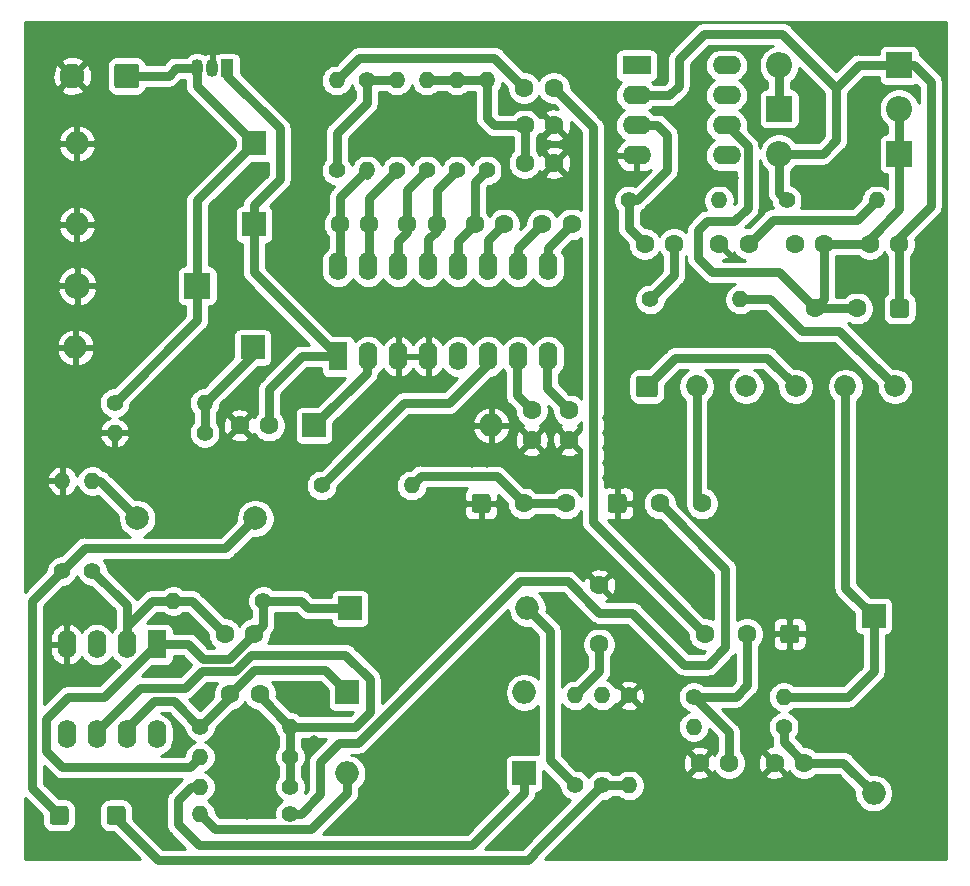
<source format=gbr>
%TF.GenerationSoftware,KiCad,Pcbnew,5.1.8+dfsg1-1~bpo10+1*%
%TF.CreationDate,2020-12-09T03:07:27+08:00*%
%TF.ProjectId,Dirty Delay,44697274-7920-4446-956c-61792e6b6963,rev?*%
%TF.SameCoordinates,Original*%
%TF.FileFunction,Copper,L1,Top*%
%TF.FilePolarity,Positive*%
%FSLAX46Y46*%
G04 Gerber Fmt 4.6, Leading zero omitted, Abs format (unit mm)*
G04 Created by KiCad (PCBNEW 5.1.8+dfsg1-1~bpo10+1) date 2020-12-09 03:07:27*
%MOMM*%
%LPD*%
G01*
G04 APERTURE LIST*
%TA.AperFunction,ComponentPad*%
%ADD10R,2.000000X2.000000*%
%TD*%
%TA.AperFunction,ComponentPad*%
%ADD11O,2.000000X2.000000*%
%TD*%
%TA.AperFunction,ComponentPad*%
%ADD12R,2.400000X1.600000*%
%TD*%
%TA.AperFunction,ComponentPad*%
%ADD13O,2.400000X1.600000*%
%TD*%
%TA.AperFunction,ComponentPad*%
%ADD14C,1.600000*%
%TD*%
%TA.AperFunction,ComponentPad*%
%ADD15C,2.000000*%
%TD*%
%TA.AperFunction,ComponentPad*%
%ADD16O,2.200000X2.200000*%
%TD*%
%TA.AperFunction,ComponentPad*%
%ADD17R,2.200000X2.200000*%
%TD*%
%TA.AperFunction,ComponentPad*%
%ADD18C,1.400000*%
%TD*%
%TA.AperFunction,ComponentPad*%
%ADD19O,1.400000X1.400000*%
%TD*%
%TA.AperFunction,ComponentPad*%
%ADD20O,1.600000X2.400000*%
%TD*%
%TA.AperFunction,ComponentPad*%
%ADD21R,1.600000X2.400000*%
%TD*%
%TA.AperFunction,ComponentPad*%
%ADD22C,2.100000*%
%TD*%
%TA.AperFunction,ComponentPad*%
%ADD23C,1.850000*%
%TD*%
%TA.AperFunction,ComponentPad*%
%ADD24O,1.050000X1.500000*%
%TD*%
%TA.AperFunction,ComponentPad*%
%ADD25R,1.050000X1.500000*%
%TD*%
%TA.AperFunction,ViaPad*%
%ADD26C,0.800000*%
%TD*%
%TA.AperFunction,Conductor*%
%ADD27C,0.750000*%
%TD*%
%TA.AperFunction,Conductor*%
%ADD28C,0.254000*%
%TD*%
%TA.AperFunction,Conductor*%
%ADD29C,0.100000*%
%TD*%
G04 APERTURE END LIST*
D10*
%TO.P,C1,1*%
%TO.N,+4.5V*%
X128143000Y-73406000D03*
D11*
%TO.P,C1,2*%
%TO.N,GND*%
X113143000Y-73406000D03*
%TD*%
D12*
%TO.P,U5,1*%
%TO.N,N/C*%
X160655000Y-49530000D03*
D13*
%TO.P,U5,5*%
X168275000Y-57150000D03*
%TO.P,U5,2*%
%TO.N,Net-(C26-Pad1)*%
X160655000Y-52070000D03*
%TO.P,U5,6*%
%TO.N,Net-(C26-Pad2)*%
X168275000Y-54610000D03*
%TO.P,U5,3*%
%TO.N,Net-(C24-Pad2)*%
X160655000Y-54610000D03*
%TO.P,U5,7*%
%TO.N,+9V*%
X168275000Y-52070000D03*
%TO.P,U5,4*%
%TO.N,GND*%
X160655000Y-57150000D03*
%TO.P,U5,8*%
%TO.N,N/C*%
X168275000Y-49530000D03*
%TD*%
D11*
%TO.P,C2,2*%
%TO.N,GND*%
X113270000Y-56134000D03*
D10*
%TO.P,C2,1*%
%TO.N,+9V*%
X128270000Y-56134000D03*
%TD*%
%TO.P,C3,1*%
%TO.N,+5V*%
X128270000Y-62992000D03*
D11*
%TO.P,C3,2*%
%TO.N,GND*%
X113270000Y-62992000D03*
%TD*%
D14*
%TO.P,C4,2*%
%TO.N,GND*%
X127040000Y-80010000D03*
%TO.P,C4,1*%
%TO.N,+5V*%
X129540000Y-80010000D03*
%TD*%
%TO.P,C5,2*%
%TO.N,Net-(C5-Pad2)*%
X125770000Y-97663000D03*
%TO.P,C5,1*%
%TO.N,Net-(C5-Pad1)*%
X128270000Y-97663000D03*
%TD*%
D10*
%TO.P,C6,1*%
%TO.N,Net-(C5-Pad1)*%
X136398000Y-95504000D03*
D11*
%TO.P,C6,2*%
%TO.N,Net-(C6-Pad2)*%
X151398000Y-95504000D03*
%TD*%
D10*
%TO.P,C7,1*%
%TO.N,Net-(C7-Pad1)*%
X133350000Y-80010000D03*
D11*
%TO.P,C7,2*%
%TO.N,GND*%
X148350000Y-80010000D03*
%TD*%
D14*
%TO.P,C8,2*%
%TO.N,GND*%
X151765000Y-81240000D03*
%TO.P,C8,1*%
%TO.N,Net-(C8-Pad1)*%
X151765000Y-78740000D03*
%TD*%
%TO.P,C9,1*%
%TO.N,Net-(C9-Pad1)*%
X154940000Y-78740000D03*
%TO.P,C9,2*%
%TO.N,GND*%
X154940000Y-81240000D03*
%TD*%
%TO.P,C10,1*%
%TO.N,Net-(C10-Pad1)*%
X135509000Y-62992000D03*
%TO.P,C10,2*%
%TO.N,Net-(C10-Pad2)*%
X138009000Y-62992000D03*
%TD*%
%TO.P,C11,2*%
%TO.N,Net-(C11-Pad2)*%
X143724000Y-62992000D03*
%TO.P,C11,1*%
%TO.N,Net-(C11-Pad1)*%
X141224000Y-62992000D03*
%TD*%
%TO.P,C12,1*%
%TO.N,Net-(C12-Pad1)*%
X146939000Y-62992000D03*
%TO.P,C12,2*%
%TO.N,Net-(C12-Pad2)*%
X149439000Y-62992000D03*
%TD*%
%TO.P,C13,2*%
%TO.N,Net-(C13-Pad2)*%
X155154000Y-62992000D03*
%TO.P,C13,1*%
%TO.N,Net-(C13-Pad1)*%
X152654000Y-62992000D03*
%TD*%
%TO.P,C14,1*%
%TO.N,Net-(C14-Pad1)*%
X157480000Y-98552000D03*
%TO.P,C14,2*%
%TO.N,GND*%
X157480000Y-93552000D03*
%TD*%
%TO.P,C15,1*%
%TO.N,Net-(C15-Pad1)*%
X174839000Y-108585000D03*
%TO.P,C15,2*%
%TO.N,GND*%
X172339000Y-108585000D03*
%TD*%
D11*
%TO.P,C16,2*%
%TO.N,Net-(C15-Pad1)*%
X180721000Y-111139000D03*
D10*
%TO.P,C16,1*%
%TO.N,Net-(C16-Pad1)*%
X180721000Y-96139000D03*
%TD*%
D14*
%TO.P,C17,2*%
%TO.N,GND*%
X165989000Y-108585000D03*
%TO.P,C17,1*%
%TO.N,Net-(C17-Pad1)*%
X168489000Y-108585000D03*
%TD*%
D15*
%TO.P,C18,1*%
%TO.N,Net-(C18-Pad1)*%
X118364000Y-87884000D03*
%TO.P,C18,2*%
%TO.N,Net-(C18-Pad2)*%
X128364000Y-87884000D03*
%TD*%
D14*
%TO.P,C19,2*%
%TO.N,Net-(C19-Pad2)*%
X151170000Y-57785000D03*
%TO.P,C19,1*%
%TO.N,GND*%
X153670000Y-57785000D03*
%TD*%
D10*
%TO.P,C20,1*%
%TO.N,Net-(C20-Pad1)*%
X151130000Y-109474000D03*
D11*
%TO.P,C20,2*%
%TO.N,Net-(C20-Pad2)*%
X136130000Y-109474000D03*
%TD*%
D14*
%TO.P,C21,1*%
%TO.N,Net-(C21-Pad1)*%
X126238000Y-102743000D03*
%TO.P,C21,2*%
%TO.N,Net-(C21-Pad2)*%
X128738000Y-102743000D03*
%TD*%
%TO.P,C22,1*%
%TO.N,Net-(C22-Pad1)*%
X151130000Y-51435000D03*
%TO.P,C22,2*%
%TO.N,Net-(C22-Pad2)*%
X153630000Y-51435000D03*
%TD*%
D11*
%TO.P,C23,2*%
%TO.N,Net-(C23-Pad2)*%
X151144000Y-102616000D03*
D10*
%TO.P,C23,1*%
%TO.N,Net-(C21-Pad1)*%
X136144000Y-102616000D03*
%TD*%
D14*
%TO.P,C24,2*%
%TO.N,Net-(C24-Pad2)*%
X161330000Y-64643000D03*
%TO.P,C24,1*%
%TO.N,Net-(C24-Pad1)*%
X163830000Y-64643000D03*
%TD*%
%TO.P,C25,1*%
%TO.N,GND*%
X167640000Y-64643000D03*
%TO.P,C25,2*%
%TO.N,Net-(C25-Pad2)*%
X170140000Y-64643000D03*
%TD*%
%TO.P,C26,1*%
%TO.N,Net-(C26-Pad1)*%
X182880000Y-64643000D03*
%TO.P,C26,2*%
%TO.N,Net-(C26-Pad2)*%
X180380000Y-64643000D03*
%TD*%
%TO.P,C27,1*%
%TO.N,Net-(C26-Pad2)*%
X176530000Y-64643000D03*
%TO.P,C27,2*%
%TO.N,Net-(C27-Pad2)*%
X174030000Y-64643000D03*
%TD*%
%TO.P,C28,2*%
%TO.N,Net-(C19-Pad2)*%
X151170000Y-54610000D03*
%TO.P,C28,1*%
%TO.N,GND*%
X153670000Y-54610000D03*
%TD*%
D16*
%TO.P,D1,2*%
%TO.N,GND*%
X113284000Y-68199000D03*
D17*
%TO.P,D1,1*%
%TO.N,+9V*%
X123444000Y-68199000D03*
%TD*%
%TO.P,D2,1*%
%TO.N,Net-(C26-Pad1)*%
X182880000Y-49530000D03*
D16*
%TO.P,D2,2*%
%TO.N,Net-(D2-Pad2)*%
X172720000Y-49530000D03*
%TD*%
%TO.P,D3,2*%
%TO.N,Net-(C26-Pad1)*%
X172720000Y-57023000D03*
D17*
%TO.P,D3,1*%
%TO.N,Net-(C26-Pad2)*%
X182880000Y-57023000D03*
%TD*%
%TO.P,D4,1*%
%TO.N,Net-(D2-Pad2)*%
X172720000Y-53213000D03*
D16*
%TO.P,D4,2*%
%TO.N,Net-(C26-Pad2)*%
X182880000Y-53213000D03*
%TD*%
D14*
%TO.P,Gain1,3*%
%TO.N,Net-(C26-Pad2)*%
X175724000Y-70104000D03*
%TO.P,Gain1,2*%
X179324000Y-70104000D03*
%TO.P,Gain1,1*%
%TO.N,Net-(C26-Pad1)*%
%TA.AperFunction,ComponentPad*%
G36*
G01*
X183724000Y-69554000D02*
X183724000Y-70654000D01*
G75*
G02*
X183474000Y-70904000I-250000J0D01*
G01*
X182374000Y-70904000D01*
G75*
G02*
X182124000Y-70654000I0J250000D01*
G01*
X182124000Y-69554000D01*
G75*
G02*
X182374000Y-69304000I250000J0D01*
G01*
X183474000Y-69304000D01*
G75*
G02*
X183724000Y-69554000I0J-250000D01*
G01*
G37*
%TD.AperFunction*%
%TD*%
%TO.P,Level,3*%
%TO.N,Net-(Level1-Pad3)*%
X166204000Y-86614000D03*
%TO.P,Level,2*%
%TO.N,Net-(Level1-Pad2)*%
X162604000Y-86614000D03*
%TO.P,Level,1*%
%TO.N,GND*%
%TA.AperFunction,ComponentPad*%
G36*
G01*
X158204000Y-87164000D02*
X158204000Y-86064000D01*
G75*
G02*
X158454000Y-85814000I250000J0D01*
G01*
X159554000Y-85814000D01*
G75*
G02*
X159804000Y-86064000I0J-250000D01*
G01*
X159804000Y-87164000D01*
G75*
G02*
X159554000Y-87414000I-250000J0D01*
G01*
X158454000Y-87414000D01*
G75*
G02*
X158204000Y-87164000I0J250000D01*
G01*
G37*
%TD.AperFunction*%
%TD*%
D18*
%TO.P,R1,1*%
%TO.N,+9V*%
X116459000Y-78105000D03*
D19*
%TO.P,R1,2*%
%TO.N,+4.5V*%
X124079000Y-78105000D03*
%TD*%
%TO.P,R2,2*%
%TO.N,GND*%
X116459000Y-80645000D03*
D18*
%TO.P,R2,1*%
%TO.N,+4.5V*%
X124079000Y-80645000D03*
%TD*%
%TO.P,R3,1*%
%TO.N,Net-(C5-Pad1)*%
X129032000Y-94869000D03*
D19*
%TO.P,R3,2*%
%TO.N,Net-(C5-Pad2)*%
X121412000Y-94869000D03*
%TD*%
%TO.P,R4,2*%
%TO.N,Net-(C14-Pad1)*%
X155448000Y-102870000D03*
D18*
%TO.P,R4,1*%
%TO.N,Net-(C6-Pad2)*%
X155448000Y-110490000D03*
%TD*%
%TO.P,R5,1*%
%TO.N,Net-(R5-Pad1)*%
X133985000Y-85090000D03*
D19*
%TO.P,R5,2*%
%TO.N,Net-(R5-Pad2)*%
X141605000Y-85090000D03*
%TD*%
D18*
%TO.P,R6,1*%
%TO.N,Net-(C14-Pad1)*%
X137795000Y-50800000D03*
D19*
%TO.P,R6,2*%
%TO.N,Net-(C10-Pad1)*%
X137795000Y-58420000D03*
%TD*%
%TO.P,R7,2*%
%TO.N,Net-(C14-Pad1)*%
X140335000Y-50800000D03*
D18*
%TO.P,R7,1*%
%TO.N,Net-(C10-Pad2)*%
X140335000Y-58420000D03*
%TD*%
D19*
%TO.P,R8,2*%
%TO.N,Net-(C19-Pad2)*%
X142875000Y-50800000D03*
D18*
%TO.P,R8,1*%
%TO.N,Net-(C11-Pad1)*%
X142875000Y-58420000D03*
%TD*%
%TO.P,R9,1*%
%TO.N,Net-(C11-Pad2)*%
X145415000Y-58420000D03*
D19*
%TO.P,R9,2*%
%TO.N,Net-(C19-Pad2)*%
X145415000Y-50800000D03*
%TD*%
D18*
%TO.P,R10,1*%
%TO.N,Net-(C12-Pad1)*%
X147955000Y-58420000D03*
D19*
%TO.P,R10,2*%
%TO.N,Net-(C19-Pad2)*%
X147955000Y-50800000D03*
%TD*%
%TO.P,R11,2*%
%TO.N,Net-(C11-Pad1)*%
X165481000Y-105537000D03*
D18*
%TO.P,R11,1*%
%TO.N,Net-(C15-Pad1)*%
X173101000Y-105537000D03*
%TD*%
D19*
%TO.P,R12,2*%
%TO.N,Net-(C22-Pad1)*%
X135255000Y-50800000D03*
D18*
%TO.P,R12,1*%
%TO.N,Net-(C14-Pad1)*%
X135255000Y-58420000D03*
%TD*%
%TO.P,R13,1*%
%TO.N,Net-(C17-Pad1)*%
X165481000Y-102997000D03*
D19*
%TO.P,R13,2*%
%TO.N,Net-(C16-Pad1)*%
X173101000Y-102997000D03*
%TD*%
D18*
%TO.P,R14,1*%
%TO.N,Net-(C18-Pad2)*%
X112014000Y-92329000D03*
D19*
%TO.P,R14,2*%
%TO.N,GND*%
X112014000Y-84709000D03*
%TD*%
D18*
%TO.P,R15,1*%
%TO.N,Net-(C5-Pad2)*%
X114554000Y-92329000D03*
D19*
%TO.P,R15,2*%
%TO.N,Net-(C18-Pad1)*%
X114554000Y-84709000D03*
%TD*%
D18*
%TO.P,R16,1*%
%TO.N,Net-(C21-Pad2)*%
X131318000Y-108077000D03*
D19*
%TO.P,R16,2*%
%TO.N,Net-(C5-Pad1)*%
X123698000Y-108077000D03*
%TD*%
%TO.P,R17,2*%
%TO.N,Net-(C20-Pad1)*%
X123698000Y-110617000D03*
D18*
%TO.P,R17,1*%
%TO.N,Net-(C21-Pad2)*%
X131318000Y-110617000D03*
%TD*%
%TO.P,R18,1*%
%TO.N,Net-(C21-Pad1)*%
X123698000Y-105537000D03*
D19*
%TO.P,R18,2*%
%TO.N,Net-(C21-Pad2)*%
X131318000Y-105537000D03*
%TD*%
%TO.P,R19,2*%
%TO.N,Net-(C20-Pad2)*%
X123698000Y-112903000D03*
D18*
%TO.P,R19,1*%
%TO.N,Net-(Level1-Pad2)*%
X131318000Y-112903000D03*
%TD*%
%TO.P,R20,1*%
%TO.N,Net-(R20-Pad1)*%
X157734000Y-110490000D03*
D19*
%TO.P,R20,2*%
%TO.N,Net-(C23-Pad2)*%
X157734000Y-102870000D03*
%TD*%
%TO.P,R21,2*%
%TO.N,Net-(R20-Pad1)*%
X160020000Y-110490000D03*
D18*
%TO.P,R21,1*%
%TO.N,GND*%
X160020000Y-102870000D03*
%TD*%
D19*
%TO.P,R22,2*%
%TO.N,Net-(R22-Pad2)*%
X169418000Y-69342000D03*
D18*
%TO.P,R22,1*%
%TO.N,Net-(C24-Pad1)*%
X161798000Y-69342000D03*
%TD*%
D19*
%TO.P,R23,2*%
%TO.N,+4.5V*%
X167640000Y-60960000D03*
D18*
%TO.P,R23,1*%
%TO.N,Net-(C24-Pad2)*%
X160020000Y-60960000D03*
%TD*%
D19*
%TO.P,R24,2*%
%TO.N,Net-(C25-Pad2)*%
X180975000Y-60960000D03*
D18*
%TO.P,R24,1*%
%TO.N,Net-(C26-Pad1)*%
X173355000Y-60960000D03*
%TD*%
%TO.P,Repeats,1*%
%TO.N,GND*%
%TA.AperFunction,ComponentPad*%
G36*
G01*
X174409000Y-97113000D02*
X174409000Y-98213000D01*
G75*
G02*
X174159000Y-98463000I-250000J0D01*
G01*
X173059000Y-98463000D01*
G75*
G02*
X172809000Y-98213000I0J250000D01*
G01*
X172809000Y-97113000D01*
G75*
G02*
X173059000Y-96863000I250000J0D01*
G01*
X174159000Y-96863000D01*
G75*
G02*
X174409000Y-97113000I0J-250000D01*
G01*
G37*
%TD.AperFunction*%
D14*
%TO.P,Repeats,2*%
%TO.N,Net-(C17-Pad1)*%
X170009000Y-97663000D03*
%TO.P,Repeats,3*%
%TO.N,Net-(C22-Pad2)*%
X166409000Y-97663000D03*
%TD*%
%TO.P,Time,1*%
%TO.N,GND*%
%TA.AperFunction,ComponentPad*%
G36*
G01*
X146686000Y-87164000D02*
X146686000Y-86064000D01*
G75*
G02*
X146936000Y-85814000I250000J0D01*
G01*
X148036000Y-85814000D01*
G75*
G02*
X148286000Y-86064000I0J-250000D01*
G01*
X148286000Y-87164000D01*
G75*
G02*
X148036000Y-87414000I-250000J0D01*
G01*
X146936000Y-87414000D01*
G75*
G02*
X146686000Y-87164000I0J250000D01*
G01*
G37*
%TD.AperFunction*%
%TO.P,Time,2*%
%TO.N,Net-(R5-Pad2)*%
X151086000Y-86614000D03*
%TO.P,Time,3*%
X154686000Y-86614000D03*
%TD*%
%TO.P,IN,1*%
%TO.N,Net-(C18-Pad2)*%
%TA.AperFunction,ComponentPad*%
G36*
G01*
X110960000Y-113580000D02*
X110960000Y-112480000D01*
G75*
G02*
X111210000Y-112230000I250000J0D01*
G01*
X112310000Y-112230000D01*
G75*
G02*
X112560000Y-112480000I0J-250000D01*
G01*
X112560000Y-113580000D01*
G75*
G02*
X112310000Y-113830000I-250000J0D01*
G01*
X111210000Y-113830000D01*
G75*
G02*
X110960000Y-113580000I0J250000D01*
G01*
G37*
%TD.AperFunction*%
%TD*%
%TO.P,OUT,1*%
%TO.N,Net-(R20-Pad1)*%
%TA.AperFunction,ComponentPad*%
G36*
G01*
X115786000Y-113580000D02*
X115786000Y-112480000D01*
G75*
G02*
X116036000Y-112230000I250000J0D01*
G01*
X117136000Y-112230000D01*
G75*
G02*
X117386000Y-112480000I0J-250000D01*
G01*
X117386000Y-113580000D01*
G75*
G02*
X117136000Y-113830000I-250000J0D01*
G01*
X116036000Y-113830000D01*
G75*
G02*
X115786000Y-113580000I0J250000D01*
G01*
G37*
%TD.AperFunction*%
%TD*%
D20*
%TO.P,U2,8*%
%TO.N,+9V*%
X120015000Y-106172000D03*
%TO.P,U2,4*%
%TO.N,GND*%
X112395000Y-98552000D03*
%TO.P,U2,7*%
%TO.N,Net-(C21-Pad1)*%
X117475000Y-106172000D03*
%TO.P,U2,3*%
%TO.N,+4.5V*%
X114935000Y-98552000D03*
%TO.P,U2,6*%
%TO.N,Net-(C21-Pad2)*%
X114935000Y-106172000D03*
%TO.P,U2,2*%
%TO.N,Net-(C5-Pad2)*%
X117475000Y-98552000D03*
%TO.P,U2,5*%
%TO.N,+4.5V*%
X112395000Y-106172000D03*
D21*
%TO.P,U2,1*%
%TO.N,Net-(C5-Pad1)*%
X120015000Y-98552000D03*
%TD*%
%TO.P,U3,1*%
%TO.N,+5V*%
X135382000Y-74168000D03*
D20*
%TO.P,U3,9*%
%TO.N,Net-(C13-Pad2)*%
X153162000Y-66548000D03*
%TO.P,U3,2*%
%TO.N,Net-(C7-Pad1)*%
X137922000Y-74168000D03*
%TO.P,U3,10*%
%TO.N,Net-(C13-Pad1)*%
X150622000Y-66548000D03*
%TO.P,U3,3*%
%TO.N,GND*%
X140462000Y-74168000D03*
%TO.P,U3,11*%
%TO.N,Net-(C12-Pad2)*%
X148082000Y-66548000D03*
%TO.P,U3,4*%
%TO.N,GND*%
X143002000Y-74168000D03*
%TO.P,U3,12*%
%TO.N,Net-(C12-Pad1)*%
X145542000Y-66548000D03*
%TO.P,U3,5*%
%TO.N,N/C*%
X145542000Y-74168000D03*
%TO.P,U3,13*%
%TO.N,Net-(C11-Pad2)*%
X143002000Y-66548000D03*
%TO.P,U3,6*%
%TO.N,Net-(R5-Pad1)*%
X148082000Y-74168000D03*
%TO.P,U3,14*%
%TO.N,Net-(C11-Pad1)*%
X140462000Y-66548000D03*
%TO.P,U3,7*%
%TO.N,Net-(C8-Pad1)*%
X150622000Y-74168000D03*
%TO.P,U3,15*%
%TO.N,Net-(C10-Pad2)*%
X137922000Y-66548000D03*
%TO.P,U3,8*%
%TO.N,Net-(C9-Pad1)*%
X153162000Y-74168000D03*
%TO.P,U3,16*%
%TO.N,Net-(C10-Pad1)*%
X135382000Y-66548000D03*
%TD*%
%TO.P,J1,1*%
%TO.N,+9V*%
%TA.AperFunction,ComponentPad*%
G36*
G01*
X118525000Y-49619000D02*
X118525000Y-51219000D01*
G75*
G02*
X118275000Y-51469000I-250000J0D01*
G01*
X116675000Y-51469000D01*
G75*
G02*
X116425000Y-51219000I0J250000D01*
G01*
X116425000Y-49619000D01*
G75*
G02*
X116675000Y-49369000I250000J0D01*
G01*
X118275000Y-49369000D01*
G75*
G02*
X118525000Y-49619000I0J-250000D01*
G01*
G37*
%TD.AperFunction*%
D22*
%TO.P,J1,2*%
%TO.N,GND*%
X112875000Y-50419000D03*
%TD*%
%TO.P,SW1,1*%
%TO.N,Net-(SW1-Pad1)*%
%TA.AperFunction,ComponentPad*%
G36*
G01*
X160601000Y-77383001D02*
X160601000Y-76032999D01*
G75*
G02*
X160850999Y-75783000I249999J0D01*
G01*
X162201001Y-75783000D01*
G75*
G02*
X162451000Y-76032999I0J-249999D01*
G01*
X162451000Y-77383001D01*
G75*
G02*
X162201001Y-77633000I-249999J0D01*
G01*
X160850999Y-77633000D01*
G75*
G02*
X160601000Y-77383001I0J249999D01*
G01*
G37*
%TD.AperFunction*%
D23*
%TO.P,SW1,2*%
%TO.N,Net-(Level1-Pad3)*%
X165726000Y-76708000D03*
%TO.P,SW1,3*%
%TO.N,Net-(C27-Pad2)*%
X169926000Y-76708000D03*
%TO.P,SW1,4*%
%TO.N,Net-(SW1-Pad1)*%
X174126000Y-76708000D03*
%TO.P,SW1,5*%
%TO.N,Net-(C16-Pad1)*%
X178326000Y-76708000D03*
%TO.P,SW1,6*%
%TO.N,Net-(R22-Pad2)*%
X182526000Y-76708000D03*
%TD*%
D24*
%TO.P,U1,2*%
%TO.N,GND*%
X124714000Y-49784000D03*
%TO.P,U1,3*%
%TO.N,+9V*%
X123444000Y-49784000D03*
D25*
%TO.P,U1,1*%
%TO.N,+5V*%
X125984000Y-49784000D03*
%TD*%
D26*
%TO.N,GND*%
X135890000Y-113665000D03*
X137160000Y-113665000D03*
X138430000Y-113665000D03*
X139700000Y-113665000D03*
X140970000Y-113665000D03*
X142240000Y-113665000D03*
X143510000Y-113665000D03*
X144780000Y-113665000D03*
X146050000Y-113665000D03*
X111760000Y-95885000D03*
X113030000Y-95885000D03*
X113030000Y-94615000D03*
X111760000Y-94615000D03*
X114300000Y-94615000D03*
X110490000Y-85725000D03*
X110490000Y-86995000D03*
X110490000Y-88265000D03*
X110490000Y-89535000D03*
X111125000Y-57785000D03*
X111125000Y-59055000D03*
X111125000Y-60325000D03*
X111125000Y-61595000D03*
X111125000Y-64135000D03*
X111125000Y-65405000D03*
X111125000Y-66675000D03*
X111125000Y-69215000D03*
X111125000Y-70485000D03*
X111125000Y-71755000D03*
X111125000Y-74930000D03*
X111125000Y-54610000D03*
X111125000Y-53340000D03*
X111125000Y-76200000D03*
X111125000Y-77470000D03*
X111125000Y-78740000D03*
X111125000Y-80010000D03*
X110490000Y-47625000D03*
X110490000Y-48895000D03*
X110490000Y-50165000D03*
X110490000Y-51435000D03*
X123825000Y-46990000D03*
X125095000Y-46990000D03*
X126365000Y-46990000D03*
X127635000Y-46990000D03*
X128905000Y-46990000D03*
X130175000Y-46990000D03*
X122555000Y-46990000D03*
X121285000Y-46990000D03*
X121285000Y-48260000D03*
X133350000Y-50800000D03*
X133350000Y-52070000D03*
X133350000Y-53340000D03*
X133350000Y-54610000D03*
X133350000Y-55880000D03*
X133350000Y-57150000D03*
X133350000Y-58420000D03*
X150495000Y-48895000D03*
X151765000Y-48895000D03*
X153035000Y-48895000D03*
X154305000Y-48895000D03*
X155575000Y-48895000D03*
X110490000Y-115570000D03*
X111760000Y-115570000D03*
X113030000Y-115570000D03*
X114300000Y-115570000D03*
X115570000Y-115570000D03*
X116840000Y-115570000D03*
X150495000Y-113665000D03*
X151765000Y-113665000D03*
X153035000Y-112395000D03*
X153035000Y-111125000D03*
X158750000Y-59055000D03*
X160020000Y-59055000D03*
X158750000Y-57785000D03*
X158750000Y-56515000D03*
X171450000Y-59055000D03*
X171450000Y-60325000D03*
X171450000Y-61595000D03*
X175260000Y-46990000D03*
X176530000Y-46990000D03*
X177800000Y-46990000D03*
X179070000Y-46990000D03*
X180340000Y-46990000D03*
X181610000Y-46990000D03*
X182880000Y-46990000D03*
X184150000Y-46990000D03*
X185420000Y-46990000D03*
X185420000Y-48260000D03*
X184785000Y-80645000D03*
X183515000Y-80645000D03*
X182245000Y-80645000D03*
X180975000Y-80645000D03*
X179705000Y-80645000D03*
X176530000Y-80645000D03*
X175260000Y-80645000D03*
X173990000Y-80645000D03*
X172720000Y-80645000D03*
X171450000Y-80645000D03*
X171450000Y-79375000D03*
X172720000Y-79375000D03*
X173990000Y-79375000D03*
X175260000Y-79375000D03*
X176530000Y-79375000D03*
X179705000Y-79375000D03*
X180975000Y-79375000D03*
X182245000Y-79375000D03*
X183515000Y-79375000D03*
X184785000Y-79375000D03*
X163830000Y-92075000D03*
X165100000Y-92075000D03*
X165100000Y-93345000D03*
X166370000Y-93345000D03*
X163830000Y-90805000D03*
X166370000Y-94615000D03*
X176530000Y-95250000D03*
X176530000Y-96520000D03*
X176530000Y-97790000D03*
X176530000Y-99060000D03*
X176530000Y-100330000D03*
X176530000Y-101600000D03*
X175260000Y-95250000D03*
X173990000Y-95250000D03*
X172720000Y-95250000D03*
X171450000Y-95250000D03*
X170180000Y-95250000D03*
X170180000Y-93980000D03*
X171450000Y-93980000D03*
X172720000Y-93980000D03*
X173990000Y-93980000D03*
X175260000Y-93980000D03*
X176530000Y-93980000D03*
X165100000Y-111125000D03*
X166370000Y-111125000D03*
X167640000Y-111125000D03*
X168910000Y-111125000D03*
X170180000Y-111125000D03*
X171450000Y-111125000D03*
X172720000Y-111125000D03*
X173990000Y-111125000D03*
X175260000Y-111125000D03*
X176530000Y-111125000D03*
X176530000Y-112395000D03*
X175260000Y-112395000D03*
X173990000Y-112395000D03*
X172720000Y-112395000D03*
X171450000Y-112395000D03*
X170180000Y-112395000D03*
X168910000Y-112395000D03*
X167640000Y-112395000D03*
X166370000Y-112395000D03*
X165100000Y-112395000D03*
X165100000Y-113665000D03*
X166370000Y-113665000D03*
X167640000Y-113665000D03*
X168910000Y-113665000D03*
X170180000Y-113665000D03*
X171450000Y-113665000D03*
X172720000Y-113665000D03*
X173990000Y-113665000D03*
X175260000Y-113665000D03*
X176530000Y-113665000D03*
X135890000Y-71755000D03*
X137160000Y-71755000D03*
X138430000Y-71755000D03*
X139700000Y-71755000D03*
X140970000Y-71755000D03*
X142240000Y-71755000D03*
X143510000Y-71755000D03*
X144780000Y-71755000D03*
X146050000Y-71755000D03*
X147320000Y-71755000D03*
X148590000Y-71755000D03*
X149860000Y-71755000D03*
X151130000Y-71755000D03*
X152400000Y-71755000D03*
X153670000Y-71755000D03*
X113030000Y-100965000D03*
X111760000Y-100965000D03*
X158115000Y-84455000D03*
X159385000Y-84455000D03*
X164465000Y-83185000D03*
X163195000Y-83185000D03*
X161925000Y-83185000D03*
X160655000Y-83185000D03*
X159385000Y-83185000D03*
X158115000Y-83185000D03*
X158115000Y-81915000D03*
X159385000Y-81915000D03*
X160655000Y-81915000D03*
X161925000Y-81915000D03*
X163195000Y-81915000D03*
X164465000Y-81915000D03*
X164465000Y-80645000D03*
X163195000Y-80645000D03*
X161925000Y-80645000D03*
X160655000Y-80645000D03*
X159385000Y-80645000D03*
X158115000Y-80645000D03*
X158115000Y-79375000D03*
X159385000Y-79375000D03*
X160655000Y-79375000D03*
X161925000Y-79375000D03*
X163195000Y-79375000D03*
X164465000Y-79375000D03*
X150495000Y-83185000D03*
X151765000Y-83185000D03*
X153035000Y-83185000D03*
X154305000Y-83185000D03*
X155575000Y-83185000D03*
X155575000Y-84455000D03*
X154305000Y-84455000D03*
X153035000Y-84455000D03*
X151765000Y-84455000D03*
X144780000Y-80645000D03*
X144780000Y-81915000D03*
X143510000Y-81915000D03*
X143510000Y-80645000D03*
X142240000Y-80645000D03*
X142240000Y-81915000D03*
X147955000Y-77470000D03*
X149225000Y-77470000D03*
X149225000Y-76200000D03*
X147955000Y-81915000D03*
X149225000Y-81915000D03*
X149225000Y-83185000D03*
X147955000Y-83185000D03*
X146685000Y-81915000D03*
X146685000Y-83185000D03*
X167640000Y-59055000D03*
X168910000Y-59055000D03*
X175260000Y-59055000D03*
X176530000Y-59055000D03*
X177800000Y-59055000D03*
X179070000Y-59055000D03*
X180340000Y-59055000D03*
X160655000Y-84455000D03*
X161925000Y-84455000D03*
X163195000Y-84455000D03*
X164465000Y-84455000D03*
X178435000Y-67310000D03*
X179705000Y-67310000D03*
X180975000Y-67310000D03*
X160655000Y-72390000D03*
X161925000Y-72390000D03*
X163195000Y-72390000D03*
X164465000Y-72390000D03*
X165735000Y-72390000D03*
X167005000Y-72390000D03*
X168275000Y-72390000D03*
X168275000Y-71120000D03*
X167005000Y-71120000D03*
X165735000Y-71120000D03*
X164465000Y-71120000D03*
X163195000Y-71120000D03*
X161925000Y-71120000D03*
X160655000Y-71120000D03*
X159385000Y-71120000D03*
X159385000Y-72390000D03*
X159385000Y-69850000D03*
X159385000Y-68580000D03*
X159385000Y-67310000D03*
X160655000Y-67310000D03*
X161925000Y-67310000D03*
X159385000Y-66040000D03*
X159385000Y-64770000D03*
X162560000Y-90805000D03*
X162560000Y-89535000D03*
X161290000Y-89535000D03*
X175895000Y-104775000D03*
X175895000Y-106045000D03*
X177165000Y-106045000D03*
X177165000Y-104775000D03*
X178435000Y-104775000D03*
X178435000Y-106045000D03*
X179705000Y-106045000D03*
X179705000Y-104775000D03*
X180975000Y-104775000D03*
X180975000Y-106045000D03*
X180975000Y-103505000D03*
X182245000Y-103505000D03*
X182245000Y-104775000D03*
X182245000Y-106045000D03*
X183515000Y-106045000D03*
X183515000Y-103505000D03*
X183515000Y-104775000D03*
X180975000Y-107315000D03*
X182245000Y-107315000D03*
X183515000Y-107315000D03*
X180975000Y-108585000D03*
X182245000Y-108585000D03*
X183515000Y-108585000D03*
X130810000Y-97790000D03*
X132080000Y-97790000D03*
X133350000Y-97790000D03*
X134620000Y-97790000D03*
X130810000Y-93345000D03*
X132080000Y-92075000D03*
X133350000Y-92075000D03*
X134620000Y-92075000D03*
X132080000Y-93345000D03*
X133350000Y-93345000D03*
X134620000Y-93345000D03*
X135890000Y-92075000D03*
X137160000Y-92075000D03*
X138430000Y-92075000D03*
X139700000Y-92075000D03*
X130810000Y-92075000D03*
X130810000Y-96520000D03*
X131445000Y-102870000D03*
X132715000Y-102870000D03*
X127635000Y-105410000D03*
X127635000Y-106680000D03*
X127635000Y-107950000D03*
X127635000Y-109220000D03*
X127635000Y-110490000D03*
X127635000Y-111760000D03*
X127635000Y-113030000D03*
X120015000Y-110490000D03*
X120015000Y-111760000D03*
X120015000Y-113030000D03*
X120015000Y-114300000D03*
X121920000Y-107315000D03*
X121920000Y-106045000D03*
X123825000Y-102870000D03*
X121920000Y-100330000D03*
X120015000Y-100965000D03*
X122555000Y-97155000D03*
X123825000Y-97790000D03*
X133350000Y-106680000D03*
X132715000Y-104140000D03*
X140970000Y-80645000D03*
X140970000Y-81915000D03*
X139700000Y-81915000D03*
X118745000Y-84455000D03*
X120015000Y-84455000D03*
X121285000Y-84455000D03*
X121285000Y-85725000D03*
X121285000Y-86995000D03*
X120015000Y-85725000D03*
X116840000Y-53340000D03*
X118110000Y-53340000D03*
X115570000Y-53340000D03*
X116840000Y-54610000D03*
X118110000Y-57785000D03*
X118110000Y-59055000D03*
X116840000Y-59055000D03*
X116840000Y-57785000D03*
X115570000Y-59055000D03*
X114300000Y-53340000D03*
X115570000Y-54610000D03*
X115570000Y-57785000D03*
X114300000Y-59055000D03*
X113030000Y-59055000D03*
X113030000Y-53340000D03*
X118110000Y-54610000D03*
X113030000Y-60325000D03*
X114300000Y-60325000D03*
X115570000Y-60325000D03*
X116840000Y-60325000D03*
X118110000Y-60325000D03*
X118110000Y-61595000D03*
X116840000Y-61595000D03*
X115570000Y-61595000D03*
X113030000Y-65405000D03*
X114300000Y-65405000D03*
X115570000Y-65405000D03*
X116840000Y-65405000D03*
X118110000Y-65405000D03*
X118110000Y-64135000D03*
X116840000Y-64135000D03*
X115570000Y-64135000D03*
X113030000Y-71120000D03*
X114300000Y-71120000D03*
X115570000Y-71120000D03*
X116840000Y-71120000D03*
X115570000Y-72390000D03*
X113030000Y-75565000D03*
X114300000Y-75565000D03*
X115570000Y-75565000D03*
X115570000Y-74295000D03*
X116840000Y-74295000D03*
X116840000Y-75565000D03*
X116840000Y-72390000D03*
X115570000Y-69215000D03*
X116840000Y-69215000D03*
X115570000Y-67945000D03*
X115570000Y-66675000D03*
X116840000Y-66675000D03*
X116840000Y-67945000D03*
X119380000Y-81915000D03*
X119380000Y-80645000D03*
X119380000Y-79375000D03*
X119380000Y-78105000D03*
X120650000Y-78105000D03*
X120650000Y-79375000D03*
X120650000Y-80645000D03*
X120650000Y-81915000D03*
X121920000Y-81915000D03*
X121920000Y-80645000D03*
X121920000Y-79375000D03*
X121920000Y-78105000D03*
X127000000Y-78105000D03*
X127000000Y-81915000D03*
X127000000Y-83185000D03*
X127000000Y-84455000D03*
X128270000Y-84455000D03*
X128270000Y-83185000D03*
X128270000Y-81915000D03*
X125730000Y-83185000D03*
X125730000Y-84455000D03*
X129540000Y-84455000D03*
X129540000Y-83185000D03*
X130810000Y-83185000D03*
X130810000Y-84455000D03*
X129540000Y-81915000D03*
X130810000Y-81915000D03*
X118110000Y-66675000D03*
X118110000Y-67945000D03*
X118110000Y-69215000D03*
X118110000Y-71120000D03*
X118110000Y-72390000D03*
X118110000Y-74295000D03*
X161925000Y-104140000D03*
X161925000Y-105410000D03*
X161925000Y-106680000D03*
X161925000Y-107950000D03*
X161925000Y-109220000D03*
X161925000Y-110490000D03*
X161925000Y-111760000D03*
X161925000Y-113030000D03*
X161925000Y-114300000D03*
X163195000Y-105410000D03*
X163195000Y-106680000D03*
X163195000Y-107950000D03*
X163195000Y-109220000D03*
X163195000Y-110490000D03*
X163195000Y-111760000D03*
X163195000Y-113030000D03*
X163195000Y-114300000D03*
%TD*%
D27*
%TO.N,+4.5V*%
X128143000Y-74041000D02*
X124079000Y-78105000D01*
X128143000Y-73406000D02*
X128143000Y-74041000D01*
X124079000Y-78105000D02*
X124079000Y-80645000D01*
%TO.N,+9V*%
X123444000Y-60960000D02*
X123444000Y-68199000D01*
X128270000Y-56134000D02*
X123444000Y-60960000D01*
X123444000Y-68199000D02*
X123444000Y-71120000D01*
X123444000Y-71120000D02*
X116459000Y-78105000D01*
X123444000Y-51308000D02*
X128270000Y-56134000D01*
X123444000Y-49784000D02*
X123444000Y-51308000D01*
X123444000Y-49784000D02*
X121666000Y-49784000D01*
X121031000Y-50419000D02*
X117475000Y-50419000D01*
X121666000Y-49784000D02*
X121031000Y-50419000D01*
%TO.N,+5V*%
X129540000Y-80010000D02*
X129540000Y-76962000D01*
X132334000Y-74168000D02*
X135382000Y-74168000D01*
X129540000Y-76962000D02*
X132334000Y-74168000D01*
X128270000Y-61341000D02*
X128270000Y-62992000D01*
X130429000Y-59182000D02*
X128270000Y-61341000D01*
X130429000Y-54864000D02*
X130429000Y-59182000D01*
X128270000Y-62992000D02*
X128270000Y-67056000D01*
X128270000Y-67056000D02*
X135382000Y-74168000D01*
X125984000Y-50419000D02*
X130429000Y-54864000D01*
X125984000Y-49784000D02*
X125984000Y-50419000D01*
%TO.N,Net-(C5-Pad2)*%
X114554000Y-92329000D02*
X117475000Y-95250000D01*
X121412000Y-94869000D02*
X119634000Y-94869000D01*
X117475000Y-95250000D02*
X117475000Y-97028000D01*
X119634000Y-94869000D02*
X117475000Y-97028000D01*
X117475000Y-97028000D02*
X117475000Y-98552000D01*
X122976000Y-94869000D02*
X125770000Y-97663000D01*
X121412000Y-94869000D02*
X122976000Y-94869000D01*
%TO.N,Net-(C5-Pad1)*%
X129032000Y-96901000D02*
X128270000Y-97663000D01*
X129032000Y-94869000D02*
X129032000Y-96901000D01*
X122809000Y-108966000D02*
X123698000Y-108077000D01*
X115570000Y-102997000D02*
X112522000Y-102997000D01*
X120015000Y-98552000D02*
X115570000Y-102997000D01*
X112522000Y-102997000D02*
X110617000Y-104902000D01*
X110617000Y-104902000D02*
X110617000Y-107569000D01*
X110617000Y-107569000D02*
X112014000Y-108966000D01*
X112014000Y-108966000D02*
X122809000Y-108966000D01*
X120015000Y-98552000D02*
X122682000Y-98552000D01*
X126111000Y-99822000D02*
X128270000Y-97663000D01*
X123952000Y-99822000D02*
X126111000Y-99822000D01*
X122682000Y-98552000D02*
X123952000Y-99822000D01*
X132842000Y-95504000D02*
X136398000Y-95504000D01*
X129032000Y-94869000D02*
X132207000Y-94869000D01*
X132207000Y-94869000D02*
X132842000Y-95504000D01*
%TO.N,Net-(C6-Pad2)*%
X153289000Y-108331000D02*
X155448000Y-110490000D01*
X151398000Y-95504000D02*
X153289000Y-97395000D01*
X153289000Y-97395000D02*
X153289000Y-108331000D01*
%TO.N,Net-(C7-Pad1)*%
X137795000Y-75565000D02*
X133350000Y-80010000D01*
X137795000Y-74930000D02*
X137795000Y-75565000D01*
%TO.N,Net-(C8-Pad1)*%
X150495000Y-77470000D02*
X151765000Y-78740000D01*
X150495000Y-74930000D02*
X150495000Y-77470000D01*
%TO.N,Net-(C9-Pad1)*%
X153035000Y-76835000D02*
X154940000Y-78740000D01*
X153035000Y-74930000D02*
X153035000Y-76835000D01*
%TO.N,Net-(C10-Pad1)*%
X137795000Y-58420000D02*
X137795000Y-58801000D01*
X135509000Y-60706000D02*
X137795000Y-58420000D01*
X135509000Y-62992000D02*
X135509000Y-60706000D01*
X135509000Y-66421000D02*
X135382000Y-66548000D01*
X135509000Y-62992000D02*
X135509000Y-66421000D01*
%TO.N,Net-(C10-Pad2)*%
X140335000Y-58420000D02*
X140335000Y-58721000D01*
X138009000Y-60746000D02*
X140335000Y-58420000D01*
X138009000Y-62992000D02*
X138009000Y-60746000D01*
X138009000Y-66461000D02*
X137922000Y-66548000D01*
X138009000Y-62992000D02*
X138009000Y-66461000D01*
%TO.N,Net-(C11-Pad2)*%
X143764000Y-62952000D02*
X143724000Y-62992000D01*
X143724000Y-60111000D02*
X145415000Y-58420000D01*
X143724000Y-62992000D02*
X143724000Y-60111000D01*
X143724000Y-62992000D02*
X143724000Y-63540000D01*
X143002000Y-64262000D02*
X143002000Y-66548000D01*
X143724000Y-63540000D02*
X143002000Y-64262000D01*
%TO.N,Net-(C11-Pad1)*%
X141224000Y-62992000D02*
X141224000Y-60071000D01*
X141224000Y-60071000D02*
X142875000Y-58420000D01*
X141224000Y-62992000D02*
X141224000Y-63627000D01*
X140462000Y-64389000D02*
X140462000Y-66548000D01*
X141224000Y-63627000D02*
X140462000Y-64389000D01*
%TO.N,Net-(C12-Pad1)*%
X146939000Y-59436000D02*
X147955000Y-58420000D01*
X146939000Y-62992000D02*
X146939000Y-59436000D01*
X145542000Y-64389000D02*
X146939000Y-62992000D01*
X145542000Y-66548000D02*
X145542000Y-64389000D01*
%TO.N,Net-(C12-Pad2)*%
X147915000Y-67270000D02*
X147955000Y-67310000D01*
X148082000Y-64349000D02*
X149439000Y-62992000D01*
X148082000Y-66548000D02*
X148082000Y-64349000D01*
%TO.N,Net-(C13-Pad2)*%
X153162000Y-64984000D02*
X155154000Y-62992000D01*
X153162000Y-66548000D02*
X153162000Y-64984000D01*
%TO.N,Net-(C13-Pad1)*%
X150622000Y-65024000D02*
X152654000Y-62992000D01*
X150622000Y-66548000D02*
X150622000Y-65024000D01*
%TO.N,Net-(C14-Pad1)*%
X137795000Y-50800000D02*
X140335000Y-50800000D01*
X137795000Y-50800000D02*
X137795000Y-52705000D01*
X135255000Y-55245000D02*
X135255000Y-58420000D01*
X137795000Y-52705000D02*
X135255000Y-55245000D01*
X157480000Y-100838000D02*
X155448000Y-102870000D01*
X157480000Y-98552000D02*
X157480000Y-100838000D01*
%TO.N,Net-(C15-Pad1)*%
X174879000Y-108545000D02*
X174839000Y-108585000D01*
X173101000Y-106847000D02*
X174839000Y-108585000D01*
X173101000Y-105537000D02*
X173101000Y-106847000D01*
X178167000Y-108585000D02*
X180721000Y-111139000D01*
X174839000Y-108585000D02*
X178167000Y-108585000D01*
%TO.N,Net-(C16-Pad1)*%
X173101000Y-102997000D02*
X178562000Y-102997000D01*
X180721000Y-100838000D02*
X180721000Y-96139000D01*
X178562000Y-102997000D02*
X180721000Y-100838000D01*
X178326000Y-76708000D02*
X178326000Y-93744000D01*
X178326000Y-93744000D02*
X180721000Y-96139000D01*
%TO.N,Net-(C17-Pad1)*%
X170009000Y-97663000D02*
X170009000Y-102025000D01*
X170009000Y-102025000D02*
X169037000Y-102997000D01*
X167259000Y-102997000D02*
X165481000Y-102997000D01*
X169037000Y-102997000D02*
X167259000Y-102997000D01*
X168489000Y-106005000D02*
X168489000Y-108585000D01*
X165481000Y-102997000D02*
X168489000Y-106005000D01*
%TO.N,Net-(C18-Pad1)*%
X115189000Y-84709000D02*
X118364000Y-87884000D01*
X114554000Y-84709000D02*
X115189000Y-84709000D01*
%TO.N,Net-(C18-Pad2)*%
X112014000Y-92329000D02*
X113919000Y-90424000D01*
X125824000Y-90424000D02*
X128364000Y-87884000D01*
X113919000Y-90424000D02*
X125824000Y-90424000D01*
X112014000Y-92329000D02*
X109474000Y-94869000D01*
X109474000Y-110744000D02*
X111760000Y-113030000D01*
X109474000Y-94869000D02*
X109474000Y-110744000D01*
%TO.N,Net-(C19-Pad2)*%
X142875000Y-50800000D02*
X145415000Y-50800000D01*
X147955000Y-50800000D02*
X145415000Y-50800000D01*
X147955000Y-50800000D02*
X147955000Y-53975000D01*
X148590000Y-54610000D02*
X151170000Y-54610000D01*
X147955000Y-53975000D02*
X148590000Y-54610000D01*
X151170000Y-54610000D02*
X151170000Y-57785000D01*
%TO.N,Net-(C20-Pad1)*%
X151130000Y-111125000D02*
X151130000Y-109220000D01*
X123698000Y-110617000D02*
X122936000Y-110617000D01*
X121793000Y-111760000D02*
X121793000Y-113792000D01*
X121793000Y-113792000D02*
X123571000Y-115570000D01*
X123571000Y-115570000D02*
X146685000Y-115570000D01*
X122936000Y-110617000D02*
X121793000Y-111760000D01*
X146685000Y-115570000D02*
X151130000Y-111125000D01*
%TO.N,Net-(C20-Pad2)*%
X136130000Y-111139000D02*
X136130000Y-109220000D01*
X133090999Y-114178001D02*
X136130000Y-111139000D01*
X123698000Y-112903000D02*
X124973001Y-114178001D01*
X124973001Y-114178001D02*
X133090999Y-114178001D01*
%TO.N,Net-(C21-Pad1)*%
X126238000Y-102997000D02*
X123698000Y-105537000D01*
X126238000Y-102743000D02*
X126238000Y-102997000D01*
X128270000Y-100711000D02*
X126238000Y-102743000D01*
X136144000Y-102616000D02*
X134239000Y-100711000D01*
X134239000Y-100711000D02*
X128270000Y-100711000D01*
X123634500Y-105537000D02*
X123698000Y-105537000D01*
X121475500Y-103378000D02*
X123634500Y-105537000D01*
X119761000Y-103378000D02*
X121475500Y-103378000D01*
X117475000Y-106172000D02*
X117475000Y-105664000D01*
X117475000Y-105664000D02*
X119761000Y-103378000D01*
%TO.N,Net-(C21-Pad2)*%
X128738000Y-102957000D02*
X131318000Y-105537000D01*
X128738000Y-102743000D02*
X128738000Y-102957000D01*
X131318000Y-105537000D02*
X131318000Y-108077000D01*
X131318000Y-108077000D02*
X131318000Y-110617000D01*
X136779000Y-105537000D02*
X131318000Y-105537000D01*
X138049000Y-101485998D02*
X138049000Y-104267000D01*
X136004002Y-99441000D02*
X138049000Y-101485998D01*
X138049000Y-104267000D02*
X136779000Y-105537000D01*
X114935000Y-105918000D02*
X118618000Y-102235000D01*
X123825000Y-100838000D02*
X126619000Y-100838000D01*
X126619000Y-100838000D02*
X128016000Y-99441000D01*
X128016000Y-99441000D02*
X136004002Y-99441000D01*
X114935000Y-106172000D02*
X114935000Y-105918000D01*
X118618000Y-102235000D02*
X122428000Y-102235000D01*
X122428000Y-102235000D02*
X123825000Y-100838000D01*
%TO.N,Net-(C22-Pad1)*%
X135255000Y-50800000D02*
X137160000Y-48895000D01*
X148590000Y-48895000D02*
X151130000Y-51435000D01*
X137160000Y-48895000D02*
X148590000Y-48895000D01*
%TO.N,Net-(C22-Pad2)*%
X153630000Y-51435000D02*
X156972000Y-54777000D01*
X156972000Y-54777000D02*
X156972000Y-88226000D01*
X156972000Y-88226000D02*
X166409000Y-97663000D01*
%TO.N,Net-(C24-Pad2)*%
X160655000Y-60960000D02*
X160020000Y-60960000D01*
X163195000Y-58420000D02*
X160655000Y-60960000D01*
X160655000Y-54610000D02*
X162401250Y-54610000D01*
X163195000Y-55403750D02*
X163195000Y-58420000D01*
X162401250Y-54610000D02*
X163195000Y-55403750D01*
X160020000Y-63333000D02*
X161330000Y-64643000D01*
X160020000Y-60960000D02*
X160020000Y-63333000D01*
%TO.N,Net-(C24-Pad1)*%
X163830000Y-67310000D02*
X161798000Y-69342000D01*
X163830000Y-64643000D02*
X163830000Y-67310000D01*
%TO.N,Net-(C25-Pad2)*%
X179324000Y-62611000D02*
X180975000Y-60960000D01*
X170140000Y-64643000D02*
X172172000Y-62611000D01*
X172172000Y-62611000D02*
X179324000Y-62611000D01*
%TO.N,Net-(C26-Pad1)*%
X183134000Y-69894000D02*
X182924000Y-70104000D01*
X182880000Y-70060000D02*
X182924000Y-70104000D01*
X182880000Y-64135000D02*
X182880000Y-70060000D01*
X182880000Y-49530000D02*
X179451000Y-49530000D01*
X179451000Y-49530000D02*
X177546000Y-51435000D01*
X163390443Y-52070000D02*
X164211000Y-51249443D01*
X160655000Y-52070000D02*
X163390443Y-52070000D01*
X164211000Y-51249443D02*
X164211000Y-49022000D01*
X164211000Y-49022000D02*
X166370000Y-46863000D01*
X172974000Y-46863000D02*
X177546000Y-51435000D01*
X166370000Y-46863000D02*
X172974000Y-46863000D01*
X176403000Y-57023000D02*
X172720000Y-57023000D01*
X177546000Y-51435000D02*
X177546000Y-55880000D01*
X177546000Y-55880000D02*
X176403000Y-57023000D01*
X182880000Y-49530000D02*
X184150000Y-49530000D01*
X184150000Y-49530000D02*
X185547000Y-50927000D01*
X185547000Y-61468000D02*
X182880000Y-64135000D01*
X185547000Y-50927000D02*
X185547000Y-61468000D01*
X172720000Y-60325000D02*
X173355000Y-60960000D01*
X172720000Y-57023000D02*
X172720000Y-60325000D01*
%TO.N,Net-(C26-Pad2)*%
X175724000Y-70104000D02*
X179324000Y-70104000D01*
X172676000Y-67056000D02*
X175724000Y-70104000D01*
X165862000Y-65851001D02*
X167066999Y-67056000D01*
X170050010Y-56385010D02*
X170050010Y-61597990D01*
X168275000Y-54610000D02*
X170050010Y-56385010D01*
X167066999Y-67056000D02*
X172676000Y-67056000D01*
X170050010Y-61597990D02*
X168910000Y-62738000D01*
X168910000Y-62738000D02*
X166624000Y-62738000D01*
X166624000Y-62738000D02*
X165862000Y-63500000D01*
X165862000Y-63500000D02*
X165862000Y-65851001D01*
X180380000Y-64643000D02*
X176530000Y-64643000D01*
X180380000Y-64222000D02*
X180380000Y-64643000D01*
X182880000Y-53213000D02*
X182880000Y-61722000D01*
X182880000Y-61722000D02*
X180380000Y-64222000D01*
X176530000Y-69298000D02*
X175724000Y-70104000D01*
X176530000Y-64643000D02*
X176530000Y-69298000D01*
%TO.N,Net-(D2-Pad2)*%
X172720000Y-49530000D02*
X172720000Y-53213000D01*
%TO.N,Net-(Level1-Pad2)*%
X135484002Y-106865997D02*
X133858000Y-108491999D01*
X137101003Y-106865997D02*
X135484002Y-106865997D01*
X132207000Y-112903000D02*
X131318000Y-112903000D01*
X150749000Y-93218000D02*
X137101003Y-106865997D01*
X133858000Y-108491999D02*
X133858000Y-111252000D01*
X168148000Y-92158000D02*
X168148000Y-98806000D01*
X157480000Y-95885000D02*
X154813000Y-93218000D01*
X164655500Y-100266500D02*
X160274000Y-95885000D01*
X160274000Y-95885000D02*
X157480000Y-95885000D01*
X168148000Y-98806000D02*
X166687500Y-100266500D01*
X133858000Y-111252000D02*
X132207000Y-112903000D01*
X154813000Y-93218000D02*
X150749000Y-93218000D01*
X166687500Y-100266500D02*
X164655500Y-100266500D01*
X162604000Y-86614000D02*
X168148000Y-92158000D01*
%TO.N,Net-(R5-Pad1)*%
X147955000Y-74930000D02*
X144780000Y-78105000D01*
X140970000Y-78105000D02*
X133985000Y-85090000D01*
X144780000Y-78105000D02*
X140970000Y-78105000D01*
%TO.N,Net-(R5-Pad2)*%
X151086000Y-86614000D02*
X154686000Y-86614000D01*
X141605000Y-85090000D02*
X142367000Y-84328000D01*
X148800000Y-84328000D02*
X151086000Y-86614000D01*
X142367000Y-84328000D02*
X148800000Y-84328000D01*
%TO.N,Net-(R20-Pad1)*%
X157734000Y-110490000D02*
X160020000Y-110490000D01*
X152009010Y-116214990D02*
X157734000Y-110490000D01*
X151491020Y-116840000D02*
X151999020Y-116332000D01*
X120142000Y-116840000D02*
X151491020Y-116840000D01*
X116586000Y-113030000D02*
X116586000Y-113284000D01*
X116586000Y-113284000D02*
X120142000Y-116840000D01*
%TO.N,Net-(Level1-Pad3)*%
X165726000Y-86136000D02*
X166204000Y-86614000D01*
X165726000Y-76708000D02*
X165726000Y-86136000D01*
%TO.N,Net-(R22-Pad2)*%
X171958000Y-69342000D02*
X174625000Y-72009000D01*
X174625000Y-72009000D02*
X177827000Y-72009000D01*
X169418000Y-69342000D02*
X171958000Y-69342000D01*
X177827000Y-72009000D02*
X182526000Y-76708000D01*
%TO.N,Net-(SW1-Pad1)*%
X161526000Y-76708000D02*
X163939000Y-74295000D01*
X171713000Y-74295000D02*
X174126000Y-76708000D01*
X163939000Y-74295000D02*
X171713000Y-74295000D01*
%TD*%
D28*
%TO.N,GND*%
X111264739Y-109645094D02*
X111296367Y-109683633D01*
X111450160Y-109809847D01*
X111625620Y-109903632D01*
X111816006Y-109961385D01*
X111964392Y-109976000D01*
X111964394Y-109976000D01*
X112013999Y-109980886D01*
X112063604Y-109976000D01*
X122148645Y-109976000D01*
X121113906Y-111010739D01*
X121075367Y-111042367D01*
X120949153Y-111196160D01*
X120873875Y-111336996D01*
X120855368Y-111371621D01*
X120797615Y-111562006D01*
X120778114Y-111760000D01*
X120783000Y-111809608D01*
X120783001Y-113742383D01*
X120778114Y-113792000D01*
X120797615Y-113989994D01*
X120855368Y-114180379D01*
X120949154Y-114355840D01*
X120965696Y-114375996D01*
X121075368Y-114509633D01*
X121113901Y-114541256D01*
X122402644Y-115830000D01*
X120560355Y-115830000D01*
X118024072Y-113293717D01*
X118024072Y-112480000D01*
X118007008Y-112306746D01*
X117956472Y-112140150D01*
X117874405Y-111986614D01*
X117763962Y-111852038D01*
X117629386Y-111741595D01*
X117475850Y-111659528D01*
X117309254Y-111608992D01*
X117136000Y-111591928D01*
X116036000Y-111591928D01*
X115862746Y-111608992D01*
X115696150Y-111659528D01*
X115542614Y-111741595D01*
X115408038Y-111852038D01*
X115297595Y-111986614D01*
X115215528Y-112140150D01*
X115164992Y-112306746D01*
X115147928Y-112480000D01*
X115147928Y-113580000D01*
X115164992Y-113753254D01*
X115215528Y-113919850D01*
X115297595Y-114073386D01*
X115408038Y-114207962D01*
X115542614Y-114318405D01*
X115696150Y-114400472D01*
X115862746Y-114451008D01*
X116036000Y-114468072D01*
X116341717Y-114468072D01*
X118586645Y-116713000D01*
X108839000Y-116713000D01*
X108839000Y-111537355D01*
X110321928Y-113020283D01*
X110321928Y-113580000D01*
X110338992Y-113753254D01*
X110389528Y-113919850D01*
X110471595Y-114073386D01*
X110582038Y-114207962D01*
X110716614Y-114318405D01*
X110870150Y-114400472D01*
X111036746Y-114451008D01*
X111210000Y-114468072D01*
X112310000Y-114468072D01*
X112483254Y-114451008D01*
X112649850Y-114400472D01*
X112803386Y-114318405D01*
X112937962Y-114207962D01*
X113048405Y-114073386D01*
X113130472Y-113919850D01*
X113181008Y-113753254D01*
X113198072Y-113580000D01*
X113198072Y-112480000D01*
X113181008Y-112306746D01*
X113130472Y-112140150D01*
X113048405Y-111986614D01*
X112937962Y-111852038D01*
X112803386Y-111741595D01*
X112649850Y-111659528D01*
X112483254Y-111608992D01*
X112310000Y-111591928D01*
X111750283Y-111591928D01*
X110484000Y-110325645D01*
X110484000Y-108864355D01*
X111264739Y-109645094D01*
%TA.AperFunction,Conductor*%
D29*
G36*
X111264739Y-109645094D02*
G01*
X111296367Y-109683633D01*
X111450160Y-109809847D01*
X111625620Y-109903632D01*
X111816006Y-109961385D01*
X111964392Y-109976000D01*
X111964394Y-109976000D01*
X112013999Y-109980886D01*
X112063604Y-109976000D01*
X122148645Y-109976000D01*
X121113906Y-111010739D01*
X121075367Y-111042367D01*
X120949153Y-111196160D01*
X120873875Y-111336996D01*
X120855368Y-111371621D01*
X120797615Y-111562006D01*
X120778114Y-111760000D01*
X120783000Y-111809608D01*
X120783001Y-113742383D01*
X120778114Y-113792000D01*
X120797615Y-113989994D01*
X120855368Y-114180379D01*
X120949154Y-114355840D01*
X120965696Y-114375996D01*
X121075368Y-114509633D01*
X121113901Y-114541256D01*
X122402644Y-115830000D01*
X120560355Y-115830000D01*
X118024072Y-113293717D01*
X118024072Y-112480000D01*
X118007008Y-112306746D01*
X117956472Y-112140150D01*
X117874405Y-111986614D01*
X117763962Y-111852038D01*
X117629386Y-111741595D01*
X117475850Y-111659528D01*
X117309254Y-111608992D01*
X117136000Y-111591928D01*
X116036000Y-111591928D01*
X115862746Y-111608992D01*
X115696150Y-111659528D01*
X115542614Y-111741595D01*
X115408038Y-111852038D01*
X115297595Y-111986614D01*
X115215528Y-112140150D01*
X115164992Y-112306746D01*
X115147928Y-112480000D01*
X115147928Y-113580000D01*
X115164992Y-113753254D01*
X115215528Y-113919850D01*
X115297595Y-114073386D01*
X115408038Y-114207962D01*
X115542614Y-114318405D01*
X115696150Y-114400472D01*
X115862746Y-114451008D01*
X116036000Y-114468072D01*
X116341717Y-114468072D01*
X118586645Y-116713000D01*
X108839000Y-116713000D01*
X108839000Y-111537355D01*
X110321928Y-113020283D01*
X110321928Y-113580000D01*
X110338992Y-113753254D01*
X110389528Y-113919850D01*
X110471595Y-114073386D01*
X110582038Y-114207962D01*
X110716614Y-114318405D01*
X110870150Y-114400472D01*
X111036746Y-114451008D01*
X111210000Y-114468072D01*
X112310000Y-114468072D01*
X112483254Y-114451008D01*
X112649850Y-114400472D01*
X112803386Y-114318405D01*
X112937962Y-114207962D01*
X113048405Y-114073386D01*
X113130472Y-113919850D01*
X113181008Y-113753254D01*
X113198072Y-113580000D01*
X113198072Y-112480000D01*
X113181008Y-112306746D01*
X113130472Y-112140150D01*
X113048405Y-111986614D01*
X112937962Y-111852038D01*
X112803386Y-111741595D01*
X112649850Y-111659528D01*
X112483254Y-111608992D01*
X112310000Y-111591928D01*
X111750283Y-111591928D01*
X110484000Y-110325645D01*
X110484000Y-108864355D01*
X111264739Y-109645094D01*
G37*
%TD.AperFunction*%
D28*
X186817000Y-116713000D02*
X152939356Y-116713000D01*
X157827356Y-111825000D01*
X157865486Y-111825000D01*
X158123405Y-111773696D01*
X158366359Y-111673061D01*
X158585013Y-111526962D01*
X158611975Y-111500000D01*
X159142025Y-111500000D01*
X159168987Y-111526962D01*
X159387641Y-111673061D01*
X159630595Y-111773696D01*
X159888514Y-111825000D01*
X160151486Y-111825000D01*
X160409405Y-111773696D01*
X160652359Y-111673061D01*
X160871013Y-111526962D01*
X161056962Y-111341013D01*
X161203061Y-111122359D01*
X161303696Y-110879405D01*
X161355000Y-110621486D01*
X161355000Y-110358514D01*
X161303696Y-110100595D01*
X161203061Y-109857641D01*
X161056962Y-109638987D01*
X160995677Y-109577702D01*
X165175903Y-109577702D01*
X165247486Y-109821671D01*
X165502996Y-109942571D01*
X165777184Y-110011300D01*
X166059512Y-110025217D01*
X166339130Y-109983787D01*
X166605292Y-109888603D01*
X166730514Y-109821671D01*
X166802097Y-109577702D01*
X165989000Y-108764605D01*
X165175903Y-109577702D01*
X160995677Y-109577702D01*
X160871013Y-109453038D01*
X160652359Y-109306939D01*
X160409405Y-109206304D01*
X160151486Y-109155000D01*
X159888514Y-109155000D01*
X159630595Y-109206304D01*
X159387641Y-109306939D01*
X159168987Y-109453038D01*
X159142025Y-109480000D01*
X158611975Y-109480000D01*
X158585013Y-109453038D01*
X158366359Y-109306939D01*
X158123405Y-109206304D01*
X157865486Y-109155000D01*
X157602514Y-109155000D01*
X157344595Y-109206304D01*
X157101641Y-109306939D01*
X156882987Y-109453038D01*
X156697038Y-109638987D01*
X156591000Y-109797685D01*
X156484962Y-109638987D01*
X156299013Y-109453038D01*
X156080359Y-109306939D01*
X155837405Y-109206304D01*
X155579486Y-109155000D01*
X155541355Y-109155000D01*
X155041867Y-108655512D01*
X164548783Y-108655512D01*
X164590213Y-108935130D01*
X164685397Y-109201292D01*
X164752329Y-109326514D01*
X164996298Y-109398097D01*
X165809395Y-108585000D01*
X164996298Y-107771903D01*
X164752329Y-107843486D01*
X164631429Y-108098996D01*
X164562700Y-108373184D01*
X164548783Y-108655512D01*
X155041867Y-108655512D01*
X154299000Y-107912645D01*
X154299000Y-107592298D01*
X165175903Y-107592298D01*
X165989000Y-108405395D01*
X166802097Y-107592298D01*
X166730514Y-107348329D01*
X166475004Y-107227429D01*
X166200816Y-107158700D01*
X165918488Y-107144783D01*
X165638870Y-107186213D01*
X165372708Y-107281397D01*
X165247486Y-107348329D01*
X165175903Y-107592298D01*
X154299000Y-107592298D01*
X154299000Y-103553335D01*
X154411038Y-103721013D01*
X154596987Y-103906962D01*
X154815641Y-104053061D01*
X155058595Y-104153696D01*
X155316514Y-104205000D01*
X155579486Y-104205000D01*
X155837405Y-104153696D01*
X156080359Y-104053061D01*
X156299013Y-103906962D01*
X156484962Y-103721013D01*
X156591000Y-103562315D01*
X156697038Y-103721013D01*
X156882987Y-103906962D01*
X157101641Y-104053061D01*
X157344595Y-104153696D01*
X157602514Y-104205000D01*
X157865486Y-104205000D01*
X158123405Y-104153696D01*
X158366359Y-104053061D01*
X158585013Y-103906962D01*
X158700706Y-103791269D01*
X159278336Y-103791269D01*
X159337797Y-104025037D01*
X159576242Y-104135934D01*
X159831740Y-104198183D01*
X160094473Y-104209390D01*
X160354344Y-104169125D01*
X160601366Y-104078935D01*
X160702203Y-104025037D01*
X160761664Y-103791269D01*
X160020000Y-103049605D01*
X159278336Y-103791269D01*
X158700706Y-103791269D01*
X158770962Y-103721013D01*
X158881026Y-103556289D01*
X159098731Y-103611664D01*
X159840395Y-102870000D01*
X160199605Y-102870000D01*
X160941269Y-103611664D01*
X161175037Y-103552203D01*
X161285934Y-103313758D01*
X161348183Y-103058260D01*
X161359390Y-102795527D01*
X161319125Y-102535656D01*
X161228935Y-102288634D01*
X161175037Y-102187797D01*
X160941269Y-102128336D01*
X160199605Y-102870000D01*
X159840395Y-102870000D01*
X159098731Y-102128336D01*
X158881026Y-102183711D01*
X158770962Y-102018987D01*
X158700706Y-101948731D01*
X159278336Y-101948731D01*
X160020000Y-102690395D01*
X160761664Y-101948731D01*
X160702203Y-101714963D01*
X160463758Y-101604066D01*
X160208260Y-101541817D01*
X159945527Y-101530610D01*
X159685656Y-101570875D01*
X159438634Y-101661065D01*
X159337797Y-101714963D01*
X159278336Y-101948731D01*
X158700706Y-101948731D01*
X158585013Y-101833038D01*
X158366359Y-101686939D01*
X158149318Y-101597038D01*
X158159100Y-101587256D01*
X158197633Y-101555633D01*
X158323847Y-101401840D01*
X158417632Y-101226380D01*
X158456157Y-101099380D01*
X158475385Y-101035995D01*
X158494886Y-100838000D01*
X158490000Y-100788392D01*
X158490000Y-99571396D01*
X158594637Y-99466759D01*
X158751680Y-99231727D01*
X158859853Y-98970574D01*
X158915000Y-98693335D01*
X158915000Y-98410665D01*
X158859853Y-98133426D01*
X158751680Y-97872273D01*
X158594637Y-97637241D01*
X158394759Y-97437363D01*
X158159727Y-97280320D01*
X157898574Y-97172147D01*
X157621335Y-97117000D01*
X157338665Y-97117000D01*
X157061426Y-97172147D01*
X156800273Y-97280320D01*
X156565241Y-97437363D01*
X156365363Y-97637241D01*
X156208320Y-97872273D01*
X156100147Y-98133426D01*
X156045000Y-98410665D01*
X156045000Y-98693335D01*
X156100147Y-98970574D01*
X156208320Y-99231727D01*
X156365363Y-99466759D01*
X156470000Y-99571396D01*
X156470001Y-100419643D01*
X155354645Y-101535000D01*
X155316514Y-101535000D01*
X155058595Y-101586304D01*
X154815641Y-101686939D01*
X154596987Y-101833038D01*
X154411038Y-102018987D01*
X154299000Y-102186665D01*
X154299000Y-97444608D01*
X154303886Y-97395000D01*
X154284385Y-97197005D01*
X154226632Y-97006620D01*
X154211544Y-96978392D01*
X154132847Y-96831160D01*
X154006633Y-96677367D01*
X153968100Y-96645744D01*
X153025433Y-95703077D01*
X153033000Y-95665033D01*
X153033000Y-95342967D01*
X152970168Y-95027088D01*
X152846918Y-94729537D01*
X152667987Y-94461748D01*
X152440252Y-94234013D01*
X152431253Y-94228000D01*
X154394645Y-94228000D01*
X156730743Y-96564099D01*
X156762367Y-96602633D01*
X156916160Y-96728847D01*
X157007433Y-96777633D01*
X157091620Y-96822632D01*
X157282005Y-96880385D01*
X157480000Y-96899886D01*
X157529608Y-96895000D01*
X159855645Y-96895000D01*
X163906244Y-100945600D01*
X163937867Y-100984133D01*
X164091660Y-101110347D01*
X164193563Y-101164815D01*
X164267120Y-101204132D01*
X164457505Y-101261885D01*
X164655500Y-101281386D01*
X164705108Y-101276500D01*
X166637892Y-101276500D01*
X166687500Y-101281386D01*
X166744784Y-101275744D01*
X166885494Y-101261885D01*
X167075880Y-101204132D01*
X167251340Y-101110347D01*
X167405133Y-100984133D01*
X167436761Y-100945594D01*
X168827099Y-99555257D01*
X168865633Y-99523633D01*
X168991847Y-99369840D01*
X168999000Y-99356457D01*
X168999001Y-101606643D01*
X168618645Y-101987000D01*
X166358975Y-101987000D01*
X166332013Y-101960038D01*
X166113359Y-101813939D01*
X165870405Y-101713304D01*
X165612486Y-101662000D01*
X165349514Y-101662000D01*
X165091595Y-101713304D01*
X164848641Y-101813939D01*
X164629987Y-101960038D01*
X164444038Y-102145987D01*
X164297939Y-102364641D01*
X164197304Y-102607595D01*
X164146000Y-102865514D01*
X164146000Y-103128486D01*
X164197304Y-103386405D01*
X164297939Y-103629359D01*
X164444038Y-103848013D01*
X164629987Y-104033962D01*
X164848641Y-104180061D01*
X165058530Y-104267000D01*
X164848641Y-104353939D01*
X164629987Y-104500038D01*
X164444038Y-104685987D01*
X164297939Y-104904641D01*
X164197304Y-105147595D01*
X164146000Y-105405514D01*
X164146000Y-105668486D01*
X164197304Y-105926405D01*
X164297939Y-106169359D01*
X164444038Y-106388013D01*
X164629987Y-106573962D01*
X164848641Y-106720061D01*
X165091595Y-106820696D01*
X165349514Y-106872000D01*
X165612486Y-106872000D01*
X165870405Y-106820696D01*
X166113359Y-106720061D01*
X166332013Y-106573962D01*
X166517962Y-106388013D01*
X166664061Y-106169359D01*
X166764696Y-105926405D01*
X166800758Y-105745113D01*
X167479000Y-106423355D01*
X167479001Y-107565603D01*
X167374363Y-107670241D01*
X167240308Y-107870869D01*
X167225671Y-107843486D01*
X166981702Y-107771903D01*
X166168605Y-108585000D01*
X166981702Y-109398097D01*
X167225671Y-109326514D01*
X167239324Y-109297659D01*
X167374363Y-109499759D01*
X167574241Y-109699637D01*
X167809273Y-109856680D01*
X168070426Y-109964853D01*
X168347665Y-110020000D01*
X168630335Y-110020000D01*
X168907574Y-109964853D01*
X169168727Y-109856680D01*
X169403759Y-109699637D01*
X169525694Y-109577702D01*
X171525903Y-109577702D01*
X171597486Y-109821671D01*
X171852996Y-109942571D01*
X172127184Y-110011300D01*
X172409512Y-110025217D01*
X172689130Y-109983787D01*
X172955292Y-109888603D01*
X173080514Y-109821671D01*
X173152097Y-109577702D01*
X172339000Y-108764605D01*
X171525903Y-109577702D01*
X169525694Y-109577702D01*
X169603637Y-109499759D01*
X169760680Y-109264727D01*
X169868853Y-109003574D01*
X169924000Y-108726335D01*
X169924000Y-108655512D01*
X170898783Y-108655512D01*
X170940213Y-108935130D01*
X171035397Y-109201292D01*
X171102329Y-109326514D01*
X171346298Y-109398097D01*
X172159395Y-108585000D01*
X171346298Y-107771903D01*
X171102329Y-107843486D01*
X170981429Y-108098996D01*
X170912700Y-108373184D01*
X170898783Y-108655512D01*
X169924000Y-108655512D01*
X169924000Y-108443665D01*
X169868853Y-108166426D01*
X169760680Y-107905273D01*
X169603637Y-107670241D01*
X169525694Y-107592298D01*
X171525903Y-107592298D01*
X172339000Y-108405395D01*
X172353143Y-108391253D01*
X172532748Y-108570858D01*
X172518605Y-108585000D01*
X173331702Y-109398097D01*
X173575671Y-109326514D01*
X173589324Y-109297659D01*
X173724363Y-109499759D01*
X173924241Y-109699637D01*
X174159273Y-109856680D01*
X174420426Y-109964853D01*
X174697665Y-110020000D01*
X174980335Y-110020000D01*
X175257574Y-109964853D01*
X175518727Y-109856680D01*
X175753759Y-109699637D01*
X175858396Y-109595000D01*
X177748645Y-109595000D01*
X179093567Y-110939923D01*
X179086000Y-110977967D01*
X179086000Y-111300033D01*
X179148832Y-111615912D01*
X179272082Y-111913463D01*
X179451013Y-112181252D01*
X179678748Y-112408987D01*
X179946537Y-112587918D01*
X180244088Y-112711168D01*
X180559967Y-112774000D01*
X180882033Y-112774000D01*
X181197912Y-112711168D01*
X181495463Y-112587918D01*
X181763252Y-112408987D01*
X181990987Y-112181252D01*
X182169918Y-111913463D01*
X182293168Y-111615912D01*
X182356000Y-111300033D01*
X182356000Y-110977967D01*
X182293168Y-110662088D01*
X182169918Y-110364537D01*
X181990987Y-110096748D01*
X181763252Y-109869013D01*
X181495463Y-109690082D01*
X181197912Y-109566832D01*
X180882033Y-109504000D01*
X180559967Y-109504000D01*
X180521923Y-109511567D01*
X178916261Y-107905906D01*
X178884633Y-107867367D01*
X178730840Y-107741153D01*
X178555380Y-107647368D01*
X178364994Y-107589615D01*
X178216608Y-107575000D01*
X178167000Y-107570114D01*
X178117392Y-107575000D01*
X175858396Y-107575000D01*
X175753759Y-107470363D01*
X175518727Y-107313320D01*
X175257574Y-107205147D01*
X174980335Y-107150000D01*
X174832355Y-107150000D01*
X174111000Y-106428645D01*
X174111000Y-106414975D01*
X174137962Y-106388013D01*
X174284061Y-106169359D01*
X174384696Y-105926405D01*
X174436000Y-105668486D01*
X174436000Y-105405514D01*
X174384696Y-105147595D01*
X174284061Y-104904641D01*
X174137962Y-104685987D01*
X173952013Y-104500038D01*
X173733359Y-104353939D01*
X173523470Y-104267000D01*
X173733359Y-104180061D01*
X173952013Y-104033962D01*
X173978975Y-104007000D01*
X178512392Y-104007000D01*
X178562000Y-104011886D01*
X178759994Y-103992385D01*
X178832159Y-103970494D01*
X178950380Y-103934632D01*
X179125840Y-103840847D01*
X179279633Y-103714633D01*
X179311261Y-103676094D01*
X181400094Y-101587261D01*
X181438633Y-101555633D01*
X181564847Y-101401840D01*
X181658632Y-101226380D01*
X181716385Y-101035994D01*
X181731000Y-100887608D01*
X181731000Y-100887606D01*
X181735886Y-100838001D01*
X181731000Y-100788396D01*
X181731000Y-97776087D01*
X181845482Y-97764812D01*
X181965180Y-97728502D01*
X182075494Y-97669537D01*
X182172185Y-97590185D01*
X182251537Y-97493494D01*
X182310502Y-97383180D01*
X182346812Y-97263482D01*
X182359072Y-97139000D01*
X182359072Y-95139000D01*
X182346812Y-95014518D01*
X182310502Y-94894820D01*
X182251537Y-94784506D01*
X182172185Y-94687815D01*
X182075494Y-94608463D01*
X181965180Y-94549498D01*
X181845482Y-94513188D01*
X181721000Y-94500928D01*
X180511284Y-94500928D01*
X179336000Y-93325645D01*
X179336000Y-77904173D01*
X179537731Y-77702442D01*
X179708454Y-77446937D01*
X179826050Y-77163035D01*
X179886000Y-76861647D01*
X179886000Y-76554353D01*
X179826050Y-76252965D01*
X179708454Y-75969063D01*
X179537731Y-75713558D01*
X179320442Y-75496269D01*
X179064937Y-75325546D01*
X178781035Y-75207950D01*
X178479647Y-75148000D01*
X178172353Y-75148000D01*
X177870965Y-75207950D01*
X177587063Y-75325546D01*
X177331558Y-75496269D01*
X177114269Y-75713558D01*
X176943546Y-75969063D01*
X176825950Y-76252965D01*
X176766000Y-76554353D01*
X176766000Y-76861647D01*
X176825950Y-77163035D01*
X176943546Y-77446937D01*
X177114269Y-77702442D01*
X177316000Y-77904173D01*
X177316001Y-93694382D01*
X177311114Y-93744000D01*
X177330615Y-93941994D01*
X177388368Y-94132379D01*
X177431667Y-94213385D01*
X177482154Y-94307840D01*
X177608368Y-94461633D01*
X177646901Y-94493256D01*
X179082928Y-95929284D01*
X179082928Y-97139000D01*
X179095188Y-97263482D01*
X179131498Y-97383180D01*
X179190463Y-97493494D01*
X179269815Y-97590185D01*
X179366506Y-97669537D01*
X179476820Y-97728502D01*
X179596518Y-97764812D01*
X179711001Y-97776087D01*
X179711000Y-100419645D01*
X178143645Y-101987000D01*
X173978975Y-101987000D01*
X173952013Y-101960038D01*
X173733359Y-101813939D01*
X173490405Y-101713304D01*
X173232486Y-101662000D01*
X172969514Y-101662000D01*
X172711595Y-101713304D01*
X172468641Y-101813939D01*
X172249987Y-101960038D01*
X172064038Y-102145987D01*
X171917939Y-102364641D01*
X171817304Y-102607595D01*
X171766000Y-102865514D01*
X171766000Y-103128486D01*
X171817304Y-103386405D01*
X171917939Y-103629359D01*
X172064038Y-103848013D01*
X172249987Y-104033962D01*
X172468641Y-104180061D01*
X172678530Y-104267000D01*
X172468641Y-104353939D01*
X172249987Y-104500038D01*
X172064038Y-104685987D01*
X171917939Y-104904641D01*
X171817304Y-105147595D01*
X171766000Y-105405514D01*
X171766000Y-105668486D01*
X171817304Y-105926405D01*
X171917939Y-106169359D01*
X172064038Y-106388013D01*
X172091001Y-106414976D01*
X172091001Y-106797383D01*
X172086114Y-106847000D01*
X172105615Y-107044994D01*
X172141589Y-107163585D01*
X171988870Y-107186213D01*
X171722708Y-107281397D01*
X171597486Y-107348329D01*
X171525903Y-107592298D01*
X169525694Y-107592298D01*
X169499000Y-107565604D01*
X169499000Y-106054604D01*
X169503886Y-106004999D01*
X169494467Y-105909368D01*
X169484385Y-105807006D01*
X169426632Y-105616620D01*
X169332847Y-105441160D01*
X169206633Y-105287367D01*
X169168094Y-105255739D01*
X167919355Y-104007000D01*
X168987392Y-104007000D01*
X169037000Y-104011886D01*
X169234994Y-103992385D01*
X169307159Y-103970494D01*
X169425380Y-103934632D01*
X169600840Y-103840847D01*
X169754633Y-103714633D01*
X169786261Y-103676095D01*
X170688099Y-102774257D01*
X170726633Y-102742633D01*
X170852847Y-102588840D01*
X170946632Y-102413380D01*
X170955964Y-102382616D01*
X171004385Y-102222995D01*
X171023886Y-102025000D01*
X171019000Y-101975392D01*
X171019000Y-98682396D01*
X171123637Y-98577759D01*
X171200316Y-98463000D01*
X172170928Y-98463000D01*
X172183188Y-98587482D01*
X172219498Y-98707180D01*
X172278463Y-98817494D01*
X172357815Y-98914185D01*
X172454506Y-98993537D01*
X172564820Y-99052502D01*
X172684518Y-99088812D01*
X172809000Y-99101072D01*
X173323250Y-99098000D01*
X173482000Y-98939250D01*
X173482000Y-97790000D01*
X173736000Y-97790000D01*
X173736000Y-98939250D01*
X173894750Y-99098000D01*
X174409000Y-99101072D01*
X174533482Y-99088812D01*
X174653180Y-99052502D01*
X174763494Y-98993537D01*
X174860185Y-98914185D01*
X174939537Y-98817494D01*
X174998502Y-98707180D01*
X175034812Y-98587482D01*
X175047072Y-98463000D01*
X175044000Y-97948750D01*
X174885250Y-97790000D01*
X173736000Y-97790000D01*
X173482000Y-97790000D01*
X172332750Y-97790000D01*
X172174000Y-97948750D01*
X172170928Y-98463000D01*
X171200316Y-98463000D01*
X171280680Y-98342727D01*
X171388853Y-98081574D01*
X171444000Y-97804335D01*
X171444000Y-97521665D01*
X171388853Y-97244426D01*
X171280680Y-96983273D01*
X171200317Y-96863000D01*
X172170928Y-96863000D01*
X172174000Y-97377250D01*
X172332750Y-97536000D01*
X173482000Y-97536000D01*
X173482000Y-96386750D01*
X173736000Y-96386750D01*
X173736000Y-97536000D01*
X174885250Y-97536000D01*
X175044000Y-97377250D01*
X175047072Y-96863000D01*
X175034812Y-96738518D01*
X174998502Y-96618820D01*
X174939537Y-96508506D01*
X174860185Y-96411815D01*
X174763494Y-96332463D01*
X174653180Y-96273498D01*
X174533482Y-96237188D01*
X174409000Y-96224928D01*
X173894750Y-96228000D01*
X173736000Y-96386750D01*
X173482000Y-96386750D01*
X173323250Y-96228000D01*
X172809000Y-96224928D01*
X172684518Y-96237188D01*
X172564820Y-96273498D01*
X172454506Y-96332463D01*
X172357815Y-96411815D01*
X172278463Y-96508506D01*
X172219498Y-96618820D01*
X172183188Y-96738518D01*
X172170928Y-96863000D01*
X171200317Y-96863000D01*
X171123637Y-96748241D01*
X170923759Y-96548363D01*
X170688727Y-96391320D01*
X170427574Y-96283147D01*
X170150335Y-96228000D01*
X169867665Y-96228000D01*
X169590426Y-96283147D01*
X169329273Y-96391320D01*
X169158000Y-96505761D01*
X169158000Y-92207608D01*
X169162886Y-92158000D01*
X169143385Y-91960005D01*
X169085632Y-91769620D01*
X169021641Y-91649901D01*
X168991847Y-91594160D01*
X168865633Y-91440367D01*
X168827100Y-91408744D01*
X164039000Y-86620645D01*
X164039000Y-86472665D01*
X163983853Y-86195426D01*
X163875680Y-85934273D01*
X163718637Y-85699241D01*
X163518759Y-85499363D01*
X163283727Y-85342320D01*
X163022574Y-85234147D01*
X162745335Y-85179000D01*
X162462665Y-85179000D01*
X162185426Y-85234147D01*
X161924273Y-85342320D01*
X161689241Y-85499363D01*
X161489363Y-85699241D01*
X161332320Y-85934273D01*
X161224147Y-86195426D01*
X161169000Y-86472665D01*
X161169000Y-86755335D01*
X161224147Y-87032574D01*
X161332320Y-87293727D01*
X161489363Y-87528759D01*
X161689241Y-87728637D01*
X161924273Y-87885680D01*
X162185426Y-87993853D01*
X162462665Y-88049000D01*
X162610645Y-88049000D01*
X167138000Y-92576356D01*
X167138001Y-96424244D01*
X167088727Y-96391320D01*
X166827574Y-96283147D01*
X166550335Y-96228000D01*
X166402355Y-96228000D01*
X158226294Y-88051939D01*
X158718250Y-88049000D01*
X158877000Y-87890250D01*
X158877000Y-86741000D01*
X159131000Y-86741000D01*
X159131000Y-87890250D01*
X159289750Y-88049000D01*
X159804000Y-88052072D01*
X159928482Y-88039812D01*
X160048180Y-88003502D01*
X160158494Y-87944537D01*
X160255185Y-87865185D01*
X160334537Y-87768494D01*
X160393502Y-87658180D01*
X160429812Y-87538482D01*
X160442072Y-87414000D01*
X160439000Y-86899750D01*
X160280250Y-86741000D01*
X159131000Y-86741000D01*
X158877000Y-86741000D01*
X158857000Y-86741000D01*
X158857000Y-86487000D01*
X158877000Y-86487000D01*
X158877000Y-85337750D01*
X159131000Y-85337750D01*
X159131000Y-86487000D01*
X160280250Y-86487000D01*
X160439000Y-86328250D01*
X160442072Y-85814000D01*
X160429812Y-85689518D01*
X160393502Y-85569820D01*
X160334537Y-85459506D01*
X160255185Y-85362815D01*
X160158494Y-85283463D01*
X160048180Y-85224498D01*
X159928482Y-85188188D01*
X159804000Y-85175928D01*
X159289750Y-85179000D01*
X159131000Y-85337750D01*
X158877000Y-85337750D01*
X158718250Y-85179000D01*
X158204000Y-85175928D01*
X158079518Y-85188188D01*
X157982000Y-85217770D01*
X157982000Y-76032999D01*
X159962928Y-76032999D01*
X159962928Y-77383001D01*
X159979992Y-77556255D01*
X160030528Y-77722851D01*
X160112595Y-77876387D01*
X160223038Y-78010962D01*
X160357613Y-78121405D01*
X160511149Y-78203472D01*
X160677745Y-78254008D01*
X160850999Y-78271072D01*
X162201001Y-78271072D01*
X162374255Y-78254008D01*
X162540851Y-78203472D01*
X162694387Y-78121405D01*
X162828962Y-78010962D01*
X162939405Y-77876387D01*
X163021472Y-77722851D01*
X163072008Y-77556255D01*
X163089072Y-77383001D01*
X163089072Y-76573283D01*
X164357355Y-75305000D01*
X165036665Y-75305000D01*
X164987063Y-75325546D01*
X164731558Y-75496269D01*
X164514269Y-75713558D01*
X164343546Y-75969063D01*
X164225950Y-76252965D01*
X164166000Y-76554353D01*
X164166000Y-76861647D01*
X164225950Y-77163035D01*
X164343546Y-77446937D01*
X164514269Y-77702442D01*
X164716000Y-77904173D01*
X164716001Y-86086382D01*
X164711114Y-86136000D01*
X164730615Y-86333994D01*
X164770458Y-86465337D01*
X164769000Y-86472665D01*
X164769000Y-86755335D01*
X164824147Y-87032574D01*
X164932320Y-87293727D01*
X165089363Y-87528759D01*
X165289241Y-87728637D01*
X165524273Y-87885680D01*
X165785426Y-87993853D01*
X166062665Y-88049000D01*
X166345335Y-88049000D01*
X166622574Y-87993853D01*
X166883727Y-87885680D01*
X167118759Y-87728637D01*
X167318637Y-87528759D01*
X167475680Y-87293727D01*
X167583853Y-87032574D01*
X167639000Y-86755335D01*
X167639000Y-86472665D01*
X167583853Y-86195426D01*
X167475680Y-85934273D01*
X167318637Y-85699241D01*
X167118759Y-85499363D01*
X166883727Y-85342320D01*
X166736000Y-85281130D01*
X166736000Y-77904173D01*
X166937731Y-77702442D01*
X167108454Y-77446937D01*
X167226050Y-77163035D01*
X167286000Y-76861647D01*
X167286000Y-76554353D01*
X167226050Y-76252965D01*
X167108454Y-75969063D01*
X166937731Y-75713558D01*
X166720442Y-75496269D01*
X166464937Y-75325546D01*
X166415335Y-75305000D01*
X169236665Y-75305000D01*
X169187063Y-75325546D01*
X168931558Y-75496269D01*
X168714269Y-75713558D01*
X168543546Y-75969063D01*
X168425950Y-76252965D01*
X168366000Y-76554353D01*
X168366000Y-76861647D01*
X168425950Y-77163035D01*
X168543546Y-77446937D01*
X168714269Y-77702442D01*
X168931558Y-77919731D01*
X169187063Y-78090454D01*
X169470965Y-78208050D01*
X169772353Y-78268000D01*
X170079647Y-78268000D01*
X170381035Y-78208050D01*
X170664937Y-78090454D01*
X170920442Y-77919731D01*
X171137731Y-77702442D01*
X171308454Y-77446937D01*
X171426050Y-77163035D01*
X171486000Y-76861647D01*
X171486000Y-76554353D01*
X171426050Y-76252965D01*
X171308454Y-75969063D01*
X171137731Y-75713558D01*
X170920442Y-75496269D01*
X170664937Y-75325546D01*
X170615335Y-75305000D01*
X171294645Y-75305000D01*
X172566000Y-76576355D01*
X172566000Y-76861647D01*
X172625950Y-77163035D01*
X172743546Y-77446937D01*
X172914269Y-77702442D01*
X173131558Y-77919731D01*
X173387063Y-78090454D01*
X173670965Y-78208050D01*
X173972353Y-78268000D01*
X174279647Y-78268000D01*
X174581035Y-78208050D01*
X174864937Y-78090454D01*
X175120442Y-77919731D01*
X175337731Y-77702442D01*
X175508454Y-77446937D01*
X175626050Y-77163035D01*
X175686000Y-76861647D01*
X175686000Y-76554353D01*
X175626050Y-76252965D01*
X175508454Y-75969063D01*
X175337731Y-75713558D01*
X175120442Y-75496269D01*
X174864937Y-75325546D01*
X174581035Y-75207950D01*
X174279647Y-75148000D01*
X173994355Y-75148000D01*
X172462261Y-73615906D01*
X172430633Y-73577367D01*
X172276840Y-73451153D01*
X172101380Y-73357368D01*
X171910994Y-73299615D01*
X171762608Y-73285000D01*
X171713000Y-73280114D01*
X171663392Y-73285000D01*
X163988604Y-73285000D01*
X163938999Y-73280114D01*
X163889394Y-73285000D01*
X163889392Y-73285000D01*
X163741006Y-73299615D01*
X163550620Y-73357368D01*
X163375160Y-73451153D01*
X163221367Y-73577367D01*
X163189739Y-73615906D01*
X161660717Y-75144928D01*
X160850999Y-75144928D01*
X160677745Y-75161992D01*
X160511149Y-75212528D01*
X160357613Y-75294595D01*
X160223038Y-75405038D01*
X160112595Y-75539613D01*
X160030528Y-75693149D01*
X159979992Y-75859745D01*
X159962928Y-76032999D01*
X157982000Y-76032999D01*
X157982000Y-60828514D01*
X158685000Y-60828514D01*
X158685000Y-61091486D01*
X158736304Y-61349405D01*
X158836939Y-61592359D01*
X158983038Y-61811013D01*
X159010000Y-61837975D01*
X159010001Y-63283383D01*
X159005114Y-63333000D01*
X159024615Y-63530994D01*
X159082368Y-63721379D01*
X159176154Y-63896840D01*
X159261324Y-64000620D01*
X159302368Y-64050633D01*
X159340901Y-64082256D01*
X159895000Y-64636355D01*
X159895000Y-64784335D01*
X159950147Y-65061574D01*
X160058320Y-65322727D01*
X160215363Y-65557759D01*
X160415241Y-65757637D01*
X160650273Y-65914680D01*
X160911426Y-66022853D01*
X161188665Y-66078000D01*
X161471335Y-66078000D01*
X161748574Y-66022853D01*
X162009727Y-65914680D01*
X162244759Y-65757637D01*
X162444637Y-65557759D01*
X162580000Y-65355173D01*
X162715363Y-65557759D01*
X162820000Y-65662396D01*
X162820001Y-66891643D01*
X161704645Y-68007000D01*
X161666514Y-68007000D01*
X161408595Y-68058304D01*
X161165641Y-68158939D01*
X160946987Y-68305038D01*
X160761038Y-68490987D01*
X160614939Y-68709641D01*
X160514304Y-68952595D01*
X160463000Y-69210514D01*
X160463000Y-69473486D01*
X160514304Y-69731405D01*
X160614939Y-69974359D01*
X160761038Y-70193013D01*
X160946987Y-70378962D01*
X161165641Y-70525061D01*
X161408595Y-70625696D01*
X161666514Y-70677000D01*
X161929486Y-70677000D01*
X162187405Y-70625696D01*
X162430359Y-70525061D01*
X162649013Y-70378962D01*
X162834962Y-70193013D01*
X162981061Y-69974359D01*
X163081696Y-69731405D01*
X163133000Y-69473486D01*
X163133000Y-69435355D01*
X164509100Y-68059256D01*
X164547633Y-68027633D01*
X164673847Y-67873840D01*
X164767632Y-67698380D01*
X164825385Y-67507994D01*
X164840000Y-67359608D01*
X164844886Y-67310000D01*
X164840000Y-67260392D01*
X164840000Y-65662396D01*
X164852001Y-65650395D01*
X164852001Y-65801384D01*
X164847114Y-65851001D01*
X164866615Y-66048995D01*
X164924368Y-66239380D01*
X165018154Y-66414841D01*
X165096748Y-66510608D01*
X165144368Y-66568634D01*
X165182901Y-66600257D01*
X166317742Y-67735099D01*
X166349366Y-67773633D01*
X166503159Y-67899847D01*
X166670140Y-67989100D01*
X166678619Y-67993632D01*
X166869004Y-68051385D01*
X167066999Y-68070886D01*
X167116607Y-68066000D01*
X169010015Y-68066000D01*
X168785641Y-68158939D01*
X168566987Y-68305038D01*
X168381038Y-68490987D01*
X168234939Y-68709641D01*
X168134304Y-68952595D01*
X168083000Y-69210514D01*
X168083000Y-69473486D01*
X168134304Y-69731405D01*
X168234939Y-69974359D01*
X168381038Y-70193013D01*
X168566987Y-70378962D01*
X168785641Y-70525061D01*
X169028595Y-70625696D01*
X169286514Y-70677000D01*
X169549486Y-70677000D01*
X169807405Y-70625696D01*
X170050359Y-70525061D01*
X170269013Y-70378962D01*
X170295975Y-70352000D01*
X171539645Y-70352000D01*
X173875743Y-72688099D01*
X173907367Y-72726633D01*
X174061160Y-72852847D01*
X174236620Y-72946632D01*
X174427005Y-73004385D01*
X174625000Y-73023886D01*
X174674608Y-73019000D01*
X177408645Y-73019000D01*
X180966000Y-76576356D01*
X180966000Y-76861647D01*
X181025950Y-77163035D01*
X181143546Y-77446937D01*
X181314269Y-77702442D01*
X181531558Y-77919731D01*
X181787063Y-78090454D01*
X182070965Y-78208050D01*
X182372353Y-78268000D01*
X182679647Y-78268000D01*
X182981035Y-78208050D01*
X183264937Y-78090454D01*
X183520442Y-77919731D01*
X183737731Y-77702442D01*
X183908454Y-77446937D01*
X184026050Y-77163035D01*
X184086000Y-76861647D01*
X184086000Y-76554353D01*
X184026050Y-76252965D01*
X183908454Y-75969063D01*
X183737731Y-75713558D01*
X183520442Y-75496269D01*
X183264937Y-75325546D01*
X182981035Y-75207950D01*
X182679647Y-75148000D01*
X182394356Y-75148000D01*
X178577255Y-71330900D01*
X178644273Y-71375680D01*
X178905426Y-71483853D01*
X179182665Y-71539000D01*
X179465335Y-71539000D01*
X179742574Y-71483853D01*
X180003727Y-71375680D01*
X180238759Y-71218637D01*
X180438637Y-71018759D01*
X180595680Y-70783727D01*
X180703853Y-70522574D01*
X180759000Y-70245335D01*
X180759000Y-69962665D01*
X180703853Y-69685426D01*
X180595680Y-69424273D01*
X180438637Y-69189241D01*
X180238759Y-68989363D01*
X180003727Y-68832320D01*
X179742574Y-68724147D01*
X179465335Y-68669000D01*
X179182665Y-68669000D01*
X178905426Y-68724147D01*
X178644273Y-68832320D01*
X178409241Y-68989363D01*
X178304604Y-69094000D01*
X177540000Y-69094000D01*
X177540000Y-65662396D01*
X177549396Y-65653000D01*
X179360604Y-65653000D01*
X179465241Y-65757637D01*
X179700273Y-65914680D01*
X179961426Y-66022853D01*
X180238665Y-66078000D01*
X180521335Y-66078000D01*
X180798574Y-66022853D01*
X181059727Y-65914680D01*
X181294759Y-65757637D01*
X181494637Y-65557759D01*
X181630000Y-65355173D01*
X181765363Y-65557759D01*
X181870000Y-65662396D01*
X181870001Y-68824305D01*
X181746038Y-68926038D01*
X181635595Y-69060614D01*
X181553528Y-69214150D01*
X181502992Y-69380746D01*
X181485928Y-69554000D01*
X181485928Y-70654000D01*
X181502992Y-70827254D01*
X181553528Y-70993850D01*
X181635595Y-71147386D01*
X181746038Y-71281962D01*
X181880614Y-71392405D01*
X182034150Y-71474472D01*
X182200746Y-71525008D01*
X182374000Y-71542072D01*
X183474000Y-71542072D01*
X183647254Y-71525008D01*
X183813850Y-71474472D01*
X183967386Y-71392405D01*
X184101962Y-71281962D01*
X184212405Y-71147386D01*
X184294472Y-70993850D01*
X184345008Y-70827254D01*
X184362072Y-70654000D01*
X184362072Y-69554000D01*
X184345008Y-69380746D01*
X184294472Y-69214150D01*
X184212405Y-69060614D01*
X184101962Y-68926038D01*
X183967386Y-68815595D01*
X183890000Y-68774231D01*
X183890000Y-65662396D01*
X183994637Y-65557759D01*
X184151680Y-65322727D01*
X184259853Y-65061574D01*
X184315000Y-64784335D01*
X184315000Y-64501665D01*
X184259853Y-64224426D01*
X184247867Y-64195489D01*
X186226100Y-62217256D01*
X186264633Y-62185633D01*
X186390847Y-62031840D01*
X186484632Y-61856380D01*
X186510347Y-61771608D01*
X186542385Y-61665995D01*
X186561886Y-61468000D01*
X186557000Y-61418392D01*
X186557000Y-50976604D01*
X186561886Y-50926999D01*
X186557000Y-50877392D01*
X186542385Y-50729006D01*
X186484632Y-50538620D01*
X186390847Y-50363160D01*
X186264633Y-50209367D01*
X186226094Y-50177739D01*
X184899261Y-48850906D01*
X184867633Y-48812367D01*
X184713840Y-48686153D01*
X184618072Y-48634964D01*
X184618072Y-48430000D01*
X184605812Y-48305518D01*
X184569502Y-48185820D01*
X184510537Y-48075506D01*
X184431185Y-47978815D01*
X184334494Y-47899463D01*
X184224180Y-47840498D01*
X184104482Y-47804188D01*
X183980000Y-47791928D01*
X181780000Y-47791928D01*
X181655518Y-47804188D01*
X181535820Y-47840498D01*
X181425506Y-47899463D01*
X181328815Y-47978815D01*
X181249463Y-48075506D01*
X181190498Y-48185820D01*
X181154188Y-48305518D01*
X181141928Y-48430000D01*
X181141928Y-48520000D01*
X179500608Y-48520000D01*
X179451000Y-48515114D01*
X179253005Y-48534615D01*
X179094112Y-48582815D01*
X179062620Y-48592368D01*
X178887160Y-48686153D01*
X178733367Y-48812367D01*
X178701744Y-48850900D01*
X177546000Y-50006645D01*
X173723261Y-46183906D01*
X173691633Y-46145367D01*
X173537840Y-46019153D01*
X173362380Y-45925368D01*
X173171994Y-45867615D01*
X173023608Y-45853000D01*
X172974000Y-45848114D01*
X172924392Y-45853000D01*
X166419604Y-45853000D01*
X166369999Y-45848114D01*
X166320394Y-45853000D01*
X166320392Y-45853000D01*
X166172006Y-45867615D01*
X165981620Y-45925368D01*
X165806160Y-46019153D01*
X165652367Y-46145367D01*
X165620739Y-46183906D01*
X163531901Y-48272744D01*
X163493368Y-48304367D01*
X163461745Y-48342900D01*
X163461744Y-48342901D01*
X163367154Y-48458160D01*
X163273368Y-48633621D01*
X163215615Y-48824006D01*
X163196114Y-49022000D01*
X163201001Y-49071617D01*
X163201000Y-50831087D01*
X162972088Y-51060000D01*
X162082493Y-51060000D01*
X162074608Y-51050392D01*
X161961518Y-50957581D01*
X161979482Y-50955812D01*
X162099180Y-50919502D01*
X162209494Y-50860537D01*
X162306185Y-50781185D01*
X162385537Y-50684494D01*
X162444502Y-50574180D01*
X162480812Y-50454482D01*
X162493072Y-50330000D01*
X162493072Y-48730000D01*
X162480812Y-48605518D01*
X162444502Y-48485820D01*
X162385537Y-48375506D01*
X162306185Y-48278815D01*
X162209494Y-48199463D01*
X162099180Y-48140498D01*
X161979482Y-48104188D01*
X161855000Y-48091928D01*
X159455000Y-48091928D01*
X159330518Y-48104188D01*
X159210820Y-48140498D01*
X159100506Y-48199463D01*
X159003815Y-48278815D01*
X158924463Y-48375506D01*
X158865498Y-48485820D01*
X158829188Y-48605518D01*
X158816928Y-48730000D01*
X158816928Y-50330000D01*
X158829188Y-50454482D01*
X158865498Y-50574180D01*
X158924463Y-50684494D01*
X159003815Y-50781185D01*
X159100506Y-50860537D01*
X159210820Y-50919502D01*
X159330518Y-50955812D01*
X159348482Y-50957581D01*
X159235392Y-51050392D01*
X159056068Y-51268899D01*
X158922818Y-51518192D01*
X158840764Y-51788691D01*
X158813057Y-52070000D01*
X158840764Y-52351309D01*
X158922818Y-52621808D01*
X159056068Y-52871101D01*
X159235392Y-53089608D01*
X159453899Y-53268932D01*
X159586858Y-53340000D01*
X159453899Y-53411068D01*
X159235392Y-53590392D01*
X159056068Y-53808899D01*
X158922818Y-54058192D01*
X158840764Y-54328691D01*
X158813057Y-54610000D01*
X158840764Y-54891309D01*
X158922818Y-55161808D01*
X159056068Y-55411101D01*
X159235392Y-55629608D01*
X159453899Y-55808932D01*
X159581741Y-55877265D01*
X159352161Y-56027399D01*
X159150500Y-56225105D01*
X158991285Y-56458354D01*
X158880633Y-56718182D01*
X158863096Y-56800961D01*
X158985085Y-57023000D01*
X160528000Y-57023000D01*
X160528000Y-57003000D01*
X160782000Y-57003000D01*
X160782000Y-57023000D01*
X160802000Y-57023000D01*
X160802000Y-57277000D01*
X160782000Y-57277000D01*
X160782000Y-58585000D01*
X161182000Y-58585000D01*
X161459514Y-58532650D01*
X161721483Y-58427166D01*
X161831280Y-58355364D01*
X160480777Y-59705867D01*
X160409405Y-59676304D01*
X160151486Y-59625000D01*
X159888514Y-59625000D01*
X159630595Y-59676304D01*
X159387641Y-59776939D01*
X159168987Y-59923038D01*
X158983038Y-60108987D01*
X158836939Y-60327641D01*
X158736304Y-60570595D01*
X158685000Y-60828514D01*
X157982000Y-60828514D01*
X157982000Y-57499039D01*
X158863096Y-57499039D01*
X158880633Y-57581818D01*
X158991285Y-57841646D01*
X159150500Y-58074895D01*
X159352161Y-58272601D01*
X159588517Y-58427166D01*
X159850486Y-58532650D01*
X160128000Y-58585000D01*
X160528000Y-58585000D01*
X160528000Y-57277000D01*
X158985085Y-57277000D01*
X158863096Y-57499039D01*
X157982000Y-57499039D01*
X157982000Y-54826608D01*
X157986886Y-54777000D01*
X157967385Y-54579005D01*
X157909632Y-54388620D01*
X157840814Y-54259870D01*
X157815847Y-54213160D01*
X157689633Y-54059367D01*
X157651100Y-54027744D01*
X155065000Y-51441645D01*
X155065000Y-51293665D01*
X155009853Y-51016426D01*
X154901680Y-50755273D01*
X154744637Y-50520241D01*
X154544759Y-50320363D01*
X154309727Y-50163320D01*
X154048574Y-50055147D01*
X153771335Y-50000000D01*
X153488665Y-50000000D01*
X153211426Y-50055147D01*
X152950273Y-50163320D01*
X152715241Y-50320363D01*
X152515363Y-50520241D01*
X152380000Y-50722827D01*
X152244637Y-50520241D01*
X152044759Y-50320363D01*
X151809727Y-50163320D01*
X151548574Y-50055147D01*
X151271335Y-50000000D01*
X151123356Y-50000000D01*
X149339261Y-48215906D01*
X149307633Y-48177367D01*
X149153840Y-48051153D01*
X148978380Y-47957368D01*
X148787994Y-47899615D01*
X148639608Y-47885000D01*
X148590000Y-47880114D01*
X148540392Y-47885000D01*
X137209608Y-47885000D01*
X137160000Y-47880114D01*
X136962005Y-47899615D01*
X136771620Y-47957368D01*
X136596160Y-48051153D01*
X136442367Y-48177367D01*
X136410744Y-48215900D01*
X135161645Y-49465000D01*
X135123514Y-49465000D01*
X134865595Y-49516304D01*
X134622641Y-49616939D01*
X134403987Y-49763038D01*
X134218038Y-49948987D01*
X134071939Y-50167641D01*
X133971304Y-50410595D01*
X133920000Y-50668514D01*
X133920000Y-50931486D01*
X133971304Y-51189405D01*
X134071939Y-51432359D01*
X134218038Y-51651013D01*
X134403987Y-51836962D01*
X134622641Y-51983061D01*
X134865595Y-52083696D01*
X135123514Y-52135000D01*
X135386486Y-52135000D01*
X135644405Y-52083696D01*
X135887359Y-51983061D01*
X136106013Y-51836962D01*
X136291962Y-51651013D01*
X136438061Y-51432359D01*
X136525000Y-51222470D01*
X136611939Y-51432359D01*
X136758038Y-51651013D01*
X136785000Y-51677975D01*
X136785001Y-52286643D01*
X134575906Y-54495739D01*
X134537367Y-54527367D01*
X134411153Y-54681160D01*
X134317369Y-54856620D01*
X134317368Y-54856621D01*
X134259615Y-55047006D01*
X134240114Y-55245000D01*
X134245000Y-55294608D01*
X134245001Y-57542024D01*
X134218038Y-57568987D01*
X134071939Y-57787641D01*
X133971304Y-58030595D01*
X133920000Y-58288514D01*
X133920000Y-58551486D01*
X133971304Y-58809405D01*
X134071939Y-59052359D01*
X134218038Y-59271013D01*
X134403987Y-59456962D01*
X134622641Y-59603061D01*
X134865595Y-59703696D01*
X135046887Y-59739758D01*
X134829901Y-59956744D01*
X134791368Y-59988367D01*
X134759745Y-60026900D01*
X134759744Y-60026901D01*
X134665154Y-60142160D01*
X134571368Y-60317621D01*
X134513615Y-60508006D01*
X134494114Y-60706000D01*
X134499001Y-60755617D01*
X134499000Y-61972604D01*
X134394363Y-62077241D01*
X134237320Y-62312273D01*
X134129147Y-62573426D01*
X134074000Y-62850665D01*
X134074000Y-63133335D01*
X134129147Y-63410574D01*
X134237320Y-63671727D01*
X134394363Y-63906759D01*
X134499000Y-64011396D01*
X134499001Y-65016281D01*
X134362392Y-65128393D01*
X134183068Y-65346900D01*
X134049818Y-65596193D01*
X133967764Y-65866692D01*
X133947000Y-66077509D01*
X133947000Y-67018492D01*
X133967764Y-67229309D01*
X134049818Y-67499808D01*
X134183068Y-67749101D01*
X134362393Y-67967608D01*
X134580900Y-68146932D01*
X134830193Y-68280182D01*
X135100692Y-68362236D01*
X135382000Y-68389943D01*
X135663309Y-68362236D01*
X135933808Y-68280182D01*
X136183101Y-68146932D01*
X136401608Y-67967608D01*
X136580932Y-67749101D01*
X136652000Y-67616142D01*
X136723068Y-67749101D01*
X136902393Y-67967608D01*
X137120900Y-68146932D01*
X137370193Y-68280182D01*
X137640692Y-68362236D01*
X137922000Y-68389943D01*
X138203309Y-68362236D01*
X138473808Y-68280182D01*
X138723101Y-68146932D01*
X138941608Y-67967608D01*
X139120932Y-67749101D01*
X139192000Y-67616142D01*
X139263068Y-67749101D01*
X139442393Y-67967608D01*
X139660900Y-68146932D01*
X139910193Y-68280182D01*
X140180692Y-68362236D01*
X140462000Y-68389943D01*
X140743309Y-68362236D01*
X141013808Y-68280182D01*
X141263101Y-68146932D01*
X141481608Y-67967608D01*
X141660932Y-67749101D01*
X141732000Y-67616142D01*
X141803068Y-67749101D01*
X141982393Y-67967608D01*
X142200900Y-68146932D01*
X142450193Y-68280182D01*
X142720692Y-68362236D01*
X143002000Y-68389943D01*
X143283309Y-68362236D01*
X143553808Y-68280182D01*
X143803101Y-68146932D01*
X144021608Y-67967608D01*
X144200932Y-67749101D01*
X144272000Y-67616142D01*
X144343068Y-67749101D01*
X144522393Y-67967608D01*
X144740900Y-68146932D01*
X144990193Y-68280182D01*
X145260692Y-68362236D01*
X145542000Y-68389943D01*
X145823309Y-68362236D01*
X146093808Y-68280182D01*
X146343101Y-68146932D01*
X146561608Y-67967608D01*
X146740932Y-67749101D01*
X146812000Y-67616142D01*
X146883068Y-67749101D01*
X147062393Y-67967608D01*
X147280900Y-68146932D01*
X147530193Y-68280182D01*
X147800692Y-68362236D01*
X148082000Y-68389943D01*
X148363309Y-68362236D01*
X148633808Y-68280182D01*
X148883101Y-68146932D01*
X149101608Y-67967608D01*
X149280932Y-67749101D01*
X149352000Y-67616142D01*
X149423068Y-67749101D01*
X149602393Y-67967608D01*
X149820900Y-68146932D01*
X150070193Y-68280182D01*
X150340692Y-68362236D01*
X150622000Y-68389943D01*
X150903309Y-68362236D01*
X151173808Y-68280182D01*
X151423101Y-68146932D01*
X151641608Y-67967608D01*
X151820932Y-67749101D01*
X151892000Y-67616142D01*
X151963068Y-67749101D01*
X152142393Y-67967608D01*
X152360900Y-68146932D01*
X152610193Y-68280182D01*
X152880692Y-68362236D01*
X153162000Y-68389943D01*
X153443309Y-68362236D01*
X153713808Y-68280182D01*
X153963101Y-68146932D01*
X154181608Y-67967608D01*
X154360932Y-67749101D01*
X154494182Y-67499808D01*
X154576236Y-67229309D01*
X154597000Y-67018491D01*
X154597000Y-66077508D01*
X154576236Y-65866691D01*
X154494182Y-65596192D01*
X154360932Y-65346899D01*
X154300767Y-65273588D01*
X155147355Y-64427000D01*
X155295335Y-64427000D01*
X155572574Y-64371853D01*
X155833727Y-64263680D01*
X155962000Y-64177971D01*
X155962001Y-77732605D01*
X155854759Y-77625363D01*
X155619727Y-77468320D01*
X155358574Y-77360147D01*
X155081335Y-77305000D01*
X154933356Y-77305000D01*
X154045000Y-76416645D01*
X154045000Y-75699719D01*
X154181608Y-75587608D01*
X154360932Y-75369101D01*
X154494182Y-75119808D01*
X154576236Y-74849309D01*
X154597000Y-74638491D01*
X154597000Y-73697508D01*
X154576236Y-73486691D01*
X154494182Y-73216192D01*
X154360932Y-72966899D01*
X154181607Y-72748392D01*
X153963100Y-72569068D01*
X153713807Y-72435818D01*
X153443308Y-72353764D01*
X153162000Y-72326057D01*
X152880691Y-72353764D01*
X152610192Y-72435818D01*
X152360899Y-72569068D01*
X152142392Y-72748393D01*
X151963068Y-72966900D01*
X151892000Y-73099858D01*
X151820932Y-72966899D01*
X151641607Y-72748392D01*
X151423100Y-72569068D01*
X151173807Y-72435818D01*
X150903308Y-72353764D01*
X150622000Y-72326057D01*
X150340691Y-72353764D01*
X150070192Y-72435818D01*
X149820899Y-72569068D01*
X149602392Y-72748393D01*
X149423068Y-72966900D01*
X149352000Y-73099858D01*
X149280932Y-72966899D01*
X149101607Y-72748392D01*
X148883100Y-72569068D01*
X148633807Y-72435818D01*
X148363308Y-72353764D01*
X148082000Y-72326057D01*
X147800691Y-72353764D01*
X147530192Y-72435818D01*
X147280899Y-72569068D01*
X147062392Y-72748393D01*
X146883068Y-72966900D01*
X146812000Y-73099858D01*
X146740932Y-72966899D01*
X146561607Y-72748392D01*
X146343100Y-72569068D01*
X146093807Y-72435818D01*
X145823308Y-72353764D01*
X145542000Y-72326057D01*
X145260691Y-72353764D01*
X144990192Y-72435818D01*
X144740899Y-72569068D01*
X144522392Y-72748393D01*
X144343068Y-72966900D01*
X144274735Y-73094742D01*
X144124601Y-72865161D01*
X143926895Y-72663500D01*
X143693646Y-72504285D01*
X143433818Y-72393633D01*
X143351039Y-72376096D01*
X143129000Y-72498085D01*
X143129000Y-74041000D01*
X143149000Y-74041000D01*
X143149000Y-74295000D01*
X143129000Y-74295000D01*
X143129000Y-75837915D01*
X143351039Y-75959904D01*
X143433818Y-75942367D01*
X143693646Y-75831715D01*
X143926895Y-75672500D01*
X144124601Y-75470839D01*
X144274735Y-75241259D01*
X144343068Y-75369101D01*
X144522393Y-75587608D01*
X144740900Y-75766932D01*
X144990193Y-75900182D01*
X145260692Y-75982236D01*
X145455247Y-76001398D01*
X144361645Y-77095000D01*
X141019608Y-77095000D01*
X140970000Y-77090114D01*
X140772005Y-77109615D01*
X140605929Y-77159994D01*
X140581620Y-77167368D01*
X140406160Y-77261153D01*
X140252367Y-77387367D01*
X140220744Y-77425900D01*
X133891645Y-83755000D01*
X133853514Y-83755000D01*
X133595595Y-83806304D01*
X133352641Y-83906939D01*
X133133987Y-84053038D01*
X132948038Y-84238987D01*
X132801939Y-84457641D01*
X132701304Y-84700595D01*
X132650000Y-84958514D01*
X132650000Y-85221486D01*
X132701304Y-85479405D01*
X132801939Y-85722359D01*
X132948038Y-85941013D01*
X133133987Y-86126962D01*
X133352641Y-86273061D01*
X133595595Y-86373696D01*
X133853514Y-86425000D01*
X134116486Y-86425000D01*
X134374405Y-86373696D01*
X134617359Y-86273061D01*
X134836013Y-86126962D01*
X135021962Y-85941013D01*
X135168061Y-85722359D01*
X135268696Y-85479405D01*
X135320000Y-85221486D01*
X135320000Y-85183355D01*
X138270653Y-82232702D01*
X150951903Y-82232702D01*
X151023486Y-82476671D01*
X151278996Y-82597571D01*
X151553184Y-82666300D01*
X151835512Y-82680217D01*
X152115130Y-82638787D01*
X152381292Y-82543603D01*
X152506514Y-82476671D01*
X152578097Y-82232702D01*
X154126903Y-82232702D01*
X154198486Y-82476671D01*
X154453996Y-82597571D01*
X154728184Y-82666300D01*
X155010512Y-82680217D01*
X155290130Y-82638787D01*
X155556292Y-82543603D01*
X155681514Y-82476671D01*
X155753097Y-82232702D01*
X154940000Y-81419605D01*
X154126903Y-82232702D01*
X152578097Y-82232702D01*
X151765000Y-81419605D01*
X150951903Y-82232702D01*
X138270653Y-82232702D01*
X140112921Y-80390434D01*
X146759876Y-80390434D01*
X146816498Y-80577107D01*
X146956601Y-80865382D01*
X147150252Y-81120785D01*
X147390008Y-81333501D01*
X147666656Y-81495356D01*
X147969565Y-81600129D01*
X148223000Y-81481315D01*
X148223000Y-80137000D01*
X148477000Y-80137000D01*
X148477000Y-81481315D01*
X148730435Y-81600129D01*
X149033344Y-81495356D01*
X149309992Y-81333501D01*
X149335903Y-81310512D01*
X150324783Y-81310512D01*
X150366213Y-81590130D01*
X150461397Y-81856292D01*
X150528329Y-81981514D01*
X150772298Y-82053097D01*
X151585395Y-81240000D01*
X151944605Y-81240000D01*
X152757702Y-82053097D01*
X153001671Y-81981514D01*
X153122571Y-81726004D01*
X153191300Y-81451816D01*
X153198265Y-81310512D01*
X153499783Y-81310512D01*
X153541213Y-81590130D01*
X153636397Y-81856292D01*
X153703329Y-81981514D01*
X153947298Y-82053097D01*
X154760395Y-81240000D01*
X153947298Y-80426903D01*
X153703329Y-80498486D01*
X153582429Y-80753996D01*
X153513700Y-81028184D01*
X153499783Y-81310512D01*
X153198265Y-81310512D01*
X153205217Y-81169488D01*
X153163787Y-80889870D01*
X153068603Y-80623708D01*
X153001671Y-80498486D01*
X152757702Y-80426903D01*
X151944605Y-81240000D01*
X151585395Y-81240000D01*
X150772298Y-80426903D01*
X150528329Y-80498486D01*
X150407429Y-80753996D01*
X150338700Y-81028184D01*
X150324783Y-81310512D01*
X149335903Y-81310512D01*
X149549748Y-81120785D01*
X149743399Y-80865382D01*
X149883502Y-80577107D01*
X149940124Y-80390434D01*
X149820777Y-80137000D01*
X148477000Y-80137000D01*
X148223000Y-80137000D01*
X146879223Y-80137000D01*
X146759876Y-80390434D01*
X140112921Y-80390434D01*
X140873789Y-79629566D01*
X146759876Y-79629566D01*
X146879223Y-79883000D01*
X148223000Y-79883000D01*
X148223000Y-78538685D01*
X148477000Y-78538685D01*
X148477000Y-79883000D01*
X149820777Y-79883000D01*
X149940124Y-79629566D01*
X149883502Y-79442893D01*
X149743399Y-79154618D01*
X149549748Y-78899215D01*
X149309992Y-78686499D01*
X149033344Y-78524644D01*
X148730435Y-78419871D01*
X148477000Y-78538685D01*
X148223000Y-78538685D01*
X147969565Y-78419871D01*
X147666656Y-78524644D01*
X147390008Y-78686499D01*
X147150252Y-78899215D01*
X146956601Y-79154618D01*
X146816498Y-79442893D01*
X146759876Y-79629566D01*
X140873789Y-79629566D01*
X141388356Y-79115000D01*
X144730392Y-79115000D01*
X144780000Y-79119886D01*
X144977994Y-79100385D01*
X144994951Y-79095241D01*
X145168380Y-79042632D01*
X145343840Y-78948847D01*
X145497633Y-78822633D01*
X145529261Y-78784094D01*
X148327602Y-75985753D01*
X148363309Y-75982236D01*
X148633808Y-75900182D01*
X148883101Y-75766932D01*
X149101608Y-75587608D01*
X149280932Y-75369101D01*
X149352000Y-75236142D01*
X149423068Y-75369101D01*
X149485000Y-75444565D01*
X149485001Y-77420383D01*
X149480114Y-77470000D01*
X149499615Y-77667994D01*
X149557368Y-77858379D01*
X149638925Y-78010962D01*
X149651154Y-78033840D01*
X149777368Y-78187633D01*
X149815901Y-78219256D01*
X150330000Y-78733355D01*
X150330000Y-78881335D01*
X150385147Y-79158574D01*
X150493320Y-79419727D01*
X150650363Y-79654759D01*
X150850241Y-79854637D01*
X151050869Y-79988692D01*
X151023486Y-80003329D01*
X150951903Y-80247298D01*
X151765000Y-81060395D01*
X152578097Y-80247298D01*
X152506514Y-80003329D01*
X152477659Y-79989676D01*
X152679759Y-79854637D01*
X152879637Y-79654759D01*
X153036680Y-79419727D01*
X153144853Y-79158574D01*
X153200000Y-78881335D01*
X153200000Y-78598665D01*
X153157711Y-78386066D01*
X153505000Y-78733356D01*
X153505000Y-78881335D01*
X153560147Y-79158574D01*
X153668320Y-79419727D01*
X153825363Y-79654759D01*
X154025241Y-79854637D01*
X154225869Y-79988692D01*
X154198486Y-80003329D01*
X154126903Y-80247298D01*
X154940000Y-81060395D01*
X155753097Y-80247298D01*
X155681514Y-80003329D01*
X155652659Y-79989676D01*
X155854759Y-79854637D01*
X155962001Y-79747395D01*
X155962001Y-80435500D01*
X155932702Y-80426903D01*
X155119605Y-81240000D01*
X155932702Y-82053097D01*
X155962001Y-82044500D01*
X155962001Y-85944705D01*
X155957680Y-85934273D01*
X155800637Y-85699241D01*
X155600759Y-85499363D01*
X155365727Y-85342320D01*
X155104574Y-85234147D01*
X154827335Y-85179000D01*
X154544665Y-85179000D01*
X154267426Y-85234147D01*
X154006273Y-85342320D01*
X153771241Y-85499363D01*
X153666604Y-85604000D01*
X152105396Y-85604000D01*
X152000759Y-85499363D01*
X151765727Y-85342320D01*
X151504574Y-85234147D01*
X151227335Y-85179000D01*
X151079355Y-85179000D01*
X149549261Y-83648906D01*
X149517633Y-83610367D01*
X149363840Y-83484153D01*
X149188380Y-83390368D01*
X148997994Y-83332615D01*
X148849608Y-83318000D01*
X148800000Y-83313114D01*
X148750392Y-83318000D01*
X142416608Y-83318000D01*
X142367000Y-83313114D01*
X142169005Y-83332615D01*
X142032578Y-83374000D01*
X141978620Y-83390368D01*
X141803160Y-83484153D01*
X141649367Y-83610367D01*
X141617743Y-83648901D01*
X141511644Y-83755000D01*
X141473514Y-83755000D01*
X141215595Y-83806304D01*
X140972641Y-83906939D01*
X140753987Y-84053038D01*
X140568038Y-84238987D01*
X140421939Y-84457641D01*
X140321304Y-84700595D01*
X140270000Y-84958514D01*
X140270000Y-85221486D01*
X140321304Y-85479405D01*
X140421939Y-85722359D01*
X140568038Y-85941013D01*
X140753987Y-86126962D01*
X140972641Y-86273061D01*
X141215595Y-86373696D01*
X141473514Y-86425000D01*
X141736486Y-86425000D01*
X141994405Y-86373696D01*
X142237359Y-86273061D01*
X142456013Y-86126962D01*
X142641962Y-85941013D01*
X142788061Y-85722359D01*
X142888696Y-85479405D01*
X142916824Y-85338000D01*
X146265052Y-85338000D01*
X146234815Y-85362815D01*
X146155463Y-85459506D01*
X146096498Y-85569820D01*
X146060188Y-85689518D01*
X146047928Y-85814000D01*
X146051000Y-86328250D01*
X146209750Y-86487000D01*
X147359000Y-86487000D01*
X147359000Y-86467000D01*
X147613000Y-86467000D01*
X147613000Y-86487000D01*
X148762250Y-86487000D01*
X148921000Y-86328250D01*
X148923678Y-85880033D01*
X149651000Y-86607355D01*
X149651000Y-86755335D01*
X149706147Y-87032574D01*
X149814320Y-87293727D01*
X149971363Y-87528759D01*
X150171241Y-87728637D01*
X150406273Y-87885680D01*
X150667426Y-87993853D01*
X150944665Y-88049000D01*
X151227335Y-88049000D01*
X151504574Y-87993853D01*
X151765727Y-87885680D01*
X152000759Y-87728637D01*
X152105396Y-87624000D01*
X153666604Y-87624000D01*
X153771241Y-87728637D01*
X154006273Y-87885680D01*
X154267426Y-87993853D01*
X154544665Y-88049000D01*
X154827335Y-88049000D01*
X155104574Y-87993853D01*
X155365727Y-87885680D01*
X155600759Y-87728637D01*
X155800637Y-87528759D01*
X155957680Y-87293727D01*
X155962001Y-87283295D01*
X155962001Y-88176382D01*
X155957114Y-88226000D01*
X155976615Y-88423994D01*
X156034368Y-88614379D01*
X156128154Y-88789840D01*
X156254368Y-88943633D01*
X156292901Y-88975256D01*
X164974000Y-97656355D01*
X164974000Y-97804335D01*
X165029147Y-98081574D01*
X165137320Y-98342727D01*
X165294363Y-98577759D01*
X165494241Y-98777637D01*
X165729273Y-98934680D01*
X165990426Y-99042853D01*
X166267665Y-99098000D01*
X166427645Y-99098000D01*
X166269145Y-99256500D01*
X165073856Y-99256500D01*
X161023261Y-95205906D01*
X160991633Y-95167367D01*
X160837840Y-95041153D01*
X160662380Y-94947368D01*
X160471994Y-94889615D01*
X160323608Y-94875000D01*
X160274000Y-94870114D01*
X160224392Y-94875000D01*
X158042052Y-94875000D01*
X158096292Y-94855603D01*
X158221514Y-94788671D01*
X158293097Y-94544702D01*
X157480000Y-93731605D01*
X157465858Y-93745748D01*
X157286253Y-93566143D01*
X157300395Y-93552000D01*
X157659605Y-93552000D01*
X158472702Y-94365097D01*
X158716671Y-94293514D01*
X158837571Y-94038004D01*
X158906300Y-93763816D01*
X158920217Y-93481488D01*
X158878787Y-93201870D01*
X158783603Y-92935708D01*
X158716671Y-92810486D01*
X158472702Y-92738903D01*
X157659605Y-93552000D01*
X157300395Y-93552000D01*
X156487298Y-92738903D01*
X156243329Y-92810486D01*
X156122429Y-93065996D01*
X156115799Y-93092444D01*
X155582653Y-92559298D01*
X156666903Y-92559298D01*
X157480000Y-93372395D01*
X158293097Y-92559298D01*
X158221514Y-92315329D01*
X157966004Y-92194429D01*
X157691816Y-92125700D01*
X157409488Y-92111783D01*
X157129870Y-92153213D01*
X156863708Y-92248397D01*
X156738486Y-92315329D01*
X156666903Y-92559298D01*
X155582653Y-92559298D01*
X155562261Y-92538906D01*
X155530633Y-92500367D01*
X155376840Y-92374153D01*
X155201380Y-92280368D01*
X155010994Y-92222615D01*
X154862608Y-92208000D01*
X154813000Y-92203114D01*
X154763392Y-92208000D01*
X150798597Y-92208000D01*
X150748999Y-92203115D01*
X150699401Y-92208000D01*
X150699392Y-92208000D01*
X150551006Y-92222615D01*
X150360620Y-92280368D01*
X150185160Y-92374153D01*
X150031367Y-92500367D01*
X149999744Y-92538900D01*
X139059000Y-103479645D01*
X139059000Y-101535606D01*
X139063886Y-101485998D01*
X139044385Y-101288003D01*
X138986632Y-101097618D01*
X138939860Y-101010114D01*
X138892847Y-100922158D01*
X138766633Y-100768365D01*
X138728100Y-100736742D01*
X136753263Y-98761906D01*
X136721635Y-98723367D01*
X136567842Y-98597153D01*
X136392382Y-98503368D01*
X136201996Y-98445615D01*
X136053610Y-98431000D01*
X136004002Y-98426114D01*
X135954394Y-98431000D01*
X129482698Y-98431000D01*
X129541680Y-98342727D01*
X129649853Y-98081574D01*
X129705000Y-97804335D01*
X129705000Y-97656356D01*
X129711099Y-97650257D01*
X129749633Y-97618633D01*
X129875847Y-97464840D01*
X129969632Y-97289380D01*
X129997653Y-97197007D01*
X130027385Y-97098995D01*
X130046886Y-96901000D01*
X130042000Y-96851392D01*
X130042000Y-95879000D01*
X131788645Y-95879000D01*
X132092739Y-96183094D01*
X132124367Y-96221633D01*
X132278160Y-96347847D01*
X132397836Y-96411815D01*
X132453620Y-96441632D01*
X132644005Y-96499385D01*
X132842000Y-96518886D01*
X132891608Y-96514000D01*
X134760913Y-96514000D01*
X134772188Y-96628482D01*
X134808498Y-96748180D01*
X134867463Y-96858494D01*
X134946815Y-96955185D01*
X135043506Y-97034537D01*
X135153820Y-97093502D01*
X135273518Y-97129812D01*
X135398000Y-97142072D01*
X137398000Y-97142072D01*
X137522482Y-97129812D01*
X137642180Y-97093502D01*
X137752494Y-97034537D01*
X137849185Y-96955185D01*
X137928537Y-96858494D01*
X137987502Y-96748180D01*
X138023812Y-96628482D01*
X138036072Y-96504000D01*
X138036072Y-94504000D01*
X138023812Y-94379518D01*
X137987502Y-94259820D01*
X137928537Y-94149506D01*
X137849185Y-94052815D01*
X137752494Y-93973463D01*
X137642180Y-93914498D01*
X137522482Y-93878188D01*
X137398000Y-93865928D01*
X135398000Y-93865928D01*
X135273518Y-93878188D01*
X135153820Y-93914498D01*
X135043506Y-93973463D01*
X134946815Y-94052815D01*
X134867463Y-94149506D01*
X134808498Y-94259820D01*
X134772188Y-94379518D01*
X134760913Y-94494000D01*
X133260355Y-94494000D01*
X132956261Y-94189906D01*
X132924633Y-94151367D01*
X132770840Y-94025153D01*
X132595380Y-93931368D01*
X132404994Y-93873615D01*
X132256608Y-93859000D01*
X132207000Y-93854114D01*
X132157392Y-93859000D01*
X129909975Y-93859000D01*
X129883013Y-93832038D01*
X129664359Y-93685939D01*
X129421405Y-93585304D01*
X129163486Y-93534000D01*
X128900514Y-93534000D01*
X128642595Y-93585304D01*
X128399641Y-93685939D01*
X128180987Y-93832038D01*
X127995038Y-94017987D01*
X127848939Y-94236641D01*
X127748304Y-94479595D01*
X127697000Y-94737514D01*
X127697000Y-95000486D01*
X127748304Y-95258405D01*
X127848939Y-95501359D01*
X127995038Y-95720013D01*
X128022000Y-95746975D01*
X128022001Y-96249217D01*
X127851426Y-96283147D01*
X127590273Y-96391320D01*
X127355241Y-96548363D01*
X127155363Y-96748241D01*
X127020000Y-96950827D01*
X126884637Y-96748241D01*
X126684759Y-96548363D01*
X126449727Y-96391320D01*
X126188574Y-96283147D01*
X125911335Y-96228000D01*
X125763356Y-96228000D01*
X123725261Y-94189906D01*
X123693633Y-94151367D01*
X123539840Y-94025153D01*
X123364380Y-93931368D01*
X123173994Y-93873615D01*
X123025608Y-93859000D01*
X122976000Y-93854114D01*
X122926392Y-93859000D01*
X122289975Y-93859000D01*
X122263013Y-93832038D01*
X122044359Y-93685939D01*
X121801405Y-93585304D01*
X121543486Y-93534000D01*
X121280514Y-93534000D01*
X121022595Y-93585304D01*
X120779641Y-93685939D01*
X120560987Y-93832038D01*
X120534025Y-93859000D01*
X119683604Y-93859000D01*
X119633999Y-93854114D01*
X119584394Y-93859000D01*
X119584392Y-93859000D01*
X119436006Y-93873615D01*
X119245620Y-93931368D01*
X119070160Y-94025153D01*
X118916367Y-94151367D01*
X118884739Y-94189906D01*
X118343104Y-94731541D01*
X118318847Y-94686160D01*
X118192633Y-94532367D01*
X118154100Y-94500744D01*
X115889000Y-92235645D01*
X115889000Y-92197514D01*
X115837696Y-91939595D01*
X115737061Y-91696641D01*
X115590962Y-91477987D01*
X115546975Y-91434000D01*
X125774392Y-91434000D01*
X125824000Y-91438886D01*
X126021994Y-91419385D01*
X126114350Y-91391369D01*
X126212380Y-91361632D01*
X126387840Y-91267847D01*
X126541633Y-91141633D01*
X126573261Y-91103094D01*
X128164923Y-89511433D01*
X128202967Y-89519000D01*
X128525033Y-89519000D01*
X128840912Y-89456168D01*
X129138463Y-89332918D01*
X129406252Y-89153987D01*
X129633987Y-88926252D01*
X129812918Y-88658463D01*
X129936168Y-88360912D01*
X129999000Y-88045033D01*
X129999000Y-87722967D01*
X129937543Y-87414000D01*
X146047928Y-87414000D01*
X146060188Y-87538482D01*
X146096498Y-87658180D01*
X146155463Y-87768494D01*
X146234815Y-87865185D01*
X146331506Y-87944537D01*
X146441820Y-88003502D01*
X146561518Y-88039812D01*
X146686000Y-88052072D01*
X147200250Y-88049000D01*
X147359000Y-87890250D01*
X147359000Y-86741000D01*
X147613000Y-86741000D01*
X147613000Y-87890250D01*
X147771750Y-88049000D01*
X148286000Y-88052072D01*
X148410482Y-88039812D01*
X148530180Y-88003502D01*
X148640494Y-87944537D01*
X148737185Y-87865185D01*
X148816537Y-87768494D01*
X148875502Y-87658180D01*
X148911812Y-87538482D01*
X148924072Y-87414000D01*
X148921000Y-86899750D01*
X148762250Y-86741000D01*
X147613000Y-86741000D01*
X147359000Y-86741000D01*
X146209750Y-86741000D01*
X146051000Y-86899750D01*
X146047928Y-87414000D01*
X129937543Y-87414000D01*
X129936168Y-87407088D01*
X129812918Y-87109537D01*
X129633987Y-86841748D01*
X129406252Y-86614013D01*
X129138463Y-86435082D01*
X128840912Y-86311832D01*
X128525033Y-86249000D01*
X128202967Y-86249000D01*
X127887088Y-86311832D01*
X127589537Y-86435082D01*
X127321748Y-86614013D01*
X127094013Y-86841748D01*
X126915082Y-87109537D01*
X126791832Y-87407088D01*
X126729000Y-87722967D01*
X126729000Y-88045033D01*
X126736567Y-88083077D01*
X125405645Y-89414000D01*
X118942714Y-89414000D01*
X119138463Y-89332918D01*
X119406252Y-89153987D01*
X119633987Y-88926252D01*
X119812918Y-88658463D01*
X119936168Y-88360912D01*
X119999000Y-88045033D01*
X119999000Y-87722967D01*
X119936168Y-87407088D01*
X119812918Y-87109537D01*
X119633987Y-86841748D01*
X119406252Y-86614013D01*
X119138463Y-86435082D01*
X118840912Y-86311832D01*
X118525033Y-86249000D01*
X118202967Y-86249000D01*
X118164922Y-86256567D01*
X115938261Y-84029906D01*
X115906633Y-83991367D01*
X115752840Y-83865153D01*
X115577380Y-83771368D01*
X115472540Y-83739565D01*
X115405013Y-83672038D01*
X115186359Y-83525939D01*
X114943405Y-83425304D01*
X114685486Y-83374000D01*
X114422514Y-83374000D01*
X114164595Y-83425304D01*
X113921641Y-83525939D01*
X113702987Y-83672038D01*
X113517038Y-83857987D01*
X113370939Y-84076641D01*
X113278757Y-84299187D01*
X113216853Y-84129877D01*
X113080759Y-83906340D01*
X112903670Y-83713649D01*
X112692392Y-83559208D01*
X112455044Y-83448953D01*
X112347329Y-83416284D01*
X112141000Y-83539626D01*
X112141000Y-84582000D01*
X112161000Y-84582000D01*
X112161000Y-84836000D01*
X112141000Y-84836000D01*
X112141000Y-85878374D01*
X112347329Y-86001716D01*
X112455044Y-85969047D01*
X112692392Y-85858792D01*
X112903670Y-85704351D01*
X113080759Y-85511660D01*
X113216853Y-85288123D01*
X113278757Y-85118813D01*
X113370939Y-85341359D01*
X113517038Y-85560013D01*
X113702987Y-85745962D01*
X113921641Y-85892061D01*
X114164595Y-85992696D01*
X114422514Y-86044000D01*
X114685486Y-86044000D01*
X114943405Y-85992696D01*
X115014777Y-85963132D01*
X116736567Y-87684922D01*
X116729000Y-87722967D01*
X116729000Y-88045033D01*
X116791832Y-88360912D01*
X116915082Y-88658463D01*
X117094013Y-88926252D01*
X117321748Y-89153987D01*
X117589537Y-89332918D01*
X117785286Y-89414000D01*
X113968608Y-89414000D01*
X113919000Y-89409114D01*
X113721005Y-89428615D01*
X113530620Y-89486368D01*
X113355160Y-89580153D01*
X113201367Y-89706367D01*
X113169744Y-89744900D01*
X111920645Y-90994000D01*
X111882514Y-90994000D01*
X111624595Y-91045304D01*
X111381641Y-91145939D01*
X111162987Y-91292038D01*
X110977038Y-91477987D01*
X110830939Y-91696641D01*
X110730304Y-91939595D01*
X110679000Y-92197514D01*
X110679000Y-92235644D01*
X108839000Y-94075645D01*
X108839000Y-85042330D01*
X110721278Y-85042330D01*
X110811147Y-85288123D01*
X110947241Y-85511660D01*
X111124330Y-85704351D01*
X111335608Y-85858792D01*
X111572956Y-85969047D01*
X111680671Y-86001716D01*
X111887000Y-85878374D01*
X111887000Y-84836000D01*
X110843799Y-84836000D01*
X110721278Y-85042330D01*
X108839000Y-85042330D01*
X108839000Y-84375670D01*
X110721278Y-84375670D01*
X110843799Y-84582000D01*
X111887000Y-84582000D01*
X111887000Y-83539626D01*
X111680671Y-83416284D01*
X111572956Y-83448953D01*
X111335608Y-83559208D01*
X111124330Y-83713649D01*
X110947241Y-83906340D01*
X110811147Y-84129877D01*
X110721278Y-84375670D01*
X108839000Y-84375670D01*
X108839000Y-80978329D01*
X115166284Y-80978329D01*
X115198953Y-81086044D01*
X115309208Y-81323392D01*
X115463649Y-81534670D01*
X115656340Y-81711759D01*
X115879877Y-81847853D01*
X116125670Y-81937722D01*
X116332000Y-81815201D01*
X116332000Y-80772000D01*
X116586000Y-80772000D01*
X116586000Y-81815201D01*
X116792330Y-81937722D01*
X117038123Y-81847853D01*
X117261660Y-81711759D01*
X117454351Y-81534670D01*
X117608792Y-81323392D01*
X117719047Y-81086044D01*
X117751716Y-80978329D01*
X117628374Y-80772000D01*
X116586000Y-80772000D01*
X116332000Y-80772000D01*
X115289626Y-80772000D01*
X115166284Y-80978329D01*
X108839000Y-80978329D01*
X108839000Y-77973514D01*
X115124000Y-77973514D01*
X115124000Y-78236486D01*
X115175304Y-78494405D01*
X115275939Y-78737359D01*
X115422038Y-78956013D01*
X115607987Y-79141962D01*
X115826641Y-79288061D01*
X116049187Y-79380243D01*
X115879877Y-79442147D01*
X115656340Y-79578241D01*
X115463649Y-79755330D01*
X115309208Y-79966608D01*
X115198953Y-80203956D01*
X115166284Y-80311671D01*
X115289626Y-80518000D01*
X116332000Y-80518000D01*
X116332000Y-80498000D01*
X116586000Y-80498000D01*
X116586000Y-80518000D01*
X117628374Y-80518000D01*
X117751716Y-80311671D01*
X117719047Y-80203956D01*
X117608792Y-79966608D01*
X117454351Y-79755330D01*
X117261660Y-79578241D01*
X117038123Y-79442147D01*
X116868813Y-79380243D01*
X117091359Y-79288061D01*
X117310013Y-79141962D01*
X117495962Y-78956013D01*
X117642061Y-78737359D01*
X117742696Y-78494405D01*
X117794000Y-78236486D01*
X117794000Y-78198355D01*
X118018841Y-77973514D01*
X122744000Y-77973514D01*
X122744000Y-78236486D01*
X122795304Y-78494405D01*
X122895939Y-78737359D01*
X123042038Y-78956013D01*
X123069000Y-78982975D01*
X123069001Y-79767024D01*
X123042038Y-79793987D01*
X122895939Y-80012641D01*
X122795304Y-80255595D01*
X122744000Y-80513514D01*
X122744000Y-80776486D01*
X122795304Y-81034405D01*
X122895939Y-81277359D01*
X123042038Y-81496013D01*
X123227987Y-81681962D01*
X123446641Y-81828061D01*
X123689595Y-81928696D01*
X123947514Y-81980000D01*
X124210486Y-81980000D01*
X124468405Y-81928696D01*
X124711359Y-81828061D01*
X124930013Y-81681962D01*
X125115962Y-81496013D01*
X125262061Y-81277359D01*
X125362696Y-81034405D01*
X125369002Y-81002702D01*
X126226903Y-81002702D01*
X126298486Y-81246671D01*
X126553996Y-81367571D01*
X126828184Y-81436300D01*
X127110512Y-81450217D01*
X127390130Y-81408787D01*
X127656292Y-81313603D01*
X127781514Y-81246671D01*
X127853097Y-81002702D01*
X127040000Y-80189605D01*
X126226903Y-81002702D01*
X125369002Y-81002702D01*
X125414000Y-80776486D01*
X125414000Y-80513514D01*
X125362696Y-80255595D01*
X125290175Y-80080512D01*
X125599783Y-80080512D01*
X125641213Y-80360130D01*
X125736397Y-80626292D01*
X125803329Y-80751514D01*
X126047298Y-80823097D01*
X126860395Y-80010000D01*
X126047298Y-79196903D01*
X125803329Y-79268486D01*
X125682429Y-79523996D01*
X125613700Y-79798184D01*
X125599783Y-80080512D01*
X125290175Y-80080512D01*
X125262061Y-80012641D01*
X125115962Y-79793987D01*
X125089000Y-79767025D01*
X125089000Y-79017298D01*
X126226903Y-79017298D01*
X127040000Y-79830395D01*
X127853097Y-79017298D01*
X127781514Y-78773329D01*
X127526004Y-78652429D01*
X127251816Y-78583700D01*
X126969488Y-78569783D01*
X126689870Y-78611213D01*
X126423708Y-78706397D01*
X126298486Y-78773329D01*
X126226903Y-79017298D01*
X125089000Y-79017298D01*
X125089000Y-78982975D01*
X125115962Y-78956013D01*
X125262061Y-78737359D01*
X125362696Y-78494405D01*
X125414000Y-78236486D01*
X125414000Y-78198355D01*
X128568284Y-75044072D01*
X129143000Y-75044072D01*
X129267482Y-75031812D01*
X129387180Y-74995502D01*
X129497494Y-74936537D01*
X129594185Y-74857185D01*
X129673537Y-74760494D01*
X129732502Y-74650180D01*
X129768812Y-74530482D01*
X129781072Y-74406000D01*
X129781072Y-72406000D01*
X129768812Y-72281518D01*
X129732502Y-72161820D01*
X129673537Y-72051506D01*
X129594185Y-71954815D01*
X129497494Y-71875463D01*
X129387180Y-71816498D01*
X129267482Y-71780188D01*
X129143000Y-71767928D01*
X127143000Y-71767928D01*
X127018518Y-71780188D01*
X126898820Y-71816498D01*
X126788506Y-71875463D01*
X126691815Y-71954815D01*
X126612463Y-72051506D01*
X126553498Y-72161820D01*
X126517188Y-72281518D01*
X126504928Y-72406000D01*
X126504928Y-74250716D01*
X123985645Y-76770000D01*
X123947514Y-76770000D01*
X123689595Y-76821304D01*
X123446641Y-76921939D01*
X123227987Y-77068038D01*
X123042038Y-77253987D01*
X122895939Y-77472641D01*
X122795304Y-77715595D01*
X122744000Y-77973514D01*
X118018841Y-77973514D01*
X124123100Y-71869256D01*
X124161633Y-71837633D01*
X124287847Y-71683840D01*
X124381632Y-71508380D01*
X124421886Y-71375680D01*
X124439385Y-71317995D01*
X124458886Y-71120000D01*
X124454000Y-71070392D01*
X124454000Y-69937072D01*
X124544000Y-69937072D01*
X124668482Y-69924812D01*
X124788180Y-69888502D01*
X124898494Y-69829537D01*
X124995185Y-69750185D01*
X125074537Y-69653494D01*
X125133502Y-69543180D01*
X125169812Y-69423482D01*
X125182072Y-69299000D01*
X125182072Y-67099000D01*
X125169812Y-66974518D01*
X125133502Y-66854820D01*
X125074537Y-66744506D01*
X124995185Y-66647815D01*
X124898494Y-66568463D01*
X124788180Y-66509498D01*
X124668482Y-66473188D01*
X124544000Y-66460928D01*
X124454000Y-66460928D01*
X124454000Y-61378355D01*
X128060284Y-57772072D01*
X129270000Y-57772072D01*
X129394482Y-57759812D01*
X129419001Y-57752374D01*
X129419001Y-58763644D01*
X127590906Y-60591739D01*
X127552367Y-60623367D01*
X127426153Y-60777160D01*
X127358271Y-60904160D01*
X127332368Y-60952621D01*
X127274615Y-61143006D01*
X127255114Y-61341000D01*
X127256518Y-61355256D01*
X127145518Y-61366188D01*
X127025820Y-61402498D01*
X126915506Y-61461463D01*
X126818815Y-61540815D01*
X126739463Y-61637506D01*
X126680498Y-61747820D01*
X126644188Y-61867518D01*
X126631928Y-61992000D01*
X126631928Y-63992000D01*
X126644188Y-64116482D01*
X126680498Y-64236180D01*
X126739463Y-64346494D01*
X126818815Y-64443185D01*
X126915506Y-64522537D01*
X127025820Y-64581502D01*
X127145518Y-64617812D01*
X127260000Y-64629087D01*
X127260001Y-67006382D01*
X127255114Y-67056000D01*
X127274615Y-67253994D01*
X127332368Y-67444379D01*
X127410154Y-67589906D01*
X127426154Y-67619840D01*
X127552368Y-67773633D01*
X127590901Y-67805256D01*
X132943644Y-73158000D01*
X132383608Y-73158000D01*
X132334000Y-73153114D01*
X132136005Y-73172615D01*
X131945620Y-73230368D01*
X131770160Y-73324153D01*
X131616367Y-73450367D01*
X131584744Y-73488900D01*
X128860901Y-76212744D01*
X128822368Y-76244367D01*
X128790745Y-76282900D01*
X128790744Y-76282901D01*
X128696154Y-76398160D01*
X128602368Y-76573621D01*
X128544615Y-76764006D01*
X128525114Y-76962000D01*
X128530001Y-77011617D01*
X128530000Y-78990604D01*
X128425363Y-79095241D01*
X128291308Y-79295869D01*
X128276671Y-79268486D01*
X128032702Y-79196903D01*
X127219605Y-80010000D01*
X128032702Y-80823097D01*
X128276671Y-80751514D01*
X128290324Y-80722659D01*
X128425363Y-80924759D01*
X128625241Y-81124637D01*
X128860273Y-81281680D01*
X129121426Y-81389853D01*
X129398665Y-81445000D01*
X129681335Y-81445000D01*
X129958574Y-81389853D01*
X130219727Y-81281680D01*
X130454759Y-81124637D01*
X130654637Y-80924759D01*
X130811680Y-80689727D01*
X130919853Y-80428574D01*
X130975000Y-80151335D01*
X130975000Y-79868665D01*
X130919853Y-79591426D01*
X130811680Y-79330273D01*
X130654637Y-79095241D01*
X130550000Y-78990604D01*
X130550000Y-77380355D01*
X132752356Y-75178000D01*
X133943928Y-75178000D01*
X133943928Y-75368000D01*
X133956188Y-75492482D01*
X133992498Y-75612180D01*
X134051463Y-75722494D01*
X134130815Y-75819185D01*
X134227506Y-75898537D01*
X134337820Y-75957502D01*
X134457518Y-75993812D01*
X134582000Y-76006072D01*
X135925573Y-76006072D01*
X133559717Y-78371928D01*
X132350000Y-78371928D01*
X132225518Y-78384188D01*
X132105820Y-78420498D01*
X131995506Y-78479463D01*
X131898815Y-78558815D01*
X131819463Y-78655506D01*
X131760498Y-78765820D01*
X131724188Y-78885518D01*
X131711928Y-79010000D01*
X131711928Y-81010000D01*
X131724188Y-81134482D01*
X131760498Y-81254180D01*
X131819463Y-81364494D01*
X131898815Y-81461185D01*
X131995506Y-81540537D01*
X132105820Y-81599502D01*
X132225518Y-81635812D01*
X132350000Y-81648072D01*
X134350000Y-81648072D01*
X134474482Y-81635812D01*
X134594180Y-81599502D01*
X134704494Y-81540537D01*
X134801185Y-81461185D01*
X134880537Y-81364494D01*
X134939502Y-81254180D01*
X134975812Y-81134482D01*
X134988072Y-81010000D01*
X134988072Y-79800283D01*
X138474094Y-76314261D01*
X138512633Y-76282633D01*
X138638847Y-76128840D01*
X138732632Y-75953380D01*
X138790385Y-75762993D01*
X138795880Y-75707204D01*
X138941608Y-75587608D01*
X139120932Y-75369101D01*
X139189265Y-75241259D01*
X139339399Y-75470839D01*
X139537105Y-75672500D01*
X139770354Y-75831715D01*
X140030182Y-75942367D01*
X140112961Y-75959904D01*
X140335000Y-75837915D01*
X140335000Y-74295000D01*
X140589000Y-74295000D01*
X140589000Y-75837915D01*
X140811039Y-75959904D01*
X140893818Y-75942367D01*
X141153646Y-75831715D01*
X141386895Y-75672500D01*
X141584601Y-75470839D01*
X141732000Y-75245441D01*
X141879399Y-75470839D01*
X142077105Y-75672500D01*
X142310354Y-75831715D01*
X142570182Y-75942367D01*
X142652961Y-75959904D01*
X142875000Y-75837915D01*
X142875000Y-74295000D01*
X140589000Y-74295000D01*
X140335000Y-74295000D01*
X140315000Y-74295000D01*
X140315000Y-74041000D01*
X140335000Y-74041000D01*
X140335000Y-72498085D01*
X140589000Y-72498085D01*
X140589000Y-74041000D01*
X142875000Y-74041000D01*
X142875000Y-72498085D01*
X142652961Y-72376096D01*
X142570182Y-72393633D01*
X142310354Y-72504285D01*
X142077105Y-72663500D01*
X141879399Y-72865161D01*
X141732000Y-73090559D01*
X141584601Y-72865161D01*
X141386895Y-72663500D01*
X141153646Y-72504285D01*
X140893818Y-72393633D01*
X140811039Y-72376096D01*
X140589000Y-72498085D01*
X140335000Y-72498085D01*
X140112961Y-72376096D01*
X140030182Y-72393633D01*
X139770354Y-72504285D01*
X139537105Y-72663500D01*
X139339399Y-72865161D01*
X139189265Y-73094741D01*
X139120932Y-72966899D01*
X138941607Y-72748392D01*
X138723100Y-72569068D01*
X138473807Y-72435818D01*
X138203308Y-72353764D01*
X137922000Y-72326057D01*
X137640691Y-72353764D01*
X137370192Y-72435818D01*
X137120899Y-72569068D01*
X136902392Y-72748393D01*
X136809581Y-72861483D01*
X136807812Y-72843518D01*
X136771502Y-72723820D01*
X136712537Y-72613506D01*
X136633185Y-72516815D01*
X136536494Y-72437463D01*
X136426180Y-72378498D01*
X136306482Y-72342188D01*
X136182000Y-72329928D01*
X134972284Y-72329928D01*
X129280000Y-66637645D01*
X129280000Y-64629087D01*
X129394482Y-64617812D01*
X129514180Y-64581502D01*
X129624494Y-64522537D01*
X129721185Y-64443185D01*
X129800537Y-64346494D01*
X129859502Y-64236180D01*
X129895812Y-64116482D01*
X129908072Y-63992000D01*
X129908072Y-61992000D01*
X129895812Y-61867518D01*
X129859502Y-61747820D01*
X129800537Y-61637506D01*
X129721185Y-61540815D01*
X129624494Y-61461463D01*
X129594125Y-61445230D01*
X131108094Y-59931261D01*
X131146633Y-59899633D01*
X131272847Y-59745840D01*
X131366632Y-59570380D01*
X131424385Y-59379994D01*
X131439000Y-59231608D01*
X131439000Y-59231606D01*
X131443886Y-59182001D01*
X131439000Y-59132396D01*
X131439000Y-54913604D01*
X131443886Y-54863999D01*
X131439000Y-54814392D01*
X131424385Y-54666006D01*
X131366632Y-54475620D01*
X131272847Y-54300160D01*
X131146633Y-54146367D01*
X131108094Y-54114739D01*
X127147072Y-50153717D01*
X127147072Y-49034000D01*
X127134812Y-48909518D01*
X127098502Y-48789820D01*
X127039537Y-48679506D01*
X126960185Y-48582815D01*
X126863494Y-48503463D01*
X126753180Y-48444498D01*
X126633482Y-48408188D01*
X126509000Y-48395928D01*
X125459000Y-48395928D01*
X125334518Y-48408188D01*
X125214820Y-48444498D01*
X125149943Y-48479176D01*
X125081337Y-48448728D01*
X125019810Y-48440036D01*
X124841000Y-48565837D01*
X124841000Y-48883765D01*
X124833188Y-48909518D01*
X124820928Y-49034000D01*
X124820928Y-49931000D01*
X124604000Y-49931000D01*
X124604000Y-49502022D01*
X124587215Y-49331601D01*
X124587000Y-49330892D01*
X124587000Y-48565837D01*
X124408190Y-48440036D01*
X124346663Y-48448728D01*
X124137118Y-48541725D01*
X124078669Y-48582929D01*
X123890060Y-48482115D01*
X123671400Y-48415785D01*
X123444000Y-48393388D01*
X123216601Y-48415785D01*
X122997941Y-48482115D01*
X122796422Y-48589829D01*
X122619789Y-48734788D01*
X122587609Y-48774000D01*
X121715608Y-48774000D01*
X121666000Y-48769114D01*
X121468005Y-48788615D01*
X121298863Y-48839924D01*
X121277620Y-48846368D01*
X121102160Y-48940153D01*
X120948367Y-49066367D01*
X120916739Y-49104906D01*
X120612645Y-49409000D01*
X119134861Y-49409000D01*
X119095472Y-49279150D01*
X119013405Y-49125614D01*
X118902962Y-48991038D01*
X118768386Y-48880595D01*
X118614850Y-48798528D01*
X118448254Y-48747992D01*
X118275000Y-48730928D01*
X116675000Y-48730928D01*
X116501746Y-48747992D01*
X116335150Y-48798528D01*
X116181614Y-48880595D01*
X116047038Y-48991038D01*
X115936595Y-49125614D01*
X115854528Y-49279150D01*
X115803992Y-49445746D01*
X115786928Y-49619000D01*
X115786928Y-51219000D01*
X115803992Y-51392254D01*
X115854528Y-51558850D01*
X115936595Y-51712386D01*
X116047038Y-51846962D01*
X116181614Y-51957405D01*
X116335150Y-52039472D01*
X116501746Y-52090008D01*
X116675000Y-52107072D01*
X118275000Y-52107072D01*
X118448254Y-52090008D01*
X118614850Y-52039472D01*
X118768386Y-51957405D01*
X118902962Y-51846962D01*
X119013405Y-51712386D01*
X119095472Y-51558850D01*
X119134861Y-51429000D01*
X120981392Y-51429000D01*
X121031000Y-51433886D01*
X121228994Y-51414385D01*
X121306410Y-51390901D01*
X121419380Y-51356632D01*
X121594840Y-51262847D01*
X121748633Y-51136633D01*
X121780261Y-51098094D01*
X122084355Y-50794000D01*
X122434001Y-50794000D01*
X122434001Y-51258383D01*
X122429114Y-51308000D01*
X122448615Y-51505994D01*
X122506368Y-51696379D01*
X122574251Y-51823379D01*
X122600154Y-51871840D01*
X122726368Y-52025633D01*
X122764901Y-52057256D01*
X126631928Y-55924284D01*
X126631928Y-56343716D01*
X122764906Y-60210739D01*
X122726367Y-60242367D01*
X122600153Y-60396160D01*
X122528418Y-60530368D01*
X122506368Y-60571621D01*
X122448615Y-60762006D01*
X122429114Y-60960000D01*
X122434000Y-61009608D01*
X122434001Y-66460928D01*
X122344000Y-66460928D01*
X122219518Y-66473188D01*
X122099820Y-66509498D01*
X121989506Y-66568463D01*
X121892815Y-66647815D01*
X121813463Y-66744506D01*
X121754498Y-66854820D01*
X121718188Y-66974518D01*
X121705928Y-67099000D01*
X121705928Y-69299000D01*
X121718188Y-69423482D01*
X121754498Y-69543180D01*
X121813463Y-69653494D01*
X121892815Y-69750185D01*
X121989506Y-69829537D01*
X122099820Y-69888502D01*
X122219518Y-69924812D01*
X122344000Y-69937072D01*
X122434001Y-69937072D01*
X122434001Y-70701643D01*
X116365645Y-76770000D01*
X116327514Y-76770000D01*
X116069595Y-76821304D01*
X115826641Y-76921939D01*
X115607987Y-77068038D01*
X115422038Y-77253987D01*
X115275939Y-77472641D01*
X115175304Y-77715595D01*
X115124000Y-77973514D01*
X108839000Y-77973514D01*
X108839000Y-73786434D01*
X111552876Y-73786434D01*
X111609498Y-73973107D01*
X111749601Y-74261382D01*
X111943252Y-74516785D01*
X112183008Y-74729501D01*
X112459656Y-74891356D01*
X112762565Y-74996129D01*
X113016000Y-74877315D01*
X113016000Y-73533000D01*
X113270000Y-73533000D01*
X113270000Y-74877315D01*
X113523435Y-74996129D01*
X113826344Y-74891356D01*
X114102992Y-74729501D01*
X114342748Y-74516785D01*
X114536399Y-74261382D01*
X114676502Y-73973107D01*
X114733124Y-73786434D01*
X114613777Y-73533000D01*
X113270000Y-73533000D01*
X113016000Y-73533000D01*
X111672223Y-73533000D01*
X111552876Y-73786434D01*
X108839000Y-73786434D01*
X108839000Y-73025566D01*
X111552876Y-73025566D01*
X111672223Y-73279000D01*
X113016000Y-73279000D01*
X113016000Y-71934685D01*
X113270000Y-71934685D01*
X113270000Y-73279000D01*
X114613777Y-73279000D01*
X114733124Y-73025566D01*
X114676502Y-72838893D01*
X114536399Y-72550618D01*
X114342748Y-72295215D01*
X114102992Y-72082499D01*
X113826344Y-71920644D01*
X113523435Y-71815871D01*
X113270000Y-71934685D01*
X113016000Y-71934685D01*
X112762565Y-71815871D01*
X112459656Y-71920644D01*
X112183008Y-72082499D01*
X111943252Y-72295215D01*
X111749601Y-72550618D01*
X111609498Y-72838893D01*
X111552876Y-73025566D01*
X108839000Y-73025566D01*
X108839000Y-68595122D01*
X111594825Y-68595122D01*
X111659425Y-68808094D01*
X111809469Y-69113329D01*
X112016178Y-69383427D01*
X112271609Y-69608008D01*
X112565946Y-69778442D01*
X112887877Y-69888179D01*
X113157000Y-69770600D01*
X113157000Y-68326000D01*
X113411000Y-68326000D01*
X113411000Y-69770600D01*
X113680123Y-69888179D01*
X114002054Y-69778442D01*
X114296391Y-69608008D01*
X114551822Y-69383427D01*
X114758531Y-69113329D01*
X114908575Y-68808094D01*
X114973175Y-68595122D01*
X114855125Y-68326000D01*
X113411000Y-68326000D01*
X113157000Y-68326000D01*
X111712875Y-68326000D01*
X111594825Y-68595122D01*
X108839000Y-68595122D01*
X108839000Y-67802878D01*
X111594825Y-67802878D01*
X111712875Y-68072000D01*
X113157000Y-68072000D01*
X113157000Y-66627400D01*
X113411000Y-66627400D01*
X113411000Y-68072000D01*
X114855125Y-68072000D01*
X114973175Y-67802878D01*
X114908575Y-67589906D01*
X114758531Y-67284671D01*
X114551822Y-67014573D01*
X114296391Y-66789992D01*
X114002054Y-66619558D01*
X113680123Y-66509821D01*
X113411000Y-66627400D01*
X113157000Y-66627400D01*
X112887877Y-66509821D01*
X112565946Y-66619558D01*
X112271609Y-66789992D01*
X112016178Y-67014573D01*
X111809469Y-67284671D01*
X111659425Y-67589906D01*
X111594825Y-67802878D01*
X108839000Y-67802878D01*
X108839000Y-63372434D01*
X111679876Y-63372434D01*
X111736498Y-63559107D01*
X111876601Y-63847382D01*
X112070252Y-64102785D01*
X112310008Y-64315501D01*
X112586656Y-64477356D01*
X112889565Y-64582129D01*
X113143000Y-64463315D01*
X113143000Y-63119000D01*
X113397000Y-63119000D01*
X113397000Y-64463315D01*
X113650435Y-64582129D01*
X113953344Y-64477356D01*
X114229992Y-64315501D01*
X114469748Y-64102785D01*
X114663399Y-63847382D01*
X114803502Y-63559107D01*
X114860124Y-63372434D01*
X114740777Y-63119000D01*
X113397000Y-63119000D01*
X113143000Y-63119000D01*
X111799223Y-63119000D01*
X111679876Y-63372434D01*
X108839000Y-63372434D01*
X108839000Y-62611566D01*
X111679876Y-62611566D01*
X111799223Y-62865000D01*
X113143000Y-62865000D01*
X113143000Y-61520685D01*
X113397000Y-61520685D01*
X113397000Y-62865000D01*
X114740777Y-62865000D01*
X114860124Y-62611566D01*
X114803502Y-62424893D01*
X114663399Y-62136618D01*
X114469748Y-61881215D01*
X114229992Y-61668499D01*
X113953344Y-61506644D01*
X113650435Y-61401871D01*
X113397000Y-61520685D01*
X113143000Y-61520685D01*
X112889565Y-61401871D01*
X112586656Y-61506644D01*
X112310008Y-61668499D01*
X112070252Y-61881215D01*
X111876601Y-62136618D01*
X111736498Y-62424893D01*
X111679876Y-62611566D01*
X108839000Y-62611566D01*
X108839000Y-56514434D01*
X111679876Y-56514434D01*
X111736498Y-56701107D01*
X111876601Y-56989382D01*
X112070252Y-57244785D01*
X112310008Y-57457501D01*
X112586656Y-57619356D01*
X112889565Y-57724129D01*
X113143000Y-57605315D01*
X113143000Y-56261000D01*
X113397000Y-56261000D01*
X113397000Y-57605315D01*
X113650435Y-57724129D01*
X113953344Y-57619356D01*
X114229992Y-57457501D01*
X114469748Y-57244785D01*
X114663399Y-56989382D01*
X114803502Y-56701107D01*
X114860124Y-56514434D01*
X114740777Y-56261000D01*
X113397000Y-56261000D01*
X113143000Y-56261000D01*
X111799223Y-56261000D01*
X111679876Y-56514434D01*
X108839000Y-56514434D01*
X108839000Y-55753566D01*
X111679876Y-55753566D01*
X111799223Y-56007000D01*
X113143000Y-56007000D01*
X113143000Y-54662685D01*
X113397000Y-54662685D01*
X113397000Y-56007000D01*
X114740777Y-56007000D01*
X114860124Y-55753566D01*
X114803502Y-55566893D01*
X114663399Y-55278618D01*
X114469748Y-55023215D01*
X114229992Y-54810499D01*
X113953344Y-54648644D01*
X113650435Y-54543871D01*
X113397000Y-54662685D01*
X113143000Y-54662685D01*
X112889565Y-54543871D01*
X112586656Y-54648644D01*
X112310008Y-54810499D01*
X112070252Y-55023215D01*
X111876601Y-55278618D01*
X111736498Y-55566893D01*
X111679876Y-55753566D01*
X108839000Y-55753566D01*
X108839000Y-51590066D01*
X111883539Y-51590066D01*
X111985339Y-51859579D01*
X112283477Y-52005463D01*
X112604346Y-52090380D01*
X112935617Y-52111066D01*
X113264557Y-52066728D01*
X113578527Y-51959069D01*
X113764661Y-51859579D01*
X113866461Y-51590066D01*
X112875000Y-50598605D01*
X111883539Y-51590066D01*
X108839000Y-51590066D01*
X108839000Y-50479617D01*
X111182934Y-50479617D01*
X111227272Y-50808557D01*
X111334931Y-51122527D01*
X111434421Y-51308661D01*
X111703934Y-51410461D01*
X112695395Y-50419000D01*
X113054605Y-50419000D01*
X114046066Y-51410461D01*
X114315579Y-51308661D01*
X114461463Y-51010523D01*
X114546380Y-50689654D01*
X114567066Y-50358383D01*
X114522728Y-50029443D01*
X114415069Y-49715473D01*
X114315579Y-49529339D01*
X114046066Y-49427539D01*
X113054605Y-50419000D01*
X112695395Y-50419000D01*
X111703934Y-49427539D01*
X111434421Y-49529339D01*
X111288537Y-49827477D01*
X111203620Y-50148346D01*
X111182934Y-50479617D01*
X108839000Y-50479617D01*
X108839000Y-49247934D01*
X111883539Y-49247934D01*
X112875000Y-50239395D01*
X113866461Y-49247934D01*
X113764661Y-48978421D01*
X113466523Y-48832537D01*
X113145654Y-48747620D01*
X112814383Y-48726934D01*
X112485443Y-48771272D01*
X112171473Y-48878931D01*
X111985339Y-48978421D01*
X111883539Y-49247934D01*
X108839000Y-49247934D01*
X108839000Y-45847000D01*
X186817000Y-45847000D01*
X186817000Y-116713000D01*
%TA.AperFunction,Conductor*%
D29*
G36*
X186817000Y-116713000D02*
G01*
X152939356Y-116713000D01*
X157827356Y-111825000D01*
X157865486Y-111825000D01*
X158123405Y-111773696D01*
X158366359Y-111673061D01*
X158585013Y-111526962D01*
X158611975Y-111500000D01*
X159142025Y-111500000D01*
X159168987Y-111526962D01*
X159387641Y-111673061D01*
X159630595Y-111773696D01*
X159888514Y-111825000D01*
X160151486Y-111825000D01*
X160409405Y-111773696D01*
X160652359Y-111673061D01*
X160871013Y-111526962D01*
X161056962Y-111341013D01*
X161203061Y-111122359D01*
X161303696Y-110879405D01*
X161355000Y-110621486D01*
X161355000Y-110358514D01*
X161303696Y-110100595D01*
X161203061Y-109857641D01*
X161056962Y-109638987D01*
X160995677Y-109577702D01*
X165175903Y-109577702D01*
X165247486Y-109821671D01*
X165502996Y-109942571D01*
X165777184Y-110011300D01*
X166059512Y-110025217D01*
X166339130Y-109983787D01*
X166605292Y-109888603D01*
X166730514Y-109821671D01*
X166802097Y-109577702D01*
X165989000Y-108764605D01*
X165175903Y-109577702D01*
X160995677Y-109577702D01*
X160871013Y-109453038D01*
X160652359Y-109306939D01*
X160409405Y-109206304D01*
X160151486Y-109155000D01*
X159888514Y-109155000D01*
X159630595Y-109206304D01*
X159387641Y-109306939D01*
X159168987Y-109453038D01*
X159142025Y-109480000D01*
X158611975Y-109480000D01*
X158585013Y-109453038D01*
X158366359Y-109306939D01*
X158123405Y-109206304D01*
X157865486Y-109155000D01*
X157602514Y-109155000D01*
X157344595Y-109206304D01*
X157101641Y-109306939D01*
X156882987Y-109453038D01*
X156697038Y-109638987D01*
X156591000Y-109797685D01*
X156484962Y-109638987D01*
X156299013Y-109453038D01*
X156080359Y-109306939D01*
X155837405Y-109206304D01*
X155579486Y-109155000D01*
X155541355Y-109155000D01*
X155041867Y-108655512D01*
X164548783Y-108655512D01*
X164590213Y-108935130D01*
X164685397Y-109201292D01*
X164752329Y-109326514D01*
X164996298Y-109398097D01*
X165809395Y-108585000D01*
X164996298Y-107771903D01*
X164752329Y-107843486D01*
X164631429Y-108098996D01*
X164562700Y-108373184D01*
X164548783Y-108655512D01*
X155041867Y-108655512D01*
X154299000Y-107912645D01*
X154299000Y-107592298D01*
X165175903Y-107592298D01*
X165989000Y-108405395D01*
X166802097Y-107592298D01*
X166730514Y-107348329D01*
X166475004Y-107227429D01*
X166200816Y-107158700D01*
X165918488Y-107144783D01*
X165638870Y-107186213D01*
X165372708Y-107281397D01*
X165247486Y-107348329D01*
X165175903Y-107592298D01*
X154299000Y-107592298D01*
X154299000Y-103553335D01*
X154411038Y-103721013D01*
X154596987Y-103906962D01*
X154815641Y-104053061D01*
X155058595Y-104153696D01*
X155316514Y-104205000D01*
X155579486Y-104205000D01*
X155837405Y-104153696D01*
X156080359Y-104053061D01*
X156299013Y-103906962D01*
X156484962Y-103721013D01*
X156591000Y-103562315D01*
X156697038Y-103721013D01*
X156882987Y-103906962D01*
X157101641Y-104053061D01*
X157344595Y-104153696D01*
X157602514Y-104205000D01*
X157865486Y-104205000D01*
X158123405Y-104153696D01*
X158366359Y-104053061D01*
X158585013Y-103906962D01*
X158700706Y-103791269D01*
X159278336Y-103791269D01*
X159337797Y-104025037D01*
X159576242Y-104135934D01*
X159831740Y-104198183D01*
X160094473Y-104209390D01*
X160354344Y-104169125D01*
X160601366Y-104078935D01*
X160702203Y-104025037D01*
X160761664Y-103791269D01*
X160020000Y-103049605D01*
X159278336Y-103791269D01*
X158700706Y-103791269D01*
X158770962Y-103721013D01*
X158881026Y-103556289D01*
X159098731Y-103611664D01*
X159840395Y-102870000D01*
X160199605Y-102870000D01*
X160941269Y-103611664D01*
X161175037Y-103552203D01*
X161285934Y-103313758D01*
X161348183Y-103058260D01*
X161359390Y-102795527D01*
X161319125Y-102535656D01*
X161228935Y-102288634D01*
X161175037Y-102187797D01*
X160941269Y-102128336D01*
X160199605Y-102870000D01*
X159840395Y-102870000D01*
X159098731Y-102128336D01*
X158881026Y-102183711D01*
X158770962Y-102018987D01*
X158700706Y-101948731D01*
X159278336Y-101948731D01*
X160020000Y-102690395D01*
X160761664Y-101948731D01*
X160702203Y-101714963D01*
X160463758Y-101604066D01*
X160208260Y-101541817D01*
X159945527Y-101530610D01*
X159685656Y-101570875D01*
X159438634Y-101661065D01*
X159337797Y-101714963D01*
X159278336Y-101948731D01*
X158700706Y-101948731D01*
X158585013Y-101833038D01*
X158366359Y-101686939D01*
X158149318Y-101597038D01*
X158159100Y-101587256D01*
X158197633Y-101555633D01*
X158323847Y-101401840D01*
X158417632Y-101226380D01*
X158456157Y-101099380D01*
X158475385Y-101035995D01*
X158494886Y-100838000D01*
X158490000Y-100788392D01*
X158490000Y-99571396D01*
X158594637Y-99466759D01*
X158751680Y-99231727D01*
X158859853Y-98970574D01*
X158915000Y-98693335D01*
X158915000Y-98410665D01*
X158859853Y-98133426D01*
X158751680Y-97872273D01*
X158594637Y-97637241D01*
X158394759Y-97437363D01*
X158159727Y-97280320D01*
X157898574Y-97172147D01*
X157621335Y-97117000D01*
X157338665Y-97117000D01*
X157061426Y-97172147D01*
X156800273Y-97280320D01*
X156565241Y-97437363D01*
X156365363Y-97637241D01*
X156208320Y-97872273D01*
X156100147Y-98133426D01*
X156045000Y-98410665D01*
X156045000Y-98693335D01*
X156100147Y-98970574D01*
X156208320Y-99231727D01*
X156365363Y-99466759D01*
X156470000Y-99571396D01*
X156470001Y-100419643D01*
X155354645Y-101535000D01*
X155316514Y-101535000D01*
X155058595Y-101586304D01*
X154815641Y-101686939D01*
X154596987Y-101833038D01*
X154411038Y-102018987D01*
X154299000Y-102186665D01*
X154299000Y-97444608D01*
X154303886Y-97395000D01*
X154284385Y-97197005D01*
X154226632Y-97006620D01*
X154211544Y-96978392D01*
X154132847Y-96831160D01*
X154006633Y-96677367D01*
X153968100Y-96645744D01*
X153025433Y-95703077D01*
X153033000Y-95665033D01*
X153033000Y-95342967D01*
X152970168Y-95027088D01*
X152846918Y-94729537D01*
X152667987Y-94461748D01*
X152440252Y-94234013D01*
X152431253Y-94228000D01*
X154394645Y-94228000D01*
X156730743Y-96564099D01*
X156762367Y-96602633D01*
X156916160Y-96728847D01*
X157007433Y-96777633D01*
X157091620Y-96822632D01*
X157282005Y-96880385D01*
X157480000Y-96899886D01*
X157529608Y-96895000D01*
X159855645Y-96895000D01*
X163906244Y-100945600D01*
X163937867Y-100984133D01*
X164091660Y-101110347D01*
X164193563Y-101164815D01*
X164267120Y-101204132D01*
X164457505Y-101261885D01*
X164655500Y-101281386D01*
X164705108Y-101276500D01*
X166637892Y-101276500D01*
X166687500Y-101281386D01*
X166744784Y-101275744D01*
X166885494Y-101261885D01*
X167075880Y-101204132D01*
X167251340Y-101110347D01*
X167405133Y-100984133D01*
X167436761Y-100945594D01*
X168827099Y-99555257D01*
X168865633Y-99523633D01*
X168991847Y-99369840D01*
X168999000Y-99356457D01*
X168999001Y-101606643D01*
X168618645Y-101987000D01*
X166358975Y-101987000D01*
X166332013Y-101960038D01*
X166113359Y-101813939D01*
X165870405Y-101713304D01*
X165612486Y-101662000D01*
X165349514Y-101662000D01*
X165091595Y-101713304D01*
X164848641Y-101813939D01*
X164629987Y-101960038D01*
X164444038Y-102145987D01*
X164297939Y-102364641D01*
X164197304Y-102607595D01*
X164146000Y-102865514D01*
X164146000Y-103128486D01*
X164197304Y-103386405D01*
X164297939Y-103629359D01*
X164444038Y-103848013D01*
X164629987Y-104033962D01*
X164848641Y-104180061D01*
X165058530Y-104267000D01*
X164848641Y-104353939D01*
X164629987Y-104500038D01*
X164444038Y-104685987D01*
X164297939Y-104904641D01*
X164197304Y-105147595D01*
X164146000Y-105405514D01*
X164146000Y-105668486D01*
X164197304Y-105926405D01*
X164297939Y-106169359D01*
X164444038Y-106388013D01*
X164629987Y-106573962D01*
X164848641Y-106720061D01*
X165091595Y-106820696D01*
X165349514Y-106872000D01*
X165612486Y-106872000D01*
X165870405Y-106820696D01*
X166113359Y-106720061D01*
X166332013Y-106573962D01*
X166517962Y-106388013D01*
X166664061Y-106169359D01*
X166764696Y-105926405D01*
X166800758Y-105745113D01*
X167479000Y-106423355D01*
X167479001Y-107565603D01*
X167374363Y-107670241D01*
X167240308Y-107870869D01*
X167225671Y-107843486D01*
X166981702Y-107771903D01*
X166168605Y-108585000D01*
X166981702Y-109398097D01*
X167225671Y-109326514D01*
X167239324Y-109297659D01*
X167374363Y-109499759D01*
X167574241Y-109699637D01*
X167809273Y-109856680D01*
X168070426Y-109964853D01*
X168347665Y-110020000D01*
X168630335Y-110020000D01*
X168907574Y-109964853D01*
X169168727Y-109856680D01*
X169403759Y-109699637D01*
X169525694Y-109577702D01*
X171525903Y-109577702D01*
X171597486Y-109821671D01*
X171852996Y-109942571D01*
X172127184Y-110011300D01*
X172409512Y-110025217D01*
X172689130Y-109983787D01*
X172955292Y-109888603D01*
X173080514Y-109821671D01*
X173152097Y-109577702D01*
X172339000Y-108764605D01*
X171525903Y-109577702D01*
X169525694Y-109577702D01*
X169603637Y-109499759D01*
X169760680Y-109264727D01*
X169868853Y-109003574D01*
X169924000Y-108726335D01*
X169924000Y-108655512D01*
X170898783Y-108655512D01*
X170940213Y-108935130D01*
X171035397Y-109201292D01*
X171102329Y-109326514D01*
X171346298Y-109398097D01*
X172159395Y-108585000D01*
X171346298Y-107771903D01*
X171102329Y-107843486D01*
X170981429Y-108098996D01*
X170912700Y-108373184D01*
X170898783Y-108655512D01*
X169924000Y-108655512D01*
X169924000Y-108443665D01*
X169868853Y-108166426D01*
X169760680Y-107905273D01*
X169603637Y-107670241D01*
X169525694Y-107592298D01*
X171525903Y-107592298D01*
X172339000Y-108405395D01*
X172353143Y-108391253D01*
X172532748Y-108570858D01*
X172518605Y-108585000D01*
X173331702Y-109398097D01*
X173575671Y-109326514D01*
X173589324Y-109297659D01*
X173724363Y-109499759D01*
X173924241Y-109699637D01*
X174159273Y-109856680D01*
X174420426Y-109964853D01*
X174697665Y-110020000D01*
X174980335Y-110020000D01*
X175257574Y-109964853D01*
X175518727Y-109856680D01*
X175753759Y-109699637D01*
X175858396Y-109595000D01*
X177748645Y-109595000D01*
X179093567Y-110939923D01*
X179086000Y-110977967D01*
X179086000Y-111300033D01*
X179148832Y-111615912D01*
X179272082Y-111913463D01*
X179451013Y-112181252D01*
X179678748Y-112408987D01*
X179946537Y-112587918D01*
X180244088Y-112711168D01*
X180559967Y-112774000D01*
X180882033Y-112774000D01*
X181197912Y-112711168D01*
X181495463Y-112587918D01*
X181763252Y-112408987D01*
X181990987Y-112181252D01*
X182169918Y-111913463D01*
X182293168Y-111615912D01*
X182356000Y-111300033D01*
X182356000Y-110977967D01*
X182293168Y-110662088D01*
X182169918Y-110364537D01*
X181990987Y-110096748D01*
X181763252Y-109869013D01*
X181495463Y-109690082D01*
X181197912Y-109566832D01*
X180882033Y-109504000D01*
X180559967Y-109504000D01*
X180521923Y-109511567D01*
X178916261Y-107905906D01*
X178884633Y-107867367D01*
X178730840Y-107741153D01*
X178555380Y-107647368D01*
X178364994Y-107589615D01*
X178216608Y-107575000D01*
X178167000Y-107570114D01*
X178117392Y-107575000D01*
X175858396Y-107575000D01*
X175753759Y-107470363D01*
X175518727Y-107313320D01*
X175257574Y-107205147D01*
X174980335Y-107150000D01*
X174832355Y-107150000D01*
X174111000Y-106428645D01*
X174111000Y-106414975D01*
X174137962Y-106388013D01*
X174284061Y-106169359D01*
X174384696Y-105926405D01*
X174436000Y-105668486D01*
X174436000Y-105405514D01*
X174384696Y-105147595D01*
X174284061Y-104904641D01*
X174137962Y-104685987D01*
X173952013Y-104500038D01*
X173733359Y-104353939D01*
X173523470Y-104267000D01*
X173733359Y-104180061D01*
X173952013Y-104033962D01*
X173978975Y-104007000D01*
X178512392Y-104007000D01*
X178562000Y-104011886D01*
X178759994Y-103992385D01*
X178832159Y-103970494D01*
X178950380Y-103934632D01*
X179125840Y-103840847D01*
X179279633Y-103714633D01*
X179311261Y-103676094D01*
X181400094Y-101587261D01*
X181438633Y-101555633D01*
X181564847Y-101401840D01*
X181658632Y-101226380D01*
X181716385Y-101035994D01*
X181731000Y-100887608D01*
X181731000Y-100887606D01*
X181735886Y-100838001D01*
X181731000Y-100788396D01*
X181731000Y-97776087D01*
X181845482Y-97764812D01*
X181965180Y-97728502D01*
X182075494Y-97669537D01*
X182172185Y-97590185D01*
X182251537Y-97493494D01*
X182310502Y-97383180D01*
X182346812Y-97263482D01*
X182359072Y-97139000D01*
X182359072Y-95139000D01*
X182346812Y-95014518D01*
X182310502Y-94894820D01*
X182251537Y-94784506D01*
X182172185Y-94687815D01*
X182075494Y-94608463D01*
X181965180Y-94549498D01*
X181845482Y-94513188D01*
X181721000Y-94500928D01*
X180511284Y-94500928D01*
X179336000Y-93325645D01*
X179336000Y-77904173D01*
X179537731Y-77702442D01*
X179708454Y-77446937D01*
X179826050Y-77163035D01*
X179886000Y-76861647D01*
X179886000Y-76554353D01*
X179826050Y-76252965D01*
X179708454Y-75969063D01*
X179537731Y-75713558D01*
X179320442Y-75496269D01*
X179064937Y-75325546D01*
X178781035Y-75207950D01*
X178479647Y-75148000D01*
X178172353Y-75148000D01*
X177870965Y-75207950D01*
X177587063Y-75325546D01*
X177331558Y-75496269D01*
X177114269Y-75713558D01*
X176943546Y-75969063D01*
X176825950Y-76252965D01*
X176766000Y-76554353D01*
X176766000Y-76861647D01*
X176825950Y-77163035D01*
X176943546Y-77446937D01*
X177114269Y-77702442D01*
X177316000Y-77904173D01*
X177316001Y-93694382D01*
X177311114Y-93744000D01*
X177330615Y-93941994D01*
X177388368Y-94132379D01*
X177431667Y-94213385D01*
X177482154Y-94307840D01*
X177608368Y-94461633D01*
X177646901Y-94493256D01*
X179082928Y-95929284D01*
X179082928Y-97139000D01*
X179095188Y-97263482D01*
X179131498Y-97383180D01*
X179190463Y-97493494D01*
X179269815Y-97590185D01*
X179366506Y-97669537D01*
X179476820Y-97728502D01*
X179596518Y-97764812D01*
X179711001Y-97776087D01*
X179711000Y-100419645D01*
X178143645Y-101987000D01*
X173978975Y-101987000D01*
X173952013Y-101960038D01*
X173733359Y-101813939D01*
X173490405Y-101713304D01*
X173232486Y-101662000D01*
X172969514Y-101662000D01*
X172711595Y-101713304D01*
X172468641Y-101813939D01*
X172249987Y-101960038D01*
X172064038Y-102145987D01*
X171917939Y-102364641D01*
X171817304Y-102607595D01*
X171766000Y-102865514D01*
X171766000Y-103128486D01*
X171817304Y-103386405D01*
X171917939Y-103629359D01*
X172064038Y-103848013D01*
X172249987Y-104033962D01*
X172468641Y-104180061D01*
X172678530Y-104267000D01*
X172468641Y-104353939D01*
X172249987Y-104500038D01*
X172064038Y-104685987D01*
X171917939Y-104904641D01*
X171817304Y-105147595D01*
X171766000Y-105405514D01*
X171766000Y-105668486D01*
X171817304Y-105926405D01*
X171917939Y-106169359D01*
X172064038Y-106388013D01*
X172091001Y-106414976D01*
X172091001Y-106797383D01*
X172086114Y-106847000D01*
X172105615Y-107044994D01*
X172141589Y-107163585D01*
X171988870Y-107186213D01*
X171722708Y-107281397D01*
X171597486Y-107348329D01*
X171525903Y-107592298D01*
X169525694Y-107592298D01*
X169499000Y-107565604D01*
X169499000Y-106054604D01*
X169503886Y-106004999D01*
X169494467Y-105909368D01*
X169484385Y-105807006D01*
X169426632Y-105616620D01*
X169332847Y-105441160D01*
X169206633Y-105287367D01*
X169168094Y-105255739D01*
X167919355Y-104007000D01*
X168987392Y-104007000D01*
X169037000Y-104011886D01*
X169234994Y-103992385D01*
X169307159Y-103970494D01*
X169425380Y-103934632D01*
X169600840Y-103840847D01*
X169754633Y-103714633D01*
X169786261Y-103676095D01*
X170688099Y-102774257D01*
X170726633Y-102742633D01*
X170852847Y-102588840D01*
X170946632Y-102413380D01*
X170955964Y-102382616D01*
X171004385Y-102222995D01*
X171023886Y-102025000D01*
X171019000Y-101975392D01*
X171019000Y-98682396D01*
X171123637Y-98577759D01*
X171200316Y-98463000D01*
X172170928Y-98463000D01*
X172183188Y-98587482D01*
X172219498Y-98707180D01*
X172278463Y-98817494D01*
X172357815Y-98914185D01*
X172454506Y-98993537D01*
X172564820Y-99052502D01*
X172684518Y-99088812D01*
X172809000Y-99101072D01*
X173323250Y-99098000D01*
X173482000Y-98939250D01*
X173482000Y-97790000D01*
X173736000Y-97790000D01*
X173736000Y-98939250D01*
X173894750Y-99098000D01*
X174409000Y-99101072D01*
X174533482Y-99088812D01*
X174653180Y-99052502D01*
X174763494Y-98993537D01*
X174860185Y-98914185D01*
X174939537Y-98817494D01*
X174998502Y-98707180D01*
X175034812Y-98587482D01*
X175047072Y-98463000D01*
X175044000Y-97948750D01*
X174885250Y-97790000D01*
X173736000Y-97790000D01*
X173482000Y-97790000D01*
X172332750Y-97790000D01*
X172174000Y-97948750D01*
X172170928Y-98463000D01*
X171200316Y-98463000D01*
X171280680Y-98342727D01*
X171388853Y-98081574D01*
X171444000Y-97804335D01*
X171444000Y-97521665D01*
X171388853Y-97244426D01*
X171280680Y-96983273D01*
X171200317Y-96863000D01*
X172170928Y-96863000D01*
X172174000Y-97377250D01*
X172332750Y-97536000D01*
X173482000Y-97536000D01*
X173482000Y-96386750D01*
X173736000Y-96386750D01*
X173736000Y-97536000D01*
X174885250Y-97536000D01*
X175044000Y-97377250D01*
X175047072Y-96863000D01*
X175034812Y-96738518D01*
X174998502Y-96618820D01*
X174939537Y-96508506D01*
X174860185Y-96411815D01*
X174763494Y-96332463D01*
X174653180Y-96273498D01*
X174533482Y-96237188D01*
X174409000Y-96224928D01*
X173894750Y-96228000D01*
X173736000Y-96386750D01*
X173482000Y-96386750D01*
X173323250Y-96228000D01*
X172809000Y-96224928D01*
X172684518Y-96237188D01*
X172564820Y-96273498D01*
X172454506Y-96332463D01*
X172357815Y-96411815D01*
X172278463Y-96508506D01*
X172219498Y-96618820D01*
X172183188Y-96738518D01*
X172170928Y-96863000D01*
X171200317Y-96863000D01*
X171123637Y-96748241D01*
X170923759Y-96548363D01*
X170688727Y-96391320D01*
X170427574Y-96283147D01*
X170150335Y-96228000D01*
X169867665Y-96228000D01*
X169590426Y-96283147D01*
X169329273Y-96391320D01*
X169158000Y-96505761D01*
X169158000Y-92207608D01*
X169162886Y-92158000D01*
X169143385Y-91960005D01*
X169085632Y-91769620D01*
X169021641Y-91649901D01*
X168991847Y-91594160D01*
X168865633Y-91440367D01*
X168827100Y-91408744D01*
X164039000Y-86620645D01*
X164039000Y-86472665D01*
X163983853Y-86195426D01*
X163875680Y-85934273D01*
X163718637Y-85699241D01*
X163518759Y-85499363D01*
X163283727Y-85342320D01*
X163022574Y-85234147D01*
X162745335Y-85179000D01*
X162462665Y-85179000D01*
X162185426Y-85234147D01*
X161924273Y-85342320D01*
X161689241Y-85499363D01*
X161489363Y-85699241D01*
X161332320Y-85934273D01*
X161224147Y-86195426D01*
X161169000Y-86472665D01*
X161169000Y-86755335D01*
X161224147Y-87032574D01*
X161332320Y-87293727D01*
X161489363Y-87528759D01*
X161689241Y-87728637D01*
X161924273Y-87885680D01*
X162185426Y-87993853D01*
X162462665Y-88049000D01*
X162610645Y-88049000D01*
X167138000Y-92576356D01*
X167138001Y-96424244D01*
X167088727Y-96391320D01*
X166827574Y-96283147D01*
X166550335Y-96228000D01*
X166402355Y-96228000D01*
X158226294Y-88051939D01*
X158718250Y-88049000D01*
X158877000Y-87890250D01*
X158877000Y-86741000D01*
X159131000Y-86741000D01*
X159131000Y-87890250D01*
X159289750Y-88049000D01*
X159804000Y-88052072D01*
X159928482Y-88039812D01*
X160048180Y-88003502D01*
X160158494Y-87944537D01*
X160255185Y-87865185D01*
X160334537Y-87768494D01*
X160393502Y-87658180D01*
X160429812Y-87538482D01*
X160442072Y-87414000D01*
X160439000Y-86899750D01*
X160280250Y-86741000D01*
X159131000Y-86741000D01*
X158877000Y-86741000D01*
X158857000Y-86741000D01*
X158857000Y-86487000D01*
X158877000Y-86487000D01*
X158877000Y-85337750D01*
X159131000Y-85337750D01*
X159131000Y-86487000D01*
X160280250Y-86487000D01*
X160439000Y-86328250D01*
X160442072Y-85814000D01*
X160429812Y-85689518D01*
X160393502Y-85569820D01*
X160334537Y-85459506D01*
X160255185Y-85362815D01*
X160158494Y-85283463D01*
X160048180Y-85224498D01*
X159928482Y-85188188D01*
X159804000Y-85175928D01*
X159289750Y-85179000D01*
X159131000Y-85337750D01*
X158877000Y-85337750D01*
X158718250Y-85179000D01*
X158204000Y-85175928D01*
X158079518Y-85188188D01*
X157982000Y-85217770D01*
X157982000Y-76032999D01*
X159962928Y-76032999D01*
X159962928Y-77383001D01*
X159979992Y-77556255D01*
X160030528Y-77722851D01*
X160112595Y-77876387D01*
X160223038Y-78010962D01*
X160357613Y-78121405D01*
X160511149Y-78203472D01*
X160677745Y-78254008D01*
X160850999Y-78271072D01*
X162201001Y-78271072D01*
X162374255Y-78254008D01*
X162540851Y-78203472D01*
X162694387Y-78121405D01*
X162828962Y-78010962D01*
X162939405Y-77876387D01*
X163021472Y-77722851D01*
X163072008Y-77556255D01*
X163089072Y-77383001D01*
X163089072Y-76573283D01*
X164357355Y-75305000D01*
X165036665Y-75305000D01*
X164987063Y-75325546D01*
X164731558Y-75496269D01*
X164514269Y-75713558D01*
X164343546Y-75969063D01*
X164225950Y-76252965D01*
X164166000Y-76554353D01*
X164166000Y-76861647D01*
X164225950Y-77163035D01*
X164343546Y-77446937D01*
X164514269Y-77702442D01*
X164716000Y-77904173D01*
X164716001Y-86086382D01*
X164711114Y-86136000D01*
X164730615Y-86333994D01*
X164770458Y-86465337D01*
X164769000Y-86472665D01*
X164769000Y-86755335D01*
X164824147Y-87032574D01*
X164932320Y-87293727D01*
X165089363Y-87528759D01*
X165289241Y-87728637D01*
X165524273Y-87885680D01*
X165785426Y-87993853D01*
X166062665Y-88049000D01*
X166345335Y-88049000D01*
X166622574Y-87993853D01*
X166883727Y-87885680D01*
X167118759Y-87728637D01*
X167318637Y-87528759D01*
X167475680Y-87293727D01*
X167583853Y-87032574D01*
X167639000Y-86755335D01*
X167639000Y-86472665D01*
X167583853Y-86195426D01*
X167475680Y-85934273D01*
X167318637Y-85699241D01*
X167118759Y-85499363D01*
X166883727Y-85342320D01*
X166736000Y-85281130D01*
X166736000Y-77904173D01*
X166937731Y-77702442D01*
X167108454Y-77446937D01*
X167226050Y-77163035D01*
X167286000Y-76861647D01*
X167286000Y-76554353D01*
X167226050Y-76252965D01*
X167108454Y-75969063D01*
X166937731Y-75713558D01*
X166720442Y-75496269D01*
X166464937Y-75325546D01*
X166415335Y-75305000D01*
X169236665Y-75305000D01*
X169187063Y-75325546D01*
X168931558Y-75496269D01*
X168714269Y-75713558D01*
X168543546Y-75969063D01*
X168425950Y-76252965D01*
X168366000Y-76554353D01*
X168366000Y-76861647D01*
X168425950Y-77163035D01*
X168543546Y-77446937D01*
X168714269Y-77702442D01*
X168931558Y-77919731D01*
X169187063Y-78090454D01*
X169470965Y-78208050D01*
X169772353Y-78268000D01*
X170079647Y-78268000D01*
X170381035Y-78208050D01*
X170664937Y-78090454D01*
X170920442Y-77919731D01*
X171137731Y-77702442D01*
X171308454Y-77446937D01*
X171426050Y-77163035D01*
X171486000Y-76861647D01*
X171486000Y-76554353D01*
X171426050Y-76252965D01*
X171308454Y-75969063D01*
X171137731Y-75713558D01*
X170920442Y-75496269D01*
X170664937Y-75325546D01*
X170615335Y-75305000D01*
X171294645Y-75305000D01*
X172566000Y-76576355D01*
X172566000Y-76861647D01*
X172625950Y-77163035D01*
X172743546Y-77446937D01*
X172914269Y-77702442D01*
X173131558Y-77919731D01*
X173387063Y-78090454D01*
X173670965Y-78208050D01*
X173972353Y-78268000D01*
X174279647Y-78268000D01*
X174581035Y-78208050D01*
X174864937Y-78090454D01*
X175120442Y-77919731D01*
X175337731Y-77702442D01*
X175508454Y-77446937D01*
X175626050Y-77163035D01*
X175686000Y-76861647D01*
X175686000Y-76554353D01*
X175626050Y-76252965D01*
X175508454Y-75969063D01*
X175337731Y-75713558D01*
X175120442Y-75496269D01*
X174864937Y-75325546D01*
X174581035Y-75207950D01*
X174279647Y-75148000D01*
X173994355Y-75148000D01*
X172462261Y-73615906D01*
X172430633Y-73577367D01*
X172276840Y-73451153D01*
X172101380Y-73357368D01*
X171910994Y-73299615D01*
X171762608Y-73285000D01*
X171713000Y-73280114D01*
X171663392Y-73285000D01*
X163988604Y-73285000D01*
X163938999Y-73280114D01*
X163889394Y-73285000D01*
X163889392Y-73285000D01*
X163741006Y-73299615D01*
X163550620Y-73357368D01*
X163375160Y-73451153D01*
X163221367Y-73577367D01*
X163189739Y-73615906D01*
X161660717Y-75144928D01*
X160850999Y-75144928D01*
X160677745Y-75161992D01*
X160511149Y-75212528D01*
X160357613Y-75294595D01*
X160223038Y-75405038D01*
X160112595Y-75539613D01*
X160030528Y-75693149D01*
X159979992Y-75859745D01*
X159962928Y-76032999D01*
X157982000Y-76032999D01*
X157982000Y-60828514D01*
X158685000Y-60828514D01*
X158685000Y-61091486D01*
X158736304Y-61349405D01*
X158836939Y-61592359D01*
X158983038Y-61811013D01*
X159010000Y-61837975D01*
X159010001Y-63283383D01*
X159005114Y-63333000D01*
X159024615Y-63530994D01*
X159082368Y-63721379D01*
X159176154Y-63896840D01*
X159261324Y-64000620D01*
X159302368Y-64050633D01*
X159340901Y-64082256D01*
X159895000Y-64636355D01*
X159895000Y-64784335D01*
X159950147Y-65061574D01*
X160058320Y-65322727D01*
X160215363Y-65557759D01*
X160415241Y-65757637D01*
X160650273Y-65914680D01*
X160911426Y-66022853D01*
X161188665Y-66078000D01*
X161471335Y-66078000D01*
X161748574Y-66022853D01*
X162009727Y-65914680D01*
X162244759Y-65757637D01*
X162444637Y-65557759D01*
X162580000Y-65355173D01*
X162715363Y-65557759D01*
X162820000Y-65662396D01*
X162820001Y-66891643D01*
X161704645Y-68007000D01*
X161666514Y-68007000D01*
X161408595Y-68058304D01*
X161165641Y-68158939D01*
X160946987Y-68305038D01*
X160761038Y-68490987D01*
X160614939Y-68709641D01*
X160514304Y-68952595D01*
X160463000Y-69210514D01*
X160463000Y-69473486D01*
X160514304Y-69731405D01*
X160614939Y-69974359D01*
X160761038Y-70193013D01*
X160946987Y-70378962D01*
X161165641Y-70525061D01*
X161408595Y-70625696D01*
X161666514Y-70677000D01*
X161929486Y-70677000D01*
X162187405Y-70625696D01*
X162430359Y-70525061D01*
X162649013Y-70378962D01*
X162834962Y-70193013D01*
X162981061Y-69974359D01*
X163081696Y-69731405D01*
X163133000Y-69473486D01*
X163133000Y-69435355D01*
X164509100Y-68059256D01*
X164547633Y-68027633D01*
X164673847Y-67873840D01*
X164767632Y-67698380D01*
X164825385Y-67507994D01*
X164840000Y-67359608D01*
X164844886Y-67310000D01*
X164840000Y-67260392D01*
X164840000Y-65662396D01*
X164852001Y-65650395D01*
X164852001Y-65801384D01*
X164847114Y-65851001D01*
X164866615Y-66048995D01*
X164924368Y-66239380D01*
X165018154Y-66414841D01*
X165096748Y-66510608D01*
X165144368Y-66568634D01*
X165182901Y-66600257D01*
X166317742Y-67735099D01*
X166349366Y-67773633D01*
X166503159Y-67899847D01*
X166670140Y-67989100D01*
X166678619Y-67993632D01*
X166869004Y-68051385D01*
X167066999Y-68070886D01*
X167116607Y-68066000D01*
X169010015Y-68066000D01*
X168785641Y-68158939D01*
X168566987Y-68305038D01*
X168381038Y-68490987D01*
X168234939Y-68709641D01*
X168134304Y-68952595D01*
X168083000Y-69210514D01*
X168083000Y-69473486D01*
X168134304Y-69731405D01*
X168234939Y-69974359D01*
X168381038Y-70193013D01*
X168566987Y-70378962D01*
X168785641Y-70525061D01*
X169028595Y-70625696D01*
X169286514Y-70677000D01*
X169549486Y-70677000D01*
X169807405Y-70625696D01*
X170050359Y-70525061D01*
X170269013Y-70378962D01*
X170295975Y-70352000D01*
X171539645Y-70352000D01*
X173875743Y-72688099D01*
X173907367Y-72726633D01*
X174061160Y-72852847D01*
X174236620Y-72946632D01*
X174427005Y-73004385D01*
X174625000Y-73023886D01*
X174674608Y-73019000D01*
X177408645Y-73019000D01*
X180966000Y-76576356D01*
X180966000Y-76861647D01*
X181025950Y-77163035D01*
X181143546Y-77446937D01*
X181314269Y-77702442D01*
X181531558Y-77919731D01*
X181787063Y-78090454D01*
X182070965Y-78208050D01*
X182372353Y-78268000D01*
X182679647Y-78268000D01*
X182981035Y-78208050D01*
X183264937Y-78090454D01*
X183520442Y-77919731D01*
X183737731Y-77702442D01*
X183908454Y-77446937D01*
X184026050Y-77163035D01*
X184086000Y-76861647D01*
X184086000Y-76554353D01*
X184026050Y-76252965D01*
X183908454Y-75969063D01*
X183737731Y-75713558D01*
X183520442Y-75496269D01*
X183264937Y-75325546D01*
X182981035Y-75207950D01*
X182679647Y-75148000D01*
X182394356Y-75148000D01*
X178577255Y-71330900D01*
X178644273Y-71375680D01*
X178905426Y-71483853D01*
X179182665Y-71539000D01*
X179465335Y-71539000D01*
X179742574Y-71483853D01*
X180003727Y-71375680D01*
X180238759Y-71218637D01*
X180438637Y-71018759D01*
X180595680Y-70783727D01*
X180703853Y-70522574D01*
X180759000Y-70245335D01*
X180759000Y-69962665D01*
X180703853Y-69685426D01*
X180595680Y-69424273D01*
X180438637Y-69189241D01*
X180238759Y-68989363D01*
X180003727Y-68832320D01*
X179742574Y-68724147D01*
X179465335Y-68669000D01*
X179182665Y-68669000D01*
X178905426Y-68724147D01*
X178644273Y-68832320D01*
X178409241Y-68989363D01*
X178304604Y-69094000D01*
X177540000Y-69094000D01*
X177540000Y-65662396D01*
X177549396Y-65653000D01*
X179360604Y-65653000D01*
X179465241Y-65757637D01*
X179700273Y-65914680D01*
X179961426Y-66022853D01*
X180238665Y-66078000D01*
X180521335Y-66078000D01*
X180798574Y-66022853D01*
X181059727Y-65914680D01*
X181294759Y-65757637D01*
X181494637Y-65557759D01*
X181630000Y-65355173D01*
X181765363Y-65557759D01*
X181870000Y-65662396D01*
X181870001Y-68824305D01*
X181746038Y-68926038D01*
X181635595Y-69060614D01*
X181553528Y-69214150D01*
X181502992Y-69380746D01*
X181485928Y-69554000D01*
X181485928Y-70654000D01*
X181502992Y-70827254D01*
X181553528Y-70993850D01*
X181635595Y-71147386D01*
X181746038Y-71281962D01*
X181880614Y-71392405D01*
X182034150Y-71474472D01*
X182200746Y-71525008D01*
X182374000Y-71542072D01*
X183474000Y-71542072D01*
X183647254Y-71525008D01*
X183813850Y-71474472D01*
X183967386Y-71392405D01*
X184101962Y-71281962D01*
X184212405Y-71147386D01*
X184294472Y-70993850D01*
X184345008Y-70827254D01*
X184362072Y-70654000D01*
X184362072Y-69554000D01*
X184345008Y-69380746D01*
X184294472Y-69214150D01*
X184212405Y-69060614D01*
X184101962Y-68926038D01*
X183967386Y-68815595D01*
X183890000Y-68774231D01*
X183890000Y-65662396D01*
X183994637Y-65557759D01*
X184151680Y-65322727D01*
X184259853Y-65061574D01*
X184315000Y-64784335D01*
X184315000Y-64501665D01*
X184259853Y-64224426D01*
X184247867Y-64195489D01*
X186226100Y-62217256D01*
X186264633Y-62185633D01*
X186390847Y-62031840D01*
X186484632Y-61856380D01*
X186510347Y-61771608D01*
X186542385Y-61665995D01*
X186561886Y-61468000D01*
X186557000Y-61418392D01*
X186557000Y-50976604D01*
X186561886Y-50926999D01*
X186557000Y-50877392D01*
X186542385Y-50729006D01*
X186484632Y-50538620D01*
X186390847Y-50363160D01*
X186264633Y-50209367D01*
X186226094Y-50177739D01*
X184899261Y-48850906D01*
X184867633Y-48812367D01*
X184713840Y-48686153D01*
X184618072Y-48634964D01*
X184618072Y-48430000D01*
X184605812Y-48305518D01*
X184569502Y-48185820D01*
X184510537Y-48075506D01*
X184431185Y-47978815D01*
X184334494Y-47899463D01*
X184224180Y-47840498D01*
X184104482Y-47804188D01*
X183980000Y-47791928D01*
X181780000Y-47791928D01*
X181655518Y-47804188D01*
X181535820Y-47840498D01*
X181425506Y-47899463D01*
X181328815Y-47978815D01*
X181249463Y-48075506D01*
X181190498Y-48185820D01*
X181154188Y-48305518D01*
X181141928Y-48430000D01*
X181141928Y-48520000D01*
X179500608Y-48520000D01*
X179451000Y-48515114D01*
X179253005Y-48534615D01*
X179094112Y-48582815D01*
X179062620Y-48592368D01*
X178887160Y-48686153D01*
X178733367Y-48812367D01*
X178701744Y-48850900D01*
X177546000Y-50006645D01*
X173723261Y-46183906D01*
X173691633Y-46145367D01*
X173537840Y-46019153D01*
X173362380Y-45925368D01*
X173171994Y-45867615D01*
X173023608Y-45853000D01*
X172974000Y-45848114D01*
X172924392Y-45853000D01*
X166419604Y-45853000D01*
X166369999Y-45848114D01*
X166320394Y-45853000D01*
X166320392Y-45853000D01*
X166172006Y-45867615D01*
X165981620Y-45925368D01*
X165806160Y-46019153D01*
X165652367Y-46145367D01*
X165620739Y-46183906D01*
X163531901Y-48272744D01*
X163493368Y-48304367D01*
X163461745Y-48342900D01*
X163461744Y-48342901D01*
X163367154Y-48458160D01*
X163273368Y-48633621D01*
X163215615Y-48824006D01*
X163196114Y-49022000D01*
X163201001Y-49071617D01*
X163201000Y-50831087D01*
X162972088Y-51060000D01*
X162082493Y-51060000D01*
X162074608Y-51050392D01*
X161961518Y-50957581D01*
X161979482Y-50955812D01*
X162099180Y-50919502D01*
X162209494Y-50860537D01*
X162306185Y-50781185D01*
X162385537Y-50684494D01*
X162444502Y-50574180D01*
X162480812Y-50454482D01*
X162493072Y-50330000D01*
X162493072Y-48730000D01*
X162480812Y-48605518D01*
X162444502Y-48485820D01*
X162385537Y-48375506D01*
X162306185Y-48278815D01*
X162209494Y-48199463D01*
X162099180Y-48140498D01*
X161979482Y-48104188D01*
X161855000Y-48091928D01*
X159455000Y-48091928D01*
X159330518Y-48104188D01*
X159210820Y-48140498D01*
X159100506Y-48199463D01*
X159003815Y-48278815D01*
X158924463Y-48375506D01*
X158865498Y-48485820D01*
X158829188Y-48605518D01*
X158816928Y-48730000D01*
X158816928Y-50330000D01*
X158829188Y-50454482D01*
X158865498Y-50574180D01*
X158924463Y-50684494D01*
X159003815Y-50781185D01*
X159100506Y-50860537D01*
X159210820Y-50919502D01*
X159330518Y-50955812D01*
X159348482Y-50957581D01*
X159235392Y-51050392D01*
X159056068Y-51268899D01*
X158922818Y-51518192D01*
X158840764Y-51788691D01*
X158813057Y-52070000D01*
X158840764Y-52351309D01*
X158922818Y-52621808D01*
X159056068Y-52871101D01*
X159235392Y-53089608D01*
X159453899Y-53268932D01*
X159586858Y-53340000D01*
X159453899Y-53411068D01*
X159235392Y-53590392D01*
X159056068Y-53808899D01*
X158922818Y-54058192D01*
X158840764Y-54328691D01*
X158813057Y-54610000D01*
X158840764Y-54891309D01*
X158922818Y-55161808D01*
X159056068Y-55411101D01*
X159235392Y-55629608D01*
X159453899Y-55808932D01*
X159581741Y-55877265D01*
X159352161Y-56027399D01*
X159150500Y-56225105D01*
X158991285Y-56458354D01*
X158880633Y-56718182D01*
X158863096Y-56800961D01*
X158985085Y-57023000D01*
X160528000Y-57023000D01*
X160528000Y-57003000D01*
X160782000Y-57003000D01*
X160782000Y-57023000D01*
X160802000Y-57023000D01*
X160802000Y-57277000D01*
X160782000Y-57277000D01*
X160782000Y-58585000D01*
X161182000Y-58585000D01*
X161459514Y-58532650D01*
X161721483Y-58427166D01*
X161831280Y-58355364D01*
X160480777Y-59705867D01*
X160409405Y-59676304D01*
X160151486Y-59625000D01*
X159888514Y-59625000D01*
X159630595Y-59676304D01*
X159387641Y-59776939D01*
X159168987Y-59923038D01*
X158983038Y-60108987D01*
X158836939Y-60327641D01*
X158736304Y-60570595D01*
X158685000Y-60828514D01*
X157982000Y-60828514D01*
X157982000Y-57499039D01*
X158863096Y-57499039D01*
X158880633Y-57581818D01*
X158991285Y-57841646D01*
X159150500Y-58074895D01*
X159352161Y-58272601D01*
X159588517Y-58427166D01*
X159850486Y-58532650D01*
X160128000Y-58585000D01*
X160528000Y-58585000D01*
X160528000Y-57277000D01*
X158985085Y-57277000D01*
X158863096Y-57499039D01*
X157982000Y-57499039D01*
X157982000Y-54826608D01*
X157986886Y-54777000D01*
X157967385Y-54579005D01*
X157909632Y-54388620D01*
X157840814Y-54259870D01*
X157815847Y-54213160D01*
X157689633Y-54059367D01*
X157651100Y-54027744D01*
X155065000Y-51441645D01*
X155065000Y-51293665D01*
X155009853Y-51016426D01*
X154901680Y-50755273D01*
X154744637Y-50520241D01*
X154544759Y-50320363D01*
X154309727Y-50163320D01*
X154048574Y-50055147D01*
X153771335Y-50000000D01*
X153488665Y-50000000D01*
X153211426Y-50055147D01*
X152950273Y-50163320D01*
X152715241Y-50320363D01*
X152515363Y-50520241D01*
X152380000Y-50722827D01*
X152244637Y-50520241D01*
X152044759Y-50320363D01*
X151809727Y-50163320D01*
X151548574Y-50055147D01*
X151271335Y-50000000D01*
X151123356Y-50000000D01*
X149339261Y-48215906D01*
X149307633Y-48177367D01*
X149153840Y-48051153D01*
X148978380Y-47957368D01*
X148787994Y-47899615D01*
X148639608Y-47885000D01*
X148590000Y-47880114D01*
X148540392Y-47885000D01*
X137209608Y-47885000D01*
X137160000Y-47880114D01*
X136962005Y-47899615D01*
X136771620Y-47957368D01*
X136596160Y-48051153D01*
X136442367Y-48177367D01*
X136410744Y-48215900D01*
X135161645Y-49465000D01*
X135123514Y-49465000D01*
X134865595Y-49516304D01*
X134622641Y-49616939D01*
X134403987Y-49763038D01*
X134218038Y-49948987D01*
X134071939Y-50167641D01*
X133971304Y-50410595D01*
X133920000Y-50668514D01*
X133920000Y-50931486D01*
X133971304Y-51189405D01*
X134071939Y-51432359D01*
X134218038Y-51651013D01*
X134403987Y-51836962D01*
X134622641Y-51983061D01*
X134865595Y-52083696D01*
X135123514Y-52135000D01*
X135386486Y-52135000D01*
X135644405Y-52083696D01*
X135887359Y-51983061D01*
X136106013Y-51836962D01*
X136291962Y-51651013D01*
X136438061Y-51432359D01*
X136525000Y-51222470D01*
X136611939Y-51432359D01*
X136758038Y-51651013D01*
X136785000Y-51677975D01*
X136785001Y-52286643D01*
X134575906Y-54495739D01*
X134537367Y-54527367D01*
X134411153Y-54681160D01*
X134317369Y-54856620D01*
X134317368Y-54856621D01*
X134259615Y-55047006D01*
X134240114Y-55245000D01*
X134245000Y-55294608D01*
X134245001Y-57542024D01*
X134218038Y-57568987D01*
X134071939Y-57787641D01*
X133971304Y-58030595D01*
X133920000Y-58288514D01*
X133920000Y-58551486D01*
X133971304Y-58809405D01*
X134071939Y-59052359D01*
X134218038Y-59271013D01*
X134403987Y-59456962D01*
X134622641Y-59603061D01*
X134865595Y-59703696D01*
X135046887Y-59739758D01*
X134829901Y-59956744D01*
X134791368Y-59988367D01*
X134759745Y-60026900D01*
X134759744Y-60026901D01*
X134665154Y-60142160D01*
X134571368Y-60317621D01*
X134513615Y-60508006D01*
X134494114Y-60706000D01*
X134499001Y-60755617D01*
X134499000Y-61972604D01*
X134394363Y-62077241D01*
X134237320Y-62312273D01*
X134129147Y-62573426D01*
X134074000Y-62850665D01*
X134074000Y-63133335D01*
X134129147Y-63410574D01*
X134237320Y-63671727D01*
X134394363Y-63906759D01*
X134499000Y-64011396D01*
X134499001Y-65016281D01*
X134362392Y-65128393D01*
X134183068Y-65346900D01*
X134049818Y-65596193D01*
X133967764Y-65866692D01*
X133947000Y-66077509D01*
X133947000Y-67018492D01*
X133967764Y-67229309D01*
X134049818Y-67499808D01*
X134183068Y-67749101D01*
X134362393Y-67967608D01*
X134580900Y-68146932D01*
X134830193Y-68280182D01*
X135100692Y-68362236D01*
X135382000Y-68389943D01*
X135663309Y-68362236D01*
X135933808Y-68280182D01*
X136183101Y-68146932D01*
X136401608Y-67967608D01*
X136580932Y-67749101D01*
X136652000Y-67616142D01*
X136723068Y-67749101D01*
X136902393Y-67967608D01*
X137120900Y-68146932D01*
X137370193Y-68280182D01*
X137640692Y-68362236D01*
X137922000Y-68389943D01*
X138203309Y-68362236D01*
X138473808Y-68280182D01*
X138723101Y-68146932D01*
X138941608Y-67967608D01*
X139120932Y-67749101D01*
X139192000Y-67616142D01*
X139263068Y-67749101D01*
X139442393Y-67967608D01*
X139660900Y-68146932D01*
X139910193Y-68280182D01*
X140180692Y-68362236D01*
X140462000Y-68389943D01*
X140743309Y-68362236D01*
X141013808Y-68280182D01*
X141263101Y-68146932D01*
X141481608Y-67967608D01*
X141660932Y-67749101D01*
X141732000Y-67616142D01*
X141803068Y-67749101D01*
X141982393Y-67967608D01*
X142200900Y-68146932D01*
X142450193Y-68280182D01*
X142720692Y-68362236D01*
X143002000Y-68389943D01*
X143283309Y-68362236D01*
X143553808Y-68280182D01*
X143803101Y-68146932D01*
X144021608Y-67967608D01*
X144200932Y-67749101D01*
X144272000Y-67616142D01*
X144343068Y-67749101D01*
X144522393Y-67967608D01*
X144740900Y-68146932D01*
X144990193Y-68280182D01*
X145260692Y-68362236D01*
X145542000Y-68389943D01*
X145823309Y-68362236D01*
X146093808Y-68280182D01*
X146343101Y-68146932D01*
X146561608Y-67967608D01*
X146740932Y-67749101D01*
X146812000Y-67616142D01*
X146883068Y-67749101D01*
X147062393Y-67967608D01*
X147280900Y-68146932D01*
X147530193Y-68280182D01*
X147800692Y-68362236D01*
X148082000Y-68389943D01*
X148363309Y-68362236D01*
X148633808Y-68280182D01*
X148883101Y-68146932D01*
X149101608Y-67967608D01*
X149280932Y-67749101D01*
X149352000Y-67616142D01*
X149423068Y-67749101D01*
X149602393Y-67967608D01*
X149820900Y-68146932D01*
X150070193Y-68280182D01*
X150340692Y-68362236D01*
X150622000Y-68389943D01*
X150903309Y-68362236D01*
X151173808Y-68280182D01*
X151423101Y-68146932D01*
X151641608Y-67967608D01*
X151820932Y-67749101D01*
X151892000Y-67616142D01*
X151963068Y-67749101D01*
X152142393Y-67967608D01*
X152360900Y-68146932D01*
X152610193Y-68280182D01*
X152880692Y-68362236D01*
X153162000Y-68389943D01*
X153443309Y-68362236D01*
X153713808Y-68280182D01*
X153963101Y-68146932D01*
X154181608Y-67967608D01*
X154360932Y-67749101D01*
X154494182Y-67499808D01*
X154576236Y-67229309D01*
X154597000Y-67018491D01*
X154597000Y-66077508D01*
X154576236Y-65866691D01*
X154494182Y-65596192D01*
X154360932Y-65346899D01*
X154300767Y-65273588D01*
X155147355Y-64427000D01*
X155295335Y-64427000D01*
X155572574Y-64371853D01*
X155833727Y-64263680D01*
X155962000Y-64177971D01*
X155962001Y-77732605D01*
X155854759Y-77625363D01*
X155619727Y-77468320D01*
X155358574Y-77360147D01*
X155081335Y-77305000D01*
X154933356Y-77305000D01*
X154045000Y-76416645D01*
X154045000Y-75699719D01*
X154181608Y-75587608D01*
X154360932Y-75369101D01*
X154494182Y-75119808D01*
X154576236Y-74849309D01*
X154597000Y-74638491D01*
X154597000Y-73697508D01*
X154576236Y-73486691D01*
X154494182Y-73216192D01*
X154360932Y-72966899D01*
X154181607Y-72748392D01*
X153963100Y-72569068D01*
X153713807Y-72435818D01*
X153443308Y-72353764D01*
X153162000Y-72326057D01*
X152880691Y-72353764D01*
X152610192Y-72435818D01*
X152360899Y-72569068D01*
X152142392Y-72748393D01*
X151963068Y-72966900D01*
X151892000Y-73099858D01*
X151820932Y-72966899D01*
X151641607Y-72748392D01*
X151423100Y-72569068D01*
X151173807Y-72435818D01*
X150903308Y-72353764D01*
X150622000Y-72326057D01*
X150340691Y-72353764D01*
X150070192Y-72435818D01*
X149820899Y-72569068D01*
X149602392Y-72748393D01*
X149423068Y-72966900D01*
X149352000Y-73099858D01*
X149280932Y-72966899D01*
X149101607Y-72748392D01*
X148883100Y-72569068D01*
X148633807Y-72435818D01*
X148363308Y-72353764D01*
X148082000Y-72326057D01*
X147800691Y-72353764D01*
X147530192Y-72435818D01*
X147280899Y-72569068D01*
X147062392Y-72748393D01*
X146883068Y-72966900D01*
X146812000Y-73099858D01*
X146740932Y-72966899D01*
X146561607Y-72748392D01*
X146343100Y-72569068D01*
X146093807Y-72435818D01*
X145823308Y-72353764D01*
X145542000Y-72326057D01*
X145260691Y-72353764D01*
X144990192Y-72435818D01*
X144740899Y-72569068D01*
X144522392Y-72748393D01*
X144343068Y-72966900D01*
X144274735Y-73094742D01*
X144124601Y-72865161D01*
X143926895Y-72663500D01*
X143693646Y-72504285D01*
X143433818Y-72393633D01*
X143351039Y-72376096D01*
X143129000Y-72498085D01*
X143129000Y-74041000D01*
X143149000Y-74041000D01*
X143149000Y-74295000D01*
X143129000Y-74295000D01*
X143129000Y-75837915D01*
X143351039Y-75959904D01*
X143433818Y-75942367D01*
X143693646Y-75831715D01*
X143926895Y-75672500D01*
X144124601Y-75470839D01*
X144274735Y-75241259D01*
X144343068Y-75369101D01*
X144522393Y-75587608D01*
X144740900Y-75766932D01*
X144990193Y-75900182D01*
X145260692Y-75982236D01*
X145455247Y-76001398D01*
X144361645Y-77095000D01*
X141019608Y-77095000D01*
X140970000Y-77090114D01*
X140772005Y-77109615D01*
X140605929Y-77159994D01*
X140581620Y-77167368D01*
X140406160Y-77261153D01*
X140252367Y-77387367D01*
X140220744Y-77425900D01*
X133891645Y-83755000D01*
X133853514Y-83755000D01*
X133595595Y-83806304D01*
X133352641Y-83906939D01*
X133133987Y-84053038D01*
X132948038Y-84238987D01*
X132801939Y-84457641D01*
X132701304Y-84700595D01*
X132650000Y-84958514D01*
X132650000Y-85221486D01*
X132701304Y-85479405D01*
X132801939Y-85722359D01*
X132948038Y-85941013D01*
X133133987Y-86126962D01*
X133352641Y-86273061D01*
X133595595Y-86373696D01*
X133853514Y-86425000D01*
X134116486Y-86425000D01*
X134374405Y-86373696D01*
X134617359Y-86273061D01*
X134836013Y-86126962D01*
X135021962Y-85941013D01*
X135168061Y-85722359D01*
X135268696Y-85479405D01*
X135320000Y-85221486D01*
X135320000Y-85183355D01*
X138270653Y-82232702D01*
X150951903Y-82232702D01*
X151023486Y-82476671D01*
X151278996Y-82597571D01*
X151553184Y-82666300D01*
X151835512Y-82680217D01*
X152115130Y-82638787D01*
X152381292Y-82543603D01*
X152506514Y-82476671D01*
X152578097Y-82232702D01*
X154126903Y-82232702D01*
X154198486Y-82476671D01*
X154453996Y-82597571D01*
X154728184Y-82666300D01*
X155010512Y-82680217D01*
X155290130Y-82638787D01*
X155556292Y-82543603D01*
X155681514Y-82476671D01*
X155753097Y-82232702D01*
X154940000Y-81419605D01*
X154126903Y-82232702D01*
X152578097Y-82232702D01*
X151765000Y-81419605D01*
X150951903Y-82232702D01*
X138270653Y-82232702D01*
X140112921Y-80390434D01*
X146759876Y-80390434D01*
X146816498Y-80577107D01*
X146956601Y-80865382D01*
X147150252Y-81120785D01*
X147390008Y-81333501D01*
X147666656Y-81495356D01*
X147969565Y-81600129D01*
X148223000Y-81481315D01*
X148223000Y-80137000D01*
X148477000Y-80137000D01*
X148477000Y-81481315D01*
X148730435Y-81600129D01*
X149033344Y-81495356D01*
X149309992Y-81333501D01*
X149335903Y-81310512D01*
X150324783Y-81310512D01*
X150366213Y-81590130D01*
X150461397Y-81856292D01*
X150528329Y-81981514D01*
X150772298Y-82053097D01*
X151585395Y-81240000D01*
X151944605Y-81240000D01*
X152757702Y-82053097D01*
X153001671Y-81981514D01*
X153122571Y-81726004D01*
X153191300Y-81451816D01*
X153198265Y-81310512D01*
X153499783Y-81310512D01*
X153541213Y-81590130D01*
X153636397Y-81856292D01*
X153703329Y-81981514D01*
X153947298Y-82053097D01*
X154760395Y-81240000D01*
X153947298Y-80426903D01*
X153703329Y-80498486D01*
X153582429Y-80753996D01*
X153513700Y-81028184D01*
X153499783Y-81310512D01*
X153198265Y-81310512D01*
X153205217Y-81169488D01*
X153163787Y-80889870D01*
X153068603Y-80623708D01*
X153001671Y-80498486D01*
X152757702Y-80426903D01*
X151944605Y-81240000D01*
X151585395Y-81240000D01*
X150772298Y-80426903D01*
X150528329Y-80498486D01*
X150407429Y-80753996D01*
X150338700Y-81028184D01*
X150324783Y-81310512D01*
X149335903Y-81310512D01*
X149549748Y-81120785D01*
X149743399Y-80865382D01*
X149883502Y-80577107D01*
X149940124Y-80390434D01*
X149820777Y-80137000D01*
X148477000Y-80137000D01*
X148223000Y-80137000D01*
X146879223Y-80137000D01*
X146759876Y-80390434D01*
X140112921Y-80390434D01*
X140873789Y-79629566D01*
X146759876Y-79629566D01*
X146879223Y-79883000D01*
X148223000Y-79883000D01*
X148223000Y-78538685D01*
X148477000Y-78538685D01*
X148477000Y-79883000D01*
X149820777Y-79883000D01*
X149940124Y-79629566D01*
X149883502Y-79442893D01*
X149743399Y-79154618D01*
X149549748Y-78899215D01*
X149309992Y-78686499D01*
X149033344Y-78524644D01*
X148730435Y-78419871D01*
X148477000Y-78538685D01*
X148223000Y-78538685D01*
X147969565Y-78419871D01*
X147666656Y-78524644D01*
X147390008Y-78686499D01*
X147150252Y-78899215D01*
X146956601Y-79154618D01*
X146816498Y-79442893D01*
X146759876Y-79629566D01*
X140873789Y-79629566D01*
X141388356Y-79115000D01*
X144730392Y-79115000D01*
X144780000Y-79119886D01*
X144977994Y-79100385D01*
X144994951Y-79095241D01*
X145168380Y-79042632D01*
X145343840Y-78948847D01*
X145497633Y-78822633D01*
X145529261Y-78784094D01*
X148327602Y-75985753D01*
X148363309Y-75982236D01*
X148633808Y-75900182D01*
X148883101Y-75766932D01*
X149101608Y-75587608D01*
X149280932Y-75369101D01*
X149352000Y-75236142D01*
X149423068Y-75369101D01*
X149485000Y-75444565D01*
X149485001Y-77420383D01*
X149480114Y-77470000D01*
X149499615Y-77667994D01*
X149557368Y-77858379D01*
X149638925Y-78010962D01*
X149651154Y-78033840D01*
X149777368Y-78187633D01*
X149815901Y-78219256D01*
X150330000Y-78733355D01*
X150330000Y-78881335D01*
X150385147Y-79158574D01*
X150493320Y-79419727D01*
X150650363Y-79654759D01*
X150850241Y-79854637D01*
X151050869Y-79988692D01*
X151023486Y-80003329D01*
X150951903Y-80247298D01*
X151765000Y-81060395D01*
X152578097Y-80247298D01*
X152506514Y-80003329D01*
X152477659Y-79989676D01*
X152679759Y-79854637D01*
X152879637Y-79654759D01*
X153036680Y-79419727D01*
X153144853Y-79158574D01*
X153200000Y-78881335D01*
X153200000Y-78598665D01*
X153157711Y-78386066D01*
X153505000Y-78733356D01*
X153505000Y-78881335D01*
X153560147Y-79158574D01*
X153668320Y-79419727D01*
X153825363Y-79654759D01*
X154025241Y-79854637D01*
X154225869Y-79988692D01*
X154198486Y-80003329D01*
X154126903Y-80247298D01*
X154940000Y-81060395D01*
X155753097Y-80247298D01*
X155681514Y-80003329D01*
X155652659Y-79989676D01*
X155854759Y-79854637D01*
X155962001Y-79747395D01*
X155962001Y-80435500D01*
X155932702Y-80426903D01*
X155119605Y-81240000D01*
X155932702Y-82053097D01*
X155962001Y-82044500D01*
X155962001Y-85944705D01*
X155957680Y-85934273D01*
X155800637Y-85699241D01*
X155600759Y-85499363D01*
X155365727Y-85342320D01*
X155104574Y-85234147D01*
X154827335Y-85179000D01*
X154544665Y-85179000D01*
X154267426Y-85234147D01*
X154006273Y-85342320D01*
X153771241Y-85499363D01*
X153666604Y-85604000D01*
X152105396Y-85604000D01*
X152000759Y-85499363D01*
X151765727Y-85342320D01*
X151504574Y-85234147D01*
X151227335Y-85179000D01*
X151079355Y-85179000D01*
X149549261Y-83648906D01*
X149517633Y-83610367D01*
X149363840Y-83484153D01*
X149188380Y-83390368D01*
X148997994Y-83332615D01*
X148849608Y-83318000D01*
X148800000Y-83313114D01*
X148750392Y-83318000D01*
X142416608Y-83318000D01*
X142367000Y-83313114D01*
X142169005Y-83332615D01*
X142032578Y-83374000D01*
X141978620Y-83390368D01*
X141803160Y-83484153D01*
X141649367Y-83610367D01*
X141617743Y-83648901D01*
X141511644Y-83755000D01*
X141473514Y-83755000D01*
X141215595Y-83806304D01*
X140972641Y-83906939D01*
X140753987Y-84053038D01*
X140568038Y-84238987D01*
X140421939Y-84457641D01*
X140321304Y-84700595D01*
X140270000Y-84958514D01*
X140270000Y-85221486D01*
X140321304Y-85479405D01*
X140421939Y-85722359D01*
X140568038Y-85941013D01*
X140753987Y-86126962D01*
X140972641Y-86273061D01*
X141215595Y-86373696D01*
X141473514Y-86425000D01*
X141736486Y-86425000D01*
X141994405Y-86373696D01*
X142237359Y-86273061D01*
X142456013Y-86126962D01*
X142641962Y-85941013D01*
X142788061Y-85722359D01*
X142888696Y-85479405D01*
X142916824Y-85338000D01*
X146265052Y-85338000D01*
X146234815Y-85362815D01*
X146155463Y-85459506D01*
X146096498Y-85569820D01*
X146060188Y-85689518D01*
X146047928Y-85814000D01*
X146051000Y-86328250D01*
X146209750Y-86487000D01*
X147359000Y-86487000D01*
X147359000Y-86467000D01*
X147613000Y-86467000D01*
X147613000Y-86487000D01*
X148762250Y-86487000D01*
X148921000Y-86328250D01*
X148923678Y-85880033D01*
X149651000Y-86607355D01*
X149651000Y-86755335D01*
X149706147Y-87032574D01*
X149814320Y-87293727D01*
X149971363Y-87528759D01*
X150171241Y-87728637D01*
X150406273Y-87885680D01*
X150667426Y-87993853D01*
X150944665Y-88049000D01*
X151227335Y-88049000D01*
X151504574Y-87993853D01*
X151765727Y-87885680D01*
X152000759Y-87728637D01*
X152105396Y-87624000D01*
X153666604Y-87624000D01*
X153771241Y-87728637D01*
X154006273Y-87885680D01*
X154267426Y-87993853D01*
X154544665Y-88049000D01*
X154827335Y-88049000D01*
X155104574Y-87993853D01*
X155365727Y-87885680D01*
X155600759Y-87728637D01*
X155800637Y-87528759D01*
X155957680Y-87293727D01*
X155962001Y-87283295D01*
X155962001Y-88176382D01*
X155957114Y-88226000D01*
X155976615Y-88423994D01*
X156034368Y-88614379D01*
X156128154Y-88789840D01*
X156254368Y-88943633D01*
X156292901Y-88975256D01*
X164974000Y-97656355D01*
X164974000Y-97804335D01*
X165029147Y-98081574D01*
X165137320Y-98342727D01*
X165294363Y-98577759D01*
X165494241Y-98777637D01*
X165729273Y-98934680D01*
X165990426Y-99042853D01*
X166267665Y-99098000D01*
X166427645Y-99098000D01*
X166269145Y-99256500D01*
X165073856Y-99256500D01*
X161023261Y-95205906D01*
X160991633Y-95167367D01*
X160837840Y-95041153D01*
X160662380Y-94947368D01*
X160471994Y-94889615D01*
X160323608Y-94875000D01*
X160274000Y-94870114D01*
X160224392Y-94875000D01*
X158042052Y-94875000D01*
X158096292Y-94855603D01*
X158221514Y-94788671D01*
X158293097Y-94544702D01*
X157480000Y-93731605D01*
X157465858Y-93745748D01*
X157286253Y-93566143D01*
X157300395Y-93552000D01*
X157659605Y-93552000D01*
X158472702Y-94365097D01*
X158716671Y-94293514D01*
X158837571Y-94038004D01*
X158906300Y-93763816D01*
X158920217Y-93481488D01*
X158878787Y-93201870D01*
X158783603Y-92935708D01*
X158716671Y-92810486D01*
X158472702Y-92738903D01*
X157659605Y-93552000D01*
X157300395Y-93552000D01*
X156487298Y-92738903D01*
X156243329Y-92810486D01*
X156122429Y-93065996D01*
X156115799Y-93092444D01*
X155582653Y-92559298D01*
X156666903Y-92559298D01*
X157480000Y-93372395D01*
X158293097Y-92559298D01*
X158221514Y-92315329D01*
X157966004Y-92194429D01*
X157691816Y-92125700D01*
X157409488Y-92111783D01*
X157129870Y-92153213D01*
X156863708Y-92248397D01*
X156738486Y-92315329D01*
X156666903Y-92559298D01*
X155582653Y-92559298D01*
X155562261Y-92538906D01*
X155530633Y-92500367D01*
X155376840Y-92374153D01*
X155201380Y-92280368D01*
X155010994Y-92222615D01*
X154862608Y-92208000D01*
X154813000Y-92203114D01*
X154763392Y-92208000D01*
X150798597Y-92208000D01*
X150748999Y-92203115D01*
X150699401Y-92208000D01*
X150699392Y-92208000D01*
X150551006Y-92222615D01*
X150360620Y-92280368D01*
X150185160Y-92374153D01*
X150031367Y-92500367D01*
X149999744Y-92538900D01*
X139059000Y-103479645D01*
X139059000Y-101535606D01*
X139063886Y-101485998D01*
X139044385Y-101288003D01*
X138986632Y-101097618D01*
X138939860Y-101010114D01*
X138892847Y-100922158D01*
X138766633Y-100768365D01*
X138728100Y-100736742D01*
X136753263Y-98761906D01*
X136721635Y-98723367D01*
X136567842Y-98597153D01*
X136392382Y-98503368D01*
X136201996Y-98445615D01*
X136053610Y-98431000D01*
X136004002Y-98426114D01*
X135954394Y-98431000D01*
X129482698Y-98431000D01*
X129541680Y-98342727D01*
X129649853Y-98081574D01*
X129705000Y-97804335D01*
X129705000Y-97656356D01*
X129711099Y-97650257D01*
X129749633Y-97618633D01*
X129875847Y-97464840D01*
X129969632Y-97289380D01*
X129997653Y-97197007D01*
X130027385Y-97098995D01*
X130046886Y-96901000D01*
X130042000Y-96851392D01*
X130042000Y-95879000D01*
X131788645Y-95879000D01*
X132092739Y-96183094D01*
X132124367Y-96221633D01*
X132278160Y-96347847D01*
X132397836Y-96411815D01*
X132453620Y-96441632D01*
X132644005Y-96499385D01*
X132842000Y-96518886D01*
X132891608Y-96514000D01*
X134760913Y-96514000D01*
X134772188Y-96628482D01*
X134808498Y-96748180D01*
X134867463Y-96858494D01*
X134946815Y-96955185D01*
X135043506Y-97034537D01*
X135153820Y-97093502D01*
X135273518Y-97129812D01*
X135398000Y-97142072D01*
X137398000Y-97142072D01*
X137522482Y-97129812D01*
X137642180Y-97093502D01*
X137752494Y-97034537D01*
X137849185Y-96955185D01*
X137928537Y-96858494D01*
X137987502Y-96748180D01*
X138023812Y-96628482D01*
X138036072Y-96504000D01*
X138036072Y-94504000D01*
X138023812Y-94379518D01*
X137987502Y-94259820D01*
X137928537Y-94149506D01*
X137849185Y-94052815D01*
X137752494Y-93973463D01*
X137642180Y-93914498D01*
X137522482Y-93878188D01*
X137398000Y-93865928D01*
X135398000Y-93865928D01*
X135273518Y-93878188D01*
X135153820Y-93914498D01*
X135043506Y-93973463D01*
X134946815Y-94052815D01*
X134867463Y-94149506D01*
X134808498Y-94259820D01*
X134772188Y-94379518D01*
X134760913Y-94494000D01*
X133260355Y-94494000D01*
X132956261Y-94189906D01*
X132924633Y-94151367D01*
X132770840Y-94025153D01*
X132595380Y-93931368D01*
X132404994Y-93873615D01*
X132256608Y-93859000D01*
X132207000Y-93854114D01*
X132157392Y-93859000D01*
X129909975Y-93859000D01*
X129883013Y-93832038D01*
X129664359Y-93685939D01*
X129421405Y-93585304D01*
X129163486Y-93534000D01*
X128900514Y-93534000D01*
X128642595Y-93585304D01*
X128399641Y-93685939D01*
X128180987Y-93832038D01*
X127995038Y-94017987D01*
X127848939Y-94236641D01*
X127748304Y-94479595D01*
X127697000Y-94737514D01*
X127697000Y-95000486D01*
X127748304Y-95258405D01*
X127848939Y-95501359D01*
X127995038Y-95720013D01*
X128022000Y-95746975D01*
X128022001Y-96249217D01*
X127851426Y-96283147D01*
X127590273Y-96391320D01*
X127355241Y-96548363D01*
X127155363Y-96748241D01*
X127020000Y-96950827D01*
X126884637Y-96748241D01*
X126684759Y-96548363D01*
X126449727Y-96391320D01*
X126188574Y-96283147D01*
X125911335Y-96228000D01*
X125763356Y-96228000D01*
X123725261Y-94189906D01*
X123693633Y-94151367D01*
X123539840Y-94025153D01*
X123364380Y-93931368D01*
X123173994Y-93873615D01*
X123025608Y-93859000D01*
X122976000Y-93854114D01*
X122926392Y-93859000D01*
X122289975Y-93859000D01*
X122263013Y-93832038D01*
X122044359Y-93685939D01*
X121801405Y-93585304D01*
X121543486Y-93534000D01*
X121280514Y-93534000D01*
X121022595Y-93585304D01*
X120779641Y-93685939D01*
X120560987Y-93832038D01*
X120534025Y-93859000D01*
X119683604Y-93859000D01*
X119633999Y-93854114D01*
X119584394Y-93859000D01*
X119584392Y-93859000D01*
X119436006Y-93873615D01*
X119245620Y-93931368D01*
X119070160Y-94025153D01*
X118916367Y-94151367D01*
X118884739Y-94189906D01*
X118343104Y-94731541D01*
X118318847Y-94686160D01*
X118192633Y-94532367D01*
X118154100Y-94500744D01*
X115889000Y-92235645D01*
X115889000Y-92197514D01*
X115837696Y-91939595D01*
X115737061Y-91696641D01*
X115590962Y-91477987D01*
X115546975Y-91434000D01*
X125774392Y-91434000D01*
X125824000Y-91438886D01*
X126021994Y-91419385D01*
X126114350Y-91391369D01*
X126212380Y-91361632D01*
X126387840Y-91267847D01*
X126541633Y-91141633D01*
X126573261Y-91103094D01*
X128164923Y-89511433D01*
X128202967Y-89519000D01*
X128525033Y-89519000D01*
X128840912Y-89456168D01*
X129138463Y-89332918D01*
X129406252Y-89153987D01*
X129633987Y-88926252D01*
X129812918Y-88658463D01*
X129936168Y-88360912D01*
X129999000Y-88045033D01*
X129999000Y-87722967D01*
X129937543Y-87414000D01*
X146047928Y-87414000D01*
X146060188Y-87538482D01*
X146096498Y-87658180D01*
X146155463Y-87768494D01*
X146234815Y-87865185D01*
X146331506Y-87944537D01*
X146441820Y-88003502D01*
X146561518Y-88039812D01*
X146686000Y-88052072D01*
X147200250Y-88049000D01*
X147359000Y-87890250D01*
X147359000Y-86741000D01*
X147613000Y-86741000D01*
X147613000Y-87890250D01*
X147771750Y-88049000D01*
X148286000Y-88052072D01*
X148410482Y-88039812D01*
X148530180Y-88003502D01*
X148640494Y-87944537D01*
X148737185Y-87865185D01*
X148816537Y-87768494D01*
X148875502Y-87658180D01*
X148911812Y-87538482D01*
X148924072Y-87414000D01*
X148921000Y-86899750D01*
X148762250Y-86741000D01*
X147613000Y-86741000D01*
X147359000Y-86741000D01*
X146209750Y-86741000D01*
X146051000Y-86899750D01*
X146047928Y-87414000D01*
X129937543Y-87414000D01*
X129936168Y-87407088D01*
X129812918Y-87109537D01*
X129633987Y-86841748D01*
X129406252Y-86614013D01*
X129138463Y-86435082D01*
X128840912Y-86311832D01*
X128525033Y-86249000D01*
X128202967Y-86249000D01*
X127887088Y-86311832D01*
X127589537Y-86435082D01*
X127321748Y-86614013D01*
X127094013Y-86841748D01*
X126915082Y-87109537D01*
X126791832Y-87407088D01*
X126729000Y-87722967D01*
X126729000Y-88045033D01*
X126736567Y-88083077D01*
X125405645Y-89414000D01*
X118942714Y-89414000D01*
X119138463Y-89332918D01*
X119406252Y-89153987D01*
X119633987Y-88926252D01*
X119812918Y-88658463D01*
X119936168Y-88360912D01*
X119999000Y-88045033D01*
X119999000Y-87722967D01*
X119936168Y-87407088D01*
X119812918Y-87109537D01*
X119633987Y-86841748D01*
X119406252Y-86614013D01*
X119138463Y-86435082D01*
X118840912Y-86311832D01*
X118525033Y-86249000D01*
X118202967Y-86249000D01*
X118164922Y-86256567D01*
X115938261Y-84029906D01*
X115906633Y-83991367D01*
X115752840Y-83865153D01*
X115577380Y-83771368D01*
X115472540Y-83739565D01*
X115405013Y-83672038D01*
X115186359Y-83525939D01*
X114943405Y-83425304D01*
X114685486Y-83374000D01*
X114422514Y-83374000D01*
X114164595Y-83425304D01*
X113921641Y-83525939D01*
X113702987Y-83672038D01*
X113517038Y-83857987D01*
X113370939Y-84076641D01*
X113278757Y-84299187D01*
X113216853Y-84129877D01*
X113080759Y-83906340D01*
X112903670Y-83713649D01*
X112692392Y-83559208D01*
X112455044Y-83448953D01*
X112347329Y-83416284D01*
X112141000Y-83539626D01*
X112141000Y-84582000D01*
X112161000Y-84582000D01*
X112161000Y-84836000D01*
X112141000Y-84836000D01*
X112141000Y-85878374D01*
X112347329Y-86001716D01*
X112455044Y-85969047D01*
X112692392Y-85858792D01*
X112903670Y-85704351D01*
X113080759Y-85511660D01*
X113216853Y-85288123D01*
X113278757Y-85118813D01*
X113370939Y-85341359D01*
X113517038Y-85560013D01*
X113702987Y-85745962D01*
X113921641Y-85892061D01*
X114164595Y-85992696D01*
X114422514Y-86044000D01*
X114685486Y-86044000D01*
X114943405Y-85992696D01*
X115014777Y-85963132D01*
X116736567Y-87684922D01*
X116729000Y-87722967D01*
X116729000Y-88045033D01*
X116791832Y-88360912D01*
X116915082Y-88658463D01*
X117094013Y-88926252D01*
X117321748Y-89153987D01*
X117589537Y-89332918D01*
X117785286Y-89414000D01*
X113968608Y-89414000D01*
X113919000Y-89409114D01*
X113721005Y-89428615D01*
X113530620Y-89486368D01*
X113355160Y-89580153D01*
X113201367Y-89706367D01*
X113169744Y-89744900D01*
X111920645Y-90994000D01*
X111882514Y-90994000D01*
X111624595Y-91045304D01*
X111381641Y-91145939D01*
X111162987Y-91292038D01*
X110977038Y-91477987D01*
X110830939Y-91696641D01*
X110730304Y-91939595D01*
X110679000Y-92197514D01*
X110679000Y-92235644D01*
X108839000Y-94075645D01*
X108839000Y-85042330D01*
X110721278Y-85042330D01*
X110811147Y-85288123D01*
X110947241Y-85511660D01*
X111124330Y-85704351D01*
X111335608Y-85858792D01*
X111572956Y-85969047D01*
X111680671Y-86001716D01*
X111887000Y-85878374D01*
X111887000Y-84836000D01*
X110843799Y-84836000D01*
X110721278Y-85042330D01*
X108839000Y-85042330D01*
X108839000Y-84375670D01*
X110721278Y-84375670D01*
X110843799Y-84582000D01*
X111887000Y-84582000D01*
X111887000Y-83539626D01*
X111680671Y-83416284D01*
X111572956Y-83448953D01*
X111335608Y-83559208D01*
X111124330Y-83713649D01*
X110947241Y-83906340D01*
X110811147Y-84129877D01*
X110721278Y-84375670D01*
X108839000Y-84375670D01*
X108839000Y-80978329D01*
X115166284Y-80978329D01*
X115198953Y-81086044D01*
X115309208Y-81323392D01*
X115463649Y-81534670D01*
X115656340Y-81711759D01*
X115879877Y-81847853D01*
X116125670Y-81937722D01*
X116332000Y-81815201D01*
X116332000Y-80772000D01*
X116586000Y-80772000D01*
X116586000Y-81815201D01*
X116792330Y-81937722D01*
X117038123Y-81847853D01*
X117261660Y-81711759D01*
X117454351Y-81534670D01*
X117608792Y-81323392D01*
X117719047Y-81086044D01*
X117751716Y-80978329D01*
X117628374Y-80772000D01*
X116586000Y-80772000D01*
X116332000Y-80772000D01*
X115289626Y-80772000D01*
X115166284Y-80978329D01*
X108839000Y-80978329D01*
X108839000Y-77973514D01*
X115124000Y-77973514D01*
X115124000Y-78236486D01*
X115175304Y-78494405D01*
X115275939Y-78737359D01*
X115422038Y-78956013D01*
X115607987Y-79141962D01*
X115826641Y-79288061D01*
X116049187Y-79380243D01*
X115879877Y-79442147D01*
X115656340Y-79578241D01*
X115463649Y-79755330D01*
X115309208Y-79966608D01*
X115198953Y-80203956D01*
X115166284Y-80311671D01*
X115289626Y-80518000D01*
X116332000Y-80518000D01*
X116332000Y-80498000D01*
X116586000Y-80498000D01*
X116586000Y-80518000D01*
X117628374Y-80518000D01*
X117751716Y-80311671D01*
X117719047Y-80203956D01*
X117608792Y-79966608D01*
X117454351Y-79755330D01*
X117261660Y-79578241D01*
X117038123Y-79442147D01*
X116868813Y-79380243D01*
X117091359Y-79288061D01*
X117310013Y-79141962D01*
X117495962Y-78956013D01*
X117642061Y-78737359D01*
X117742696Y-78494405D01*
X117794000Y-78236486D01*
X117794000Y-78198355D01*
X118018841Y-77973514D01*
X122744000Y-77973514D01*
X122744000Y-78236486D01*
X122795304Y-78494405D01*
X122895939Y-78737359D01*
X123042038Y-78956013D01*
X123069000Y-78982975D01*
X123069001Y-79767024D01*
X123042038Y-79793987D01*
X122895939Y-80012641D01*
X122795304Y-80255595D01*
X122744000Y-80513514D01*
X122744000Y-80776486D01*
X122795304Y-81034405D01*
X122895939Y-81277359D01*
X123042038Y-81496013D01*
X123227987Y-81681962D01*
X123446641Y-81828061D01*
X123689595Y-81928696D01*
X123947514Y-81980000D01*
X124210486Y-81980000D01*
X124468405Y-81928696D01*
X124711359Y-81828061D01*
X124930013Y-81681962D01*
X125115962Y-81496013D01*
X125262061Y-81277359D01*
X125362696Y-81034405D01*
X125369002Y-81002702D01*
X126226903Y-81002702D01*
X126298486Y-81246671D01*
X126553996Y-81367571D01*
X126828184Y-81436300D01*
X127110512Y-81450217D01*
X127390130Y-81408787D01*
X127656292Y-81313603D01*
X127781514Y-81246671D01*
X127853097Y-81002702D01*
X127040000Y-80189605D01*
X126226903Y-81002702D01*
X125369002Y-81002702D01*
X125414000Y-80776486D01*
X125414000Y-80513514D01*
X125362696Y-80255595D01*
X125290175Y-80080512D01*
X125599783Y-80080512D01*
X125641213Y-80360130D01*
X125736397Y-80626292D01*
X125803329Y-80751514D01*
X126047298Y-80823097D01*
X126860395Y-80010000D01*
X126047298Y-79196903D01*
X125803329Y-79268486D01*
X125682429Y-79523996D01*
X125613700Y-79798184D01*
X125599783Y-80080512D01*
X125290175Y-80080512D01*
X125262061Y-80012641D01*
X125115962Y-79793987D01*
X125089000Y-79767025D01*
X125089000Y-79017298D01*
X126226903Y-79017298D01*
X127040000Y-79830395D01*
X127853097Y-79017298D01*
X127781514Y-78773329D01*
X127526004Y-78652429D01*
X127251816Y-78583700D01*
X126969488Y-78569783D01*
X126689870Y-78611213D01*
X126423708Y-78706397D01*
X126298486Y-78773329D01*
X126226903Y-79017298D01*
X125089000Y-79017298D01*
X125089000Y-78982975D01*
X125115962Y-78956013D01*
X125262061Y-78737359D01*
X125362696Y-78494405D01*
X125414000Y-78236486D01*
X125414000Y-78198355D01*
X128568284Y-75044072D01*
X129143000Y-75044072D01*
X129267482Y-75031812D01*
X129387180Y-74995502D01*
X129497494Y-74936537D01*
X129594185Y-74857185D01*
X129673537Y-74760494D01*
X129732502Y-74650180D01*
X129768812Y-74530482D01*
X129781072Y-74406000D01*
X129781072Y-72406000D01*
X129768812Y-72281518D01*
X129732502Y-72161820D01*
X129673537Y-72051506D01*
X129594185Y-71954815D01*
X129497494Y-71875463D01*
X129387180Y-71816498D01*
X129267482Y-71780188D01*
X129143000Y-71767928D01*
X127143000Y-71767928D01*
X127018518Y-71780188D01*
X126898820Y-71816498D01*
X126788506Y-71875463D01*
X126691815Y-71954815D01*
X126612463Y-72051506D01*
X126553498Y-72161820D01*
X126517188Y-72281518D01*
X126504928Y-72406000D01*
X126504928Y-74250716D01*
X123985645Y-76770000D01*
X123947514Y-76770000D01*
X123689595Y-76821304D01*
X123446641Y-76921939D01*
X123227987Y-77068038D01*
X123042038Y-77253987D01*
X122895939Y-77472641D01*
X122795304Y-77715595D01*
X122744000Y-77973514D01*
X118018841Y-77973514D01*
X124123100Y-71869256D01*
X124161633Y-71837633D01*
X124287847Y-71683840D01*
X124381632Y-71508380D01*
X124421886Y-71375680D01*
X124439385Y-71317995D01*
X124458886Y-71120000D01*
X124454000Y-71070392D01*
X124454000Y-69937072D01*
X124544000Y-69937072D01*
X124668482Y-69924812D01*
X124788180Y-69888502D01*
X124898494Y-69829537D01*
X124995185Y-69750185D01*
X125074537Y-69653494D01*
X125133502Y-69543180D01*
X125169812Y-69423482D01*
X125182072Y-69299000D01*
X125182072Y-67099000D01*
X125169812Y-66974518D01*
X125133502Y-66854820D01*
X125074537Y-66744506D01*
X124995185Y-66647815D01*
X124898494Y-66568463D01*
X124788180Y-66509498D01*
X124668482Y-66473188D01*
X124544000Y-66460928D01*
X124454000Y-66460928D01*
X124454000Y-61378355D01*
X128060284Y-57772072D01*
X129270000Y-57772072D01*
X129394482Y-57759812D01*
X129419001Y-57752374D01*
X129419001Y-58763644D01*
X127590906Y-60591739D01*
X127552367Y-60623367D01*
X127426153Y-60777160D01*
X127358271Y-60904160D01*
X127332368Y-60952621D01*
X127274615Y-61143006D01*
X127255114Y-61341000D01*
X127256518Y-61355256D01*
X127145518Y-61366188D01*
X127025820Y-61402498D01*
X126915506Y-61461463D01*
X126818815Y-61540815D01*
X126739463Y-61637506D01*
X126680498Y-61747820D01*
X126644188Y-61867518D01*
X126631928Y-61992000D01*
X126631928Y-63992000D01*
X126644188Y-64116482D01*
X126680498Y-64236180D01*
X126739463Y-64346494D01*
X126818815Y-64443185D01*
X126915506Y-64522537D01*
X127025820Y-64581502D01*
X127145518Y-64617812D01*
X127260000Y-64629087D01*
X127260001Y-67006382D01*
X127255114Y-67056000D01*
X127274615Y-67253994D01*
X127332368Y-67444379D01*
X127410154Y-67589906D01*
X127426154Y-67619840D01*
X127552368Y-67773633D01*
X127590901Y-67805256D01*
X132943644Y-73158000D01*
X132383608Y-73158000D01*
X132334000Y-73153114D01*
X132136005Y-73172615D01*
X131945620Y-73230368D01*
X131770160Y-73324153D01*
X131616367Y-73450367D01*
X131584744Y-73488900D01*
X128860901Y-76212744D01*
X128822368Y-76244367D01*
X128790745Y-76282900D01*
X128790744Y-76282901D01*
X128696154Y-76398160D01*
X128602368Y-76573621D01*
X128544615Y-76764006D01*
X128525114Y-76962000D01*
X128530001Y-77011617D01*
X128530000Y-78990604D01*
X128425363Y-79095241D01*
X128291308Y-79295869D01*
X128276671Y-79268486D01*
X128032702Y-79196903D01*
X127219605Y-80010000D01*
X128032702Y-80823097D01*
X128276671Y-80751514D01*
X128290324Y-80722659D01*
X128425363Y-80924759D01*
X128625241Y-81124637D01*
X128860273Y-81281680D01*
X129121426Y-81389853D01*
X129398665Y-81445000D01*
X129681335Y-81445000D01*
X129958574Y-81389853D01*
X130219727Y-81281680D01*
X130454759Y-81124637D01*
X130654637Y-80924759D01*
X130811680Y-80689727D01*
X130919853Y-80428574D01*
X130975000Y-80151335D01*
X130975000Y-79868665D01*
X130919853Y-79591426D01*
X130811680Y-79330273D01*
X130654637Y-79095241D01*
X130550000Y-78990604D01*
X130550000Y-77380355D01*
X132752356Y-75178000D01*
X133943928Y-75178000D01*
X133943928Y-75368000D01*
X133956188Y-75492482D01*
X133992498Y-75612180D01*
X134051463Y-75722494D01*
X134130815Y-75819185D01*
X134227506Y-75898537D01*
X134337820Y-75957502D01*
X134457518Y-75993812D01*
X134582000Y-76006072D01*
X135925573Y-76006072D01*
X133559717Y-78371928D01*
X132350000Y-78371928D01*
X132225518Y-78384188D01*
X132105820Y-78420498D01*
X131995506Y-78479463D01*
X131898815Y-78558815D01*
X131819463Y-78655506D01*
X131760498Y-78765820D01*
X131724188Y-78885518D01*
X131711928Y-79010000D01*
X131711928Y-81010000D01*
X131724188Y-81134482D01*
X131760498Y-81254180D01*
X131819463Y-81364494D01*
X131898815Y-81461185D01*
X131995506Y-81540537D01*
X132105820Y-81599502D01*
X132225518Y-81635812D01*
X132350000Y-81648072D01*
X134350000Y-81648072D01*
X134474482Y-81635812D01*
X134594180Y-81599502D01*
X134704494Y-81540537D01*
X134801185Y-81461185D01*
X134880537Y-81364494D01*
X134939502Y-81254180D01*
X134975812Y-81134482D01*
X134988072Y-81010000D01*
X134988072Y-79800283D01*
X138474094Y-76314261D01*
X138512633Y-76282633D01*
X138638847Y-76128840D01*
X138732632Y-75953380D01*
X138790385Y-75762993D01*
X138795880Y-75707204D01*
X138941608Y-75587608D01*
X139120932Y-75369101D01*
X139189265Y-75241259D01*
X139339399Y-75470839D01*
X139537105Y-75672500D01*
X139770354Y-75831715D01*
X140030182Y-75942367D01*
X140112961Y-75959904D01*
X140335000Y-75837915D01*
X140335000Y-74295000D01*
X140589000Y-74295000D01*
X140589000Y-75837915D01*
X140811039Y-75959904D01*
X140893818Y-75942367D01*
X141153646Y-75831715D01*
X141386895Y-75672500D01*
X141584601Y-75470839D01*
X141732000Y-75245441D01*
X141879399Y-75470839D01*
X142077105Y-75672500D01*
X142310354Y-75831715D01*
X142570182Y-75942367D01*
X142652961Y-75959904D01*
X142875000Y-75837915D01*
X142875000Y-74295000D01*
X140589000Y-74295000D01*
X140335000Y-74295000D01*
X140315000Y-74295000D01*
X140315000Y-74041000D01*
X140335000Y-74041000D01*
X140335000Y-72498085D01*
X140589000Y-72498085D01*
X140589000Y-74041000D01*
X142875000Y-74041000D01*
X142875000Y-72498085D01*
X142652961Y-72376096D01*
X142570182Y-72393633D01*
X142310354Y-72504285D01*
X142077105Y-72663500D01*
X141879399Y-72865161D01*
X141732000Y-73090559D01*
X141584601Y-72865161D01*
X141386895Y-72663500D01*
X141153646Y-72504285D01*
X140893818Y-72393633D01*
X140811039Y-72376096D01*
X140589000Y-72498085D01*
X140335000Y-72498085D01*
X140112961Y-72376096D01*
X140030182Y-72393633D01*
X139770354Y-72504285D01*
X139537105Y-72663500D01*
X139339399Y-72865161D01*
X139189265Y-73094741D01*
X139120932Y-72966899D01*
X138941607Y-72748392D01*
X138723100Y-72569068D01*
X138473807Y-72435818D01*
X138203308Y-72353764D01*
X137922000Y-72326057D01*
X137640691Y-72353764D01*
X137370192Y-72435818D01*
X137120899Y-72569068D01*
X136902392Y-72748393D01*
X136809581Y-72861483D01*
X136807812Y-72843518D01*
X136771502Y-72723820D01*
X136712537Y-72613506D01*
X136633185Y-72516815D01*
X136536494Y-72437463D01*
X136426180Y-72378498D01*
X136306482Y-72342188D01*
X136182000Y-72329928D01*
X134972284Y-72329928D01*
X129280000Y-66637645D01*
X129280000Y-64629087D01*
X129394482Y-64617812D01*
X129514180Y-64581502D01*
X129624494Y-64522537D01*
X129721185Y-64443185D01*
X129800537Y-64346494D01*
X129859502Y-64236180D01*
X129895812Y-64116482D01*
X129908072Y-63992000D01*
X129908072Y-61992000D01*
X129895812Y-61867518D01*
X129859502Y-61747820D01*
X129800537Y-61637506D01*
X129721185Y-61540815D01*
X129624494Y-61461463D01*
X129594125Y-61445230D01*
X131108094Y-59931261D01*
X131146633Y-59899633D01*
X131272847Y-59745840D01*
X131366632Y-59570380D01*
X131424385Y-59379994D01*
X131439000Y-59231608D01*
X131439000Y-59231606D01*
X131443886Y-59182001D01*
X131439000Y-59132396D01*
X131439000Y-54913604D01*
X131443886Y-54863999D01*
X131439000Y-54814392D01*
X131424385Y-54666006D01*
X131366632Y-54475620D01*
X131272847Y-54300160D01*
X131146633Y-54146367D01*
X131108094Y-54114739D01*
X127147072Y-50153717D01*
X127147072Y-49034000D01*
X127134812Y-48909518D01*
X127098502Y-48789820D01*
X127039537Y-48679506D01*
X126960185Y-48582815D01*
X126863494Y-48503463D01*
X126753180Y-48444498D01*
X126633482Y-48408188D01*
X126509000Y-48395928D01*
X125459000Y-48395928D01*
X125334518Y-48408188D01*
X125214820Y-48444498D01*
X125149943Y-48479176D01*
X125081337Y-48448728D01*
X125019810Y-48440036D01*
X124841000Y-48565837D01*
X124841000Y-48883765D01*
X124833188Y-48909518D01*
X124820928Y-49034000D01*
X124820928Y-49931000D01*
X124604000Y-49931000D01*
X124604000Y-49502022D01*
X124587215Y-49331601D01*
X124587000Y-49330892D01*
X124587000Y-48565837D01*
X124408190Y-48440036D01*
X124346663Y-48448728D01*
X124137118Y-48541725D01*
X124078669Y-48582929D01*
X123890060Y-48482115D01*
X123671400Y-48415785D01*
X123444000Y-48393388D01*
X123216601Y-48415785D01*
X122997941Y-48482115D01*
X122796422Y-48589829D01*
X122619789Y-48734788D01*
X122587609Y-48774000D01*
X121715608Y-48774000D01*
X121666000Y-48769114D01*
X121468005Y-48788615D01*
X121298863Y-48839924D01*
X121277620Y-48846368D01*
X121102160Y-48940153D01*
X120948367Y-49066367D01*
X120916739Y-49104906D01*
X120612645Y-49409000D01*
X119134861Y-49409000D01*
X119095472Y-49279150D01*
X119013405Y-49125614D01*
X118902962Y-48991038D01*
X118768386Y-48880595D01*
X118614850Y-48798528D01*
X118448254Y-48747992D01*
X118275000Y-48730928D01*
X116675000Y-48730928D01*
X116501746Y-48747992D01*
X116335150Y-48798528D01*
X116181614Y-48880595D01*
X116047038Y-48991038D01*
X115936595Y-49125614D01*
X115854528Y-49279150D01*
X115803992Y-49445746D01*
X115786928Y-49619000D01*
X115786928Y-51219000D01*
X115803992Y-51392254D01*
X115854528Y-51558850D01*
X115936595Y-51712386D01*
X116047038Y-51846962D01*
X116181614Y-51957405D01*
X116335150Y-52039472D01*
X116501746Y-52090008D01*
X116675000Y-52107072D01*
X118275000Y-52107072D01*
X118448254Y-52090008D01*
X118614850Y-52039472D01*
X118768386Y-51957405D01*
X118902962Y-51846962D01*
X119013405Y-51712386D01*
X119095472Y-51558850D01*
X119134861Y-51429000D01*
X120981392Y-51429000D01*
X121031000Y-51433886D01*
X121228994Y-51414385D01*
X121306410Y-51390901D01*
X121419380Y-51356632D01*
X121594840Y-51262847D01*
X121748633Y-51136633D01*
X121780261Y-51098094D01*
X122084355Y-50794000D01*
X122434001Y-50794000D01*
X122434001Y-51258383D01*
X122429114Y-51308000D01*
X122448615Y-51505994D01*
X122506368Y-51696379D01*
X122574251Y-51823379D01*
X122600154Y-51871840D01*
X122726368Y-52025633D01*
X122764901Y-52057256D01*
X126631928Y-55924284D01*
X126631928Y-56343716D01*
X122764906Y-60210739D01*
X122726367Y-60242367D01*
X122600153Y-60396160D01*
X122528418Y-60530368D01*
X122506368Y-60571621D01*
X122448615Y-60762006D01*
X122429114Y-60960000D01*
X122434000Y-61009608D01*
X122434001Y-66460928D01*
X122344000Y-66460928D01*
X122219518Y-66473188D01*
X122099820Y-66509498D01*
X121989506Y-66568463D01*
X121892815Y-66647815D01*
X121813463Y-66744506D01*
X121754498Y-66854820D01*
X121718188Y-66974518D01*
X121705928Y-67099000D01*
X121705928Y-69299000D01*
X121718188Y-69423482D01*
X121754498Y-69543180D01*
X121813463Y-69653494D01*
X121892815Y-69750185D01*
X121989506Y-69829537D01*
X122099820Y-69888502D01*
X122219518Y-69924812D01*
X122344000Y-69937072D01*
X122434001Y-69937072D01*
X122434001Y-70701643D01*
X116365645Y-76770000D01*
X116327514Y-76770000D01*
X116069595Y-76821304D01*
X115826641Y-76921939D01*
X115607987Y-77068038D01*
X115422038Y-77253987D01*
X115275939Y-77472641D01*
X115175304Y-77715595D01*
X115124000Y-77973514D01*
X108839000Y-77973514D01*
X108839000Y-73786434D01*
X111552876Y-73786434D01*
X111609498Y-73973107D01*
X111749601Y-74261382D01*
X111943252Y-74516785D01*
X112183008Y-74729501D01*
X112459656Y-74891356D01*
X112762565Y-74996129D01*
X113016000Y-74877315D01*
X113016000Y-73533000D01*
X113270000Y-73533000D01*
X113270000Y-74877315D01*
X113523435Y-74996129D01*
X113826344Y-74891356D01*
X114102992Y-74729501D01*
X114342748Y-74516785D01*
X114536399Y-74261382D01*
X114676502Y-73973107D01*
X114733124Y-73786434D01*
X114613777Y-73533000D01*
X113270000Y-73533000D01*
X113016000Y-73533000D01*
X111672223Y-73533000D01*
X111552876Y-73786434D01*
X108839000Y-73786434D01*
X108839000Y-73025566D01*
X111552876Y-73025566D01*
X111672223Y-73279000D01*
X113016000Y-73279000D01*
X113016000Y-71934685D01*
X113270000Y-71934685D01*
X113270000Y-73279000D01*
X114613777Y-73279000D01*
X114733124Y-73025566D01*
X114676502Y-72838893D01*
X114536399Y-72550618D01*
X114342748Y-72295215D01*
X114102992Y-72082499D01*
X113826344Y-71920644D01*
X113523435Y-71815871D01*
X113270000Y-71934685D01*
X113016000Y-71934685D01*
X112762565Y-71815871D01*
X112459656Y-71920644D01*
X112183008Y-72082499D01*
X111943252Y-72295215D01*
X111749601Y-72550618D01*
X111609498Y-72838893D01*
X111552876Y-73025566D01*
X108839000Y-73025566D01*
X108839000Y-68595122D01*
X111594825Y-68595122D01*
X111659425Y-68808094D01*
X111809469Y-69113329D01*
X112016178Y-6
... [69646 chars truncated]
</source>
